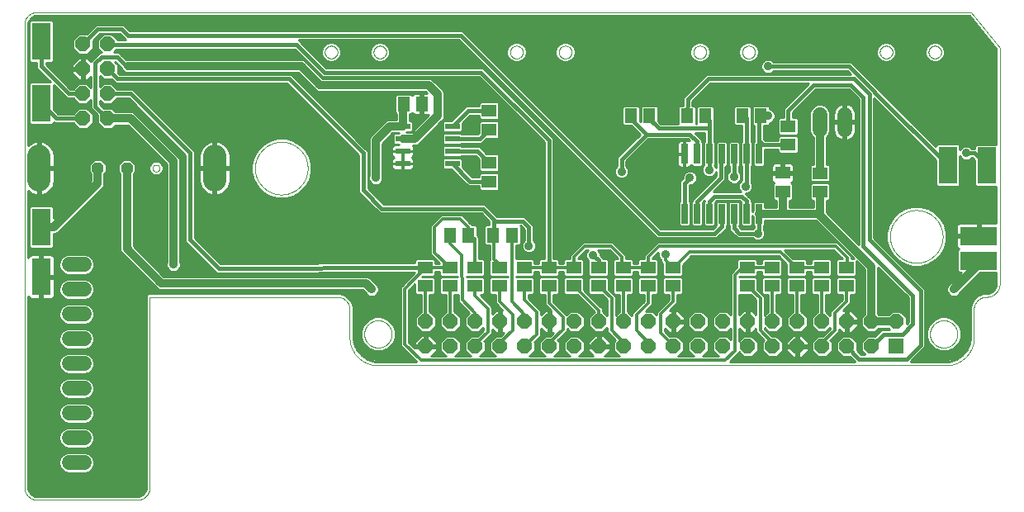
<source format=gtl>
G75*
%MOIN*%
%OFA0B0*%
%FSLAX25Y25*%
%IPPOS*%
%LPD*%
%AMOC8*
5,1,8,0,0,1.08239X$1,22.5*
%
%ADD10C,0.00000*%
%ADD11R,0.06000X0.06000*%
%ADD12OC8,0.06000*%
%ADD13R,0.02600X0.08000*%
%ADD14R,0.05906X0.02362*%
%ADD15R,0.05906X0.05118*%
%ADD16R,0.05118X0.05906*%
%ADD17C,0.06000*%
%ADD18R,0.07600X0.15000*%
%ADD19OC8,0.04756*%
%ADD20C,0.09449*%
%ADD21R,0.15000X0.07600*%
%ADD22C,0.01000*%
%ADD23C,0.03562*%
%ADD24C,0.03200*%
%ADD25C,0.01600*%
%ADD26C,0.01200*%
D10*
X0009059Y0004256D02*
X0049643Y0004256D01*
X0049783Y0004258D01*
X0049923Y0004264D01*
X0050063Y0004274D01*
X0050203Y0004287D01*
X0050342Y0004305D01*
X0050481Y0004327D01*
X0050618Y0004352D01*
X0050756Y0004381D01*
X0050892Y0004414D01*
X0051027Y0004451D01*
X0051161Y0004492D01*
X0051294Y0004537D01*
X0051426Y0004585D01*
X0051556Y0004637D01*
X0051685Y0004692D01*
X0051812Y0004751D01*
X0051938Y0004814D01*
X0052062Y0004880D01*
X0052183Y0004949D01*
X0052303Y0005022D01*
X0052421Y0005099D01*
X0052536Y0005178D01*
X0052650Y0005261D01*
X0052760Y0005347D01*
X0052869Y0005436D01*
X0052975Y0005528D01*
X0053078Y0005623D01*
X0053179Y0005720D01*
X0053276Y0005821D01*
X0053371Y0005924D01*
X0053463Y0006030D01*
X0053552Y0006139D01*
X0053638Y0006249D01*
X0053721Y0006363D01*
X0053800Y0006478D01*
X0053877Y0006596D01*
X0053950Y0006716D01*
X0054019Y0006837D01*
X0054085Y0006961D01*
X0054148Y0007087D01*
X0054207Y0007214D01*
X0054262Y0007343D01*
X0054314Y0007473D01*
X0054362Y0007605D01*
X0054407Y0007738D01*
X0054448Y0007872D01*
X0054485Y0008007D01*
X0054518Y0008143D01*
X0054547Y0008281D01*
X0054572Y0008418D01*
X0054594Y0008557D01*
X0054612Y0008696D01*
X0054625Y0008836D01*
X0054635Y0008976D01*
X0054641Y0009116D01*
X0054643Y0009256D01*
X0054643Y0086146D01*
X0130358Y0086146D01*
X0130498Y0086144D01*
X0130638Y0086138D01*
X0130778Y0086128D01*
X0130918Y0086115D01*
X0131057Y0086097D01*
X0131196Y0086075D01*
X0131333Y0086050D01*
X0131471Y0086021D01*
X0131607Y0085988D01*
X0131742Y0085951D01*
X0131876Y0085910D01*
X0132009Y0085865D01*
X0132141Y0085817D01*
X0132271Y0085765D01*
X0132400Y0085710D01*
X0132527Y0085651D01*
X0132653Y0085588D01*
X0132777Y0085522D01*
X0132898Y0085453D01*
X0133018Y0085380D01*
X0133136Y0085303D01*
X0133251Y0085224D01*
X0133365Y0085141D01*
X0133475Y0085055D01*
X0133584Y0084966D01*
X0133690Y0084874D01*
X0133793Y0084779D01*
X0133894Y0084682D01*
X0133991Y0084581D01*
X0134086Y0084478D01*
X0134178Y0084372D01*
X0134267Y0084263D01*
X0134353Y0084153D01*
X0134436Y0084039D01*
X0134515Y0083924D01*
X0134592Y0083806D01*
X0134665Y0083686D01*
X0134734Y0083565D01*
X0134800Y0083441D01*
X0134863Y0083315D01*
X0134922Y0083188D01*
X0134977Y0083059D01*
X0135029Y0082929D01*
X0135077Y0082797D01*
X0135122Y0082664D01*
X0135163Y0082530D01*
X0135200Y0082395D01*
X0135233Y0082259D01*
X0135262Y0082121D01*
X0135287Y0081984D01*
X0135309Y0081845D01*
X0135327Y0081706D01*
X0135340Y0081566D01*
X0135350Y0081426D01*
X0135356Y0081286D01*
X0135358Y0081146D01*
X0135358Y0069217D01*
X0135359Y0069216D02*
X0135376Y0068945D01*
X0135400Y0068675D01*
X0135431Y0068405D01*
X0135468Y0068136D01*
X0135512Y0067868D01*
X0135562Y0067601D01*
X0135618Y0067336D01*
X0135681Y0067072D01*
X0135750Y0066809D01*
X0135826Y0066548D01*
X0135908Y0066289D01*
X0135996Y0066033D01*
X0136090Y0065778D01*
X0136191Y0065526D01*
X0136297Y0065276D01*
X0136410Y0065029D01*
X0136528Y0064785D01*
X0136652Y0064543D01*
X0136782Y0064305D01*
X0136918Y0064070D01*
X0137060Y0063838D01*
X0137207Y0063610D01*
X0137359Y0063385D01*
X0137517Y0063164D01*
X0137680Y0062947D01*
X0137849Y0062734D01*
X0138022Y0062525D01*
X0138200Y0062320D01*
X0138384Y0062120D01*
X0138572Y0061924D01*
X0138765Y0061733D01*
X0138962Y0061547D01*
X0139164Y0061365D01*
X0139370Y0061188D01*
X0139580Y0061017D01*
X0139795Y0060850D01*
X0140013Y0060689D01*
X0140236Y0060533D01*
X0140462Y0060382D01*
X0140691Y0060237D01*
X0140924Y0060098D01*
X0141160Y0059964D01*
X0141400Y0059836D01*
X0141642Y0059714D01*
X0141887Y0059597D01*
X0142136Y0059487D01*
X0142386Y0059383D01*
X0142639Y0059284D01*
X0142895Y0059192D01*
X0143152Y0059106D01*
X0143412Y0059027D01*
X0143673Y0058953D01*
X0143936Y0058886D01*
X0144201Y0058826D01*
X0144467Y0058771D01*
X0144734Y0058723D01*
X0145003Y0058682D01*
X0145272Y0058647D01*
X0145542Y0058619D01*
X0145813Y0058597D01*
X0146084Y0058582D01*
X0146355Y0058573D01*
X0146627Y0058571D01*
X0146898Y0058576D01*
X0147170Y0058587D01*
X0147169Y0058587D02*
X0375516Y0058587D01*
X0375515Y0058587D02*
X0375787Y0058576D01*
X0376058Y0058571D01*
X0376330Y0058573D01*
X0376601Y0058582D01*
X0376872Y0058597D01*
X0377143Y0058619D01*
X0377413Y0058647D01*
X0377682Y0058682D01*
X0377951Y0058723D01*
X0378218Y0058771D01*
X0378484Y0058826D01*
X0378749Y0058886D01*
X0379012Y0058953D01*
X0379273Y0059027D01*
X0379533Y0059106D01*
X0379790Y0059192D01*
X0380046Y0059284D01*
X0380299Y0059383D01*
X0380549Y0059487D01*
X0380798Y0059597D01*
X0381043Y0059714D01*
X0381285Y0059836D01*
X0381525Y0059964D01*
X0381761Y0060098D01*
X0381994Y0060237D01*
X0382223Y0060382D01*
X0382449Y0060533D01*
X0382672Y0060689D01*
X0382890Y0060850D01*
X0383105Y0061017D01*
X0383315Y0061188D01*
X0383521Y0061365D01*
X0383723Y0061547D01*
X0383920Y0061733D01*
X0384113Y0061924D01*
X0384301Y0062120D01*
X0384485Y0062320D01*
X0384663Y0062525D01*
X0384836Y0062734D01*
X0385005Y0062947D01*
X0385168Y0063164D01*
X0385326Y0063385D01*
X0385478Y0063610D01*
X0385625Y0063838D01*
X0385767Y0064070D01*
X0385903Y0064305D01*
X0386033Y0064543D01*
X0386157Y0064785D01*
X0386275Y0065029D01*
X0386388Y0065276D01*
X0386494Y0065526D01*
X0386595Y0065778D01*
X0386689Y0066033D01*
X0386777Y0066289D01*
X0386859Y0066548D01*
X0386935Y0066809D01*
X0387004Y0067072D01*
X0387067Y0067336D01*
X0387123Y0067601D01*
X0387173Y0067868D01*
X0387217Y0068136D01*
X0387254Y0068405D01*
X0387285Y0068675D01*
X0387309Y0068945D01*
X0387326Y0069216D01*
X0387327Y0069217D02*
X0387327Y0081146D01*
X0387329Y0081286D01*
X0387335Y0081426D01*
X0387345Y0081566D01*
X0387358Y0081706D01*
X0387376Y0081845D01*
X0387398Y0081984D01*
X0387423Y0082121D01*
X0387452Y0082259D01*
X0387485Y0082395D01*
X0387522Y0082530D01*
X0387563Y0082664D01*
X0387608Y0082797D01*
X0387656Y0082929D01*
X0387708Y0083059D01*
X0387763Y0083188D01*
X0387822Y0083315D01*
X0387885Y0083441D01*
X0387951Y0083565D01*
X0388020Y0083686D01*
X0388093Y0083806D01*
X0388170Y0083924D01*
X0388249Y0084039D01*
X0388332Y0084153D01*
X0388418Y0084263D01*
X0388507Y0084372D01*
X0388599Y0084478D01*
X0388694Y0084581D01*
X0388791Y0084682D01*
X0388892Y0084779D01*
X0388995Y0084874D01*
X0389101Y0084966D01*
X0389210Y0085055D01*
X0389320Y0085141D01*
X0389434Y0085224D01*
X0389549Y0085303D01*
X0389667Y0085380D01*
X0389787Y0085453D01*
X0389908Y0085522D01*
X0390032Y0085588D01*
X0390158Y0085651D01*
X0390285Y0085710D01*
X0390414Y0085765D01*
X0390544Y0085817D01*
X0390676Y0085865D01*
X0390809Y0085910D01*
X0390943Y0085951D01*
X0391078Y0085988D01*
X0391214Y0086021D01*
X0391352Y0086050D01*
X0391489Y0086075D01*
X0391628Y0086097D01*
X0391767Y0086115D01*
X0391907Y0086128D01*
X0392047Y0086138D01*
X0392187Y0086144D01*
X0392327Y0086146D01*
X0392471Y0086145D01*
X0392615Y0086148D01*
X0392759Y0086155D01*
X0392903Y0086167D01*
X0393047Y0086181D01*
X0393190Y0086200D01*
X0393332Y0086223D01*
X0393474Y0086249D01*
X0393615Y0086280D01*
X0393756Y0086314D01*
X0393895Y0086352D01*
X0394033Y0086393D01*
X0394170Y0086439D01*
X0394306Y0086488D01*
X0394440Y0086541D01*
X0394573Y0086597D01*
X0394704Y0086657D01*
X0394834Y0086720D01*
X0394962Y0086787D01*
X0395088Y0086858D01*
X0395212Y0086932D01*
X0395334Y0087009D01*
X0395453Y0087089D01*
X0395571Y0087173D01*
X0395686Y0087260D01*
X0395799Y0087349D01*
X0395910Y0087442D01*
X0396018Y0087538D01*
X0396123Y0087637D01*
X0396225Y0087738D01*
X0396325Y0087843D01*
X0396422Y0087950D01*
X0396516Y0088059D01*
X0396607Y0088171D01*
X0396695Y0088286D01*
X0396780Y0088402D01*
X0396861Y0088522D01*
X0396940Y0088643D01*
X0397015Y0088766D01*
X0397086Y0088891D01*
X0397155Y0089018D01*
X0397219Y0089147D01*
X0397281Y0089278D01*
X0397338Y0089410D01*
X0397392Y0089544D01*
X0397443Y0089679D01*
X0397490Y0089816D01*
X0397533Y0089954D01*
X0397572Y0090093D01*
X0397607Y0090232D01*
X0397639Y0090373D01*
X0397667Y0090515D01*
X0397691Y0090657D01*
X0397711Y0090800D01*
X0397728Y0090943D01*
X0397740Y0091087D01*
X0397748Y0091231D01*
X0397753Y0091376D01*
X0397753Y0091375D02*
X0397753Y0186736D01*
X0386146Y0201106D01*
X0009059Y0201106D01*
X0008919Y0201104D01*
X0008779Y0201098D01*
X0008639Y0201088D01*
X0008499Y0201075D01*
X0008360Y0201057D01*
X0008221Y0201035D01*
X0008084Y0201010D01*
X0007946Y0200981D01*
X0007810Y0200948D01*
X0007675Y0200911D01*
X0007541Y0200870D01*
X0007408Y0200825D01*
X0007276Y0200777D01*
X0007146Y0200725D01*
X0007017Y0200670D01*
X0006890Y0200611D01*
X0006764Y0200548D01*
X0006640Y0200482D01*
X0006519Y0200413D01*
X0006399Y0200340D01*
X0006281Y0200263D01*
X0006166Y0200184D01*
X0006052Y0200101D01*
X0005942Y0200015D01*
X0005833Y0199926D01*
X0005727Y0199834D01*
X0005624Y0199739D01*
X0005523Y0199642D01*
X0005426Y0199541D01*
X0005331Y0199438D01*
X0005239Y0199332D01*
X0005150Y0199223D01*
X0005064Y0199113D01*
X0004981Y0198999D01*
X0004902Y0198884D01*
X0004825Y0198766D01*
X0004752Y0198646D01*
X0004683Y0198525D01*
X0004617Y0198401D01*
X0004554Y0198275D01*
X0004495Y0198148D01*
X0004440Y0198019D01*
X0004388Y0197889D01*
X0004340Y0197757D01*
X0004295Y0197624D01*
X0004254Y0197490D01*
X0004217Y0197355D01*
X0004184Y0197219D01*
X0004155Y0197081D01*
X0004130Y0196944D01*
X0004108Y0196805D01*
X0004090Y0196666D01*
X0004077Y0196526D01*
X0004067Y0196386D01*
X0004061Y0196246D01*
X0004059Y0196106D01*
X0004059Y0009256D01*
X0004061Y0009116D01*
X0004067Y0008976D01*
X0004077Y0008836D01*
X0004090Y0008696D01*
X0004108Y0008557D01*
X0004130Y0008418D01*
X0004155Y0008281D01*
X0004184Y0008143D01*
X0004217Y0008007D01*
X0004254Y0007872D01*
X0004295Y0007738D01*
X0004340Y0007605D01*
X0004388Y0007473D01*
X0004440Y0007343D01*
X0004495Y0007214D01*
X0004554Y0007087D01*
X0004617Y0006961D01*
X0004683Y0006837D01*
X0004752Y0006716D01*
X0004825Y0006596D01*
X0004902Y0006478D01*
X0004981Y0006363D01*
X0005064Y0006249D01*
X0005150Y0006139D01*
X0005239Y0006030D01*
X0005331Y0005924D01*
X0005426Y0005821D01*
X0005523Y0005720D01*
X0005624Y0005623D01*
X0005727Y0005528D01*
X0005833Y0005436D01*
X0005942Y0005347D01*
X0006052Y0005261D01*
X0006166Y0005178D01*
X0006281Y0005099D01*
X0006399Y0005022D01*
X0006519Y0004949D01*
X0006640Y0004880D01*
X0006764Y0004814D01*
X0006890Y0004751D01*
X0007017Y0004692D01*
X0007146Y0004637D01*
X0007276Y0004585D01*
X0007408Y0004537D01*
X0007541Y0004492D01*
X0007675Y0004451D01*
X0007810Y0004414D01*
X0007946Y0004381D01*
X0008084Y0004352D01*
X0008221Y0004327D01*
X0008360Y0004305D01*
X0008499Y0004287D01*
X0008639Y0004274D01*
X0008779Y0004264D01*
X0008919Y0004258D01*
X0009059Y0004256D01*
X0141264Y0071185D02*
X0141266Y0071333D01*
X0141272Y0071481D01*
X0141282Y0071629D01*
X0141296Y0071776D01*
X0141314Y0071923D01*
X0141335Y0072069D01*
X0141361Y0072215D01*
X0141391Y0072360D01*
X0141424Y0072504D01*
X0141462Y0072647D01*
X0141503Y0072789D01*
X0141548Y0072930D01*
X0141596Y0073070D01*
X0141649Y0073209D01*
X0141705Y0073346D01*
X0141765Y0073481D01*
X0141828Y0073615D01*
X0141895Y0073747D01*
X0141966Y0073877D01*
X0142040Y0074005D01*
X0142117Y0074131D01*
X0142198Y0074255D01*
X0142282Y0074377D01*
X0142369Y0074496D01*
X0142460Y0074613D01*
X0142554Y0074728D01*
X0142650Y0074840D01*
X0142750Y0074950D01*
X0142852Y0075056D01*
X0142958Y0075160D01*
X0143066Y0075261D01*
X0143177Y0075359D01*
X0143290Y0075455D01*
X0143406Y0075547D01*
X0143524Y0075636D01*
X0143645Y0075721D01*
X0143768Y0075804D01*
X0143893Y0075883D01*
X0144020Y0075959D01*
X0144149Y0076031D01*
X0144280Y0076100D01*
X0144413Y0076165D01*
X0144548Y0076226D01*
X0144684Y0076284D01*
X0144821Y0076339D01*
X0144960Y0076389D01*
X0145101Y0076436D01*
X0145242Y0076479D01*
X0145385Y0076519D01*
X0145529Y0076554D01*
X0145673Y0076586D01*
X0145819Y0076613D01*
X0145965Y0076637D01*
X0146112Y0076657D01*
X0146259Y0076673D01*
X0146406Y0076685D01*
X0146554Y0076693D01*
X0146702Y0076697D01*
X0146850Y0076697D01*
X0146998Y0076693D01*
X0147146Y0076685D01*
X0147293Y0076673D01*
X0147440Y0076657D01*
X0147587Y0076637D01*
X0147733Y0076613D01*
X0147879Y0076586D01*
X0148023Y0076554D01*
X0148167Y0076519D01*
X0148310Y0076479D01*
X0148451Y0076436D01*
X0148592Y0076389D01*
X0148731Y0076339D01*
X0148868Y0076284D01*
X0149004Y0076226D01*
X0149139Y0076165D01*
X0149272Y0076100D01*
X0149403Y0076031D01*
X0149532Y0075959D01*
X0149659Y0075883D01*
X0149784Y0075804D01*
X0149907Y0075721D01*
X0150028Y0075636D01*
X0150146Y0075547D01*
X0150262Y0075455D01*
X0150375Y0075359D01*
X0150486Y0075261D01*
X0150594Y0075160D01*
X0150700Y0075056D01*
X0150802Y0074950D01*
X0150902Y0074840D01*
X0150998Y0074728D01*
X0151092Y0074613D01*
X0151183Y0074496D01*
X0151270Y0074377D01*
X0151354Y0074255D01*
X0151435Y0074131D01*
X0151512Y0074005D01*
X0151586Y0073877D01*
X0151657Y0073747D01*
X0151724Y0073615D01*
X0151787Y0073481D01*
X0151847Y0073346D01*
X0151903Y0073209D01*
X0151956Y0073070D01*
X0152004Y0072930D01*
X0152049Y0072789D01*
X0152090Y0072647D01*
X0152128Y0072504D01*
X0152161Y0072360D01*
X0152191Y0072215D01*
X0152217Y0072069D01*
X0152238Y0071923D01*
X0152256Y0071776D01*
X0152270Y0071629D01*
X0152280Y0071481D01*
X0152286Y0071333D01*
X0152288Y0071185D01*
X0152286Y0071037D01*
X0152280Y0070889D01*
X0152270Y0070741D01*
X0152256Y0070594D01*
X0152238Y0070447D01*
X0152217Y0070301D01*
X0152191Y0070155D01*
X0152161Y0070010D01*
X0152128Y0069866D01*
X0152090Y0069723D01*
X0152049Y0069581D01*
X0152004Y0069440D01*
X0151956Y0069300D01*
X0151903Y0069161D01*
X0151847Y0069024D01*
X0151787Y0068889D01*
X0151724Y0068755D01*
X0151657Y0068623D01*
X0151586Y0068493D01*
X0151512Y0068365D01*
X0151435Y0068239D01*
X0151354Y0068115D01*
X0151270Y0067993D01*
X0151183Y0067874D01*
X0151092Y0067757D01*
X0150998Y0067642D01*
X0150902Y0067530D01*
X0150802Y0067420D01*
X0150700Y0067314D01*
X0150594Y0067210D01*
X0150486Y0067109D01*
X0150375Y0067011D01*
X0150262Y0066915D01*
X0150146Y0066823D01*
X0150028Y0066734D01*
X0149907Y0066649D01*
X0149784Y0066566D01*
X0149659Y0066487D01*
X0149532Y0066411D01*
X0149403Y0066339D01*
X0149272Y0066270D01*
X0149139Y0066205D01*
X0149004Y0066144D01*
X0148868Y0066086D01*
X0148731Y0066031D01*
X0148592Y0065981D01*
X0148451Y0065934D01*
X0148310Y0065891D01*
X0148167Y0065851D01*
X0148023Y0065816D01*
X0147879Y0065784D01*
X0147733Y0065757D01*
X0147587Y0065733D01*
X0147440Y0065713D01*
X0147293Y0065697D01*
X0147146Y0065685D01*
X0146998Y0065677D01*
X0146850Y0065673D01*
X0146702Y0065673D01*
X0146554Y0065677D01*
X0146406Y0065685D01*
X0146259Y0065697D01*
X0146112Y0065713D01*
X0145965Y0065733D01*
X0145819Y0065757D01*
X0145673Y0065784D01*
X0145529Y0065816D01*
X0145385Y0065851D01*
X0145242Y0065891D01*
X0145101Y0065934D01*
X0144960Y0065981D01*
X0144821Y0066031D01*
X0144684Y0066086D01*
X0144548Y0066144D01*
X0144413Y0066205D01*
X0144280Y0066270D01*
X0144149Y0066339D01*
X0144020Y0066411D01*
X0143893Y0066487D01*
X0143768Y0066566D01*
X0143645Y0066649D01*
X0143524Y0066734D01*
X0143406Y0066823D01*
X0143290Y0066915D01*
X0143177Y0067011D01*
X0143066Y0067109D01*
X0142958Y0067210D01*
X0142852Y0067314D01*
X0142750Y0067420D01*
X0142650Y0067530D01*
X0142554Y0067642D01*
X0142460Y0067757D01*
X0142369Y0067874D01*
X0142282Y0067993D01*
X0142198Y0068115D01*
X0142117Y0068239D01*
X0142040Y0068365D01*
X0141966Y0068493D01*
X0141895Y0068623D01*
X0141828Y0068755D01*
X0141765Y0068889D01*
X0141705Y0069024D01*
X0141649Y0069161D01*
X0141596Y0069300D01*
X0141548Y0069440D01*
X0141503Y0069581D01*
X0141462Y0069723D01*
X0141424Y0069866D01*
X0141391Y0070010D01*
X0141361Y0070155D01*
X0141335Y0070301D01*
X0141314Y0070447D01*
X0141296Y0070594D01*
X0141282Y0070741D01*
X0141272Y0070889D01*
X0141266Y0071037D01*
X0141264Y0071185D01*
X0097169Y0138114D02*
X0097172Y0138375D01*
X0097182Y0138636D01*
X0097198Y0138896D01*
X0097220Y0139156D01*
X0097249Y0139415D01*
X0097284Y0139674D01*
X0097325Y0139931D01*
X0097373Y0140188D01*
X0097427Y0140443D01*
X0097488Y0140697D01*
X0097554Y0140949D01*
X0097627Y0141200D01*
X0097706Y0141448D01*
X0097790Y0141695D01*
X0097881Y0141940D01*
X0097978Y0142182D01*
X0098081Y0142422D01*
X0098190Y0142659D01*
X0098304Y0142893D01*
X0098424Y0143125D01*
X0098550Y0143354D01*
X0098681Y0143579D01*
X0098818Y0143801D01*
X0098960Y0144020D01*
X0099108Y0144235D01*
X0099261Y0144446D01*
X0099419Y0144654D01*
X0099582Y0144858D01*
X0099750Y0145057D01*
X0099923Y0145253D01*
X0100100Y0145444D01*
X0100282Y0145631D01*
X0100469Y0145813D01*
X0100660Y0145990D01*
X0100856Y0146163D01*
X0101055Y0146331D01*
X0101259Y0146494D01*
X0101467Y0146652D01*
X0101678Y0146805D01*
X0101893Y0146953D01*
X0102112Y0147095D01*
X0102334Y0147232D01*
X0102559Y0147363D01*
X0102788Y0147489D01*
X0103020Y0147609D01*
X0103254Y0147723D01*
X0103491Y0147832D01*
X0103731Y0147935D01*
X0103973Y0148032D01*
X0104218Y0148123D01*
X0104465Y0148207D01*
X0104713Y0148286D01*
X0104964Y0148359D01*
X0105216Y0148425D01*
X0105470Y0148486D01*
X0105725Y0148540D01*
X0105982Y0148588D01*
X0106239Y0148629D01*
X0106498Y0148664D01*
X0106757Y0148693D01*
X0107017Y0148715D01*
X0107277Y0148731D01*
X0107538Y0148741D01*
X0107799Y0148744D01*
X0108060Y0148741D01*
X0108321Y0148731D01*
X0108581Y0148715D01*
X0108841Y0148693D01*
X0109100Y0148664D01*
X0109359Y0148629D01*
X0109616Y0148588D01*
X0109873Y0148540D01*
X0110128Y0148486D01*
X0110382Y0148425D01*
X0110634Y0148359D01*
X0110885Y0148286D01*
X0111133Y0148207D01*
X0111380Y0148123D01*
X0111625Y0148032D01*
X0111867Y0147935D01*
X0112107Y0147832D01*
X0112344Y0147723D01*
X0112578Y0147609D01*
X0112810Y0147489D01*
X0113039Y0147363D01*
X0113264Y0147232D01*
X0113486Y0147095D01*
X0113705Y0146953D01*
X0113920Y0146805D01*
X0114131Y0146652D01*
X0114339Y0146494D01*
X0114543Y0146331D01*
X0114742Y0146163D01*
X0114938Y0145990D01*
X0115129Y0145813D01*
X0115316Y0145631D01*
X0115498Y0145444D01*
X0115675Y0145253D01*
X0115848Y0145057D01*
X0116016Y0144858D01*
X0116179Y0144654D01*
X0116337Y0144446D01*
X0116490Y0144235D01*
X0116638Y0144020D01*
X0116780Y0143801D01*
X0116917Y0143579D01*
X0117048Y0143354D01*
X0117174Y0143125D01*
X0117294Y0142893D01*
X0117408Y0142659D01*
X0117517Y0142422D01*
X0117620Y0142182D01*
X0117717Y0141940D01*
X0117808Y0141695D01*
X0117892Y0141448D01*
X0117971Y0141200D01*
X0118044Y0140949D01*
X0118110Y0140697D01*
X0118171Y0140443D01*
X0118225Y0140188D01*
X0118273Y0139931D01*
X0118314Y0139674D01*
X0118349Y0139415D01*
X0118378Y0139156D01*
X0118400Y0138896D01*
X0118416Y0138636D01*
X0118426Y0138375D01*
X0118429Y0138114D01*
X0118426Y0137853D01*
X0118416Y0137592D01*
X0118400Y0137332D01*
X0118378Y0137072D01*
X0118349Y0136813D01*
X0118314Y0136554D01*
X0118273Y0136297D01*
X0118225Y0136040D01*
X0118171Y0135785D01*
X0118110Y0135531D01*
X0118044Y0135279D01*
X0117971Y0135028D01*
X0117892Y0134780D01*
X0117808Y0134533D01*
X0117717Y0134288D01*
X0117620Y0134046D01*
X0117517Y0133806D01*
X0117408Y0133569D01*
X0117294Y0133335D01*
X0117174Y0133103D01*
X0117048Y0132874D01*
X0116917Y0132649D01*
X0116780Y0132427D01*
X0116638Y0132208D01*
X0116490Y0131993D01*
X0116337Y0131782D01*
X0116179Y0131574D01*
X0116016Y0131370D01*
X0115848Y0131171D01*
X0115675Y0130975D01*
X0115498Y0130784D01*
X0115316Y0130597D01*
X0115129Y0130415D01*
X0114938Y0130238D01*
X0114742Y0130065D01*
X0114543Y0129897D01*
X0114339Y0129734D01*
X0114131Y0129576D01*
X0113920Y0129423D01*
X0113705Y0129275D01*
X0113486Y0129133D01*
X0113264Y0128996D01*
X0113039Y0128865D01*
X0112810Y0128739D01*
X0112578Y0128619D01*
X0112344Y0128505D01*
X0112107Y0128396D01*
X0111867Y0128293D01*
X0111625Y0128196D01*
X0111380Y0128105D01*
X0111133Y0128021D01*
X0110885Y0127942D01*
X0110634Y0127869D01*
X0110382Y0127803D01*
X0110128Y0127742D01*
X0109873Y0127688D01*
X0109616Y0127640D01*
X0109359Y0127599D01*
X0109100Y0127564D01*
X0108841Y0127535D01*
X0108581Y0127513D01*
X0108321Y0127497D01*
X0108060Y0127487D01*
X0107799Y0127484D01*
X0107538Y0127487D01*
X0107277Y0127497D01*
X0107017Y0127513D01*
X0106757Y0127535D01*
X0106498Y0127564D01*
X0106239Y0127599D01*
X0105982Y0127640D01*
X0105725Y0127688D01*
X0105470Y0127742D01*
X0105216Y0127803D01*
X0104964Y0127869D01*
X0104713Y0127942D01*
X0104465Y0128021D01*
X0104218Y0128105D01*
X0103973Y0128196D01*
X0103731Y0128293D01*
X0103491Y0128396D01*
X0103254Y0128505D01*
X0103020Y0128619D01*
X0102788Y0128739D01*
X0102559Y0128865D01*
X0102334Y0128996D01*
X0102112Y0129133D01*
X0101893Y0129275D01*
X0101678Y0129423D01*
X0101467Y0129576D01*
X0101259Y0129734D01*
X0101055Y0129897D01*
X0100856Y0130065D01*
X0100660Y0130238D01*
X0100469Y0130415D01*
X0100282Y0130597D01*
X0100100Y0130784D01*
X0099923Y0130975D01*
X0099750Y0131171D01*
X0099582Y0131370D01*
X0099419Y0131574D01*
X0099261Y0131782D01*
X0099108Y0131993D01*
X0098960Y0132208D01*
X0098818Y0132427D01*
X0098681Y0132649D01*
X0098550Y0132874D01*
X0098424Y0133103D01*
X0098304Y0133335D01*
X0098190Y0133569D01*
X0098081Y0133806D01*
X0097978Y0134046D01*
X0097881Y0134288D01*
X0097790Y0134533D01*
X0097706Y0134780D01*
X0097627Y0135028D01*
X0097554Y0135279D01*
X0097488Y0135531D01*
X0097427Y0135785D01*
X0097373Y0136040D01*
X0097325Y0136297D01*
X0097284Y0136554D01*
X0097249Y0136813D01*
X0097220Y0137072D01*
X0097198Y0137332D01*
X0097182Y0137592D01*
X0097172Y0137853D01*
X0097169Y0138114D01*
X0055824Y0138114D02*
X0055826Y0138188D01*
X0055832Y0138262D01*
X0055842Y0138335D01*
X0055856Y0138408D01*
X0055873Y0138480D01*
X0055895Y0138550D01*
X0055920Y0138620D01*
X0055949Y0138688D01*
X0055982Y0138754D01*
X0056018Y0138819D01*
X0056058Y0138881D01*
X0056100Y0138942D01*
X0056146Y0139000D01*
X0056195Y0139055D01*
X0056247Y0139108D01*
X0056302Y0139158D01*
X0056359Y0139204D01*
X0056419Y0139248D01*
X0056481Y0139288D01*
X0056545Y0139325D01*
X0056611Y0139359D01*
X0056679Y0139389D01*
X0056748Y0139415D01*
X0056819Y0139438D01*
X0056890Y0139456D01*
X0056963Y0139471D01*
X0057036Y0139482D01*
X0057110Y0139489D01*
X0057184Y0139492D01*
X0057257Y0139491D01*
X0057331Y0139486D01*
X0057405Y0139477D01*
X0057478Y0139464D01*
X0057550Y0139447D01*
X0057621Y0139427D01*
X0057691Y0139402D01*
X0057759Y0139374D01*
X0057826Y0139343D01*
X0057891Y0139307D01*
X0057954Y0139269D01*
X0058015Y0139227D01*
X0058074Y0139181D01*
X0058130Y0139133D01*
X0058183Y0139082D01*
X0058233Y0139028D01*
X0058281Y0138971D01*
X0058325Y0138912D01*
X0058367Y0138850D01*
X0058405Y0138787D01*
X0058439Y0138721D01*
X0058470Y0138654D01*
X0058497Y0138585D01*
X0058520Y0138515D01*
X0058540Y0138444D01*
X0058556Y0138371D01*
X0058568Y0138298D01*
X0058576Y0138225D01*
X0058580Y0138151D01*
X0058580Y0138077D01*
X0058576Y0138003D01*
X0058568Y0137930D01*
X0058556Y0137857D01*
X0058540Y0137784D01*
X0058520Y0137713D01*
X0058497Y0137643D01*
X0058470Y0137574D01*
X0058439Y0137507D01*
X0058405Y0137441D01*
X0058367Y0137378D01*
X0058325Y0137316D01*
X0058281Y0137257D01*
X0058233Y0137200D01*
X0058183Y0137146D01*
X0058130Y0137095D01*
X0058074Y0137047D01*
X0058015Y0137001D01*
X0057954Y0136959D01*
X0057891Y0136921D01*
X0057826Y0136885D01*
X0057759Y0136854D01*
X0057691Y0136826D01*
X0057621Y0136801D01*
X0057550Y0136781D01*
X0057478Y0136764D01*
X0057405Y0136751D01*
X0057331Y0136742D01*
X0057257Y0136737D01*
X0057184Y0136736D01*
X0057110Y0136739D01*
X0057036Y0136746D01*
X0056963Y0136757D01*
X0056890Y0136772D01*
X0056819Y0136790D01*
X0056748Y0136813D01*
X0056679Y0136839D01*
X0056611Y0136869D01*
X0056545Y0136903D01*
X0056481Y0136940D01*
X0056419Y0136980D01*
X0056359Y0137024D01*
X0056302Y0137070D01*
X0056247Y0137120D01*
X0056195Y0137173D01*
X0056146Y0137228D01*
X0056100Y0137286D01*
X0056058Y0137347D01*
X0056018Y0137409D01*
X0055982Y0137474D01*
X0055949Y0137540D01*
X0055920Y0137608D01*
X0055895Y0137678D01*
X0055873Y0137748D01*
X0055856Y0137820D01*
X0055842Y0137893D01*
X0055832Y0137966D01*
X0055826Y0138040D01*
X0055824Y0138114D01*
X0125319Y0184965D02*
X0125321Y0185066D01*
X0125327Y0185167D01*
X0125337Y0185268D01*
X0125351Y0185368D01*
X0125369Y0185467D01*
X0125391Y0185566D01*
X0125416Y0185664D01*
X0125446Y0185761D01*
X0125479Y0185856D01*
X0125516Y0185950D01*
X0125557Y0186043D01*
X0125601Y0186134D01*
X0125649Y0186223D01*
X0125701Y0186310D01*
X0125756Y0186395D01*
X0125814Y0186477D01*
X0125875Y0186558D01*
X0125940Y0186636D01*
X0126007Y0186711D01*
X0126077Y0186783D01*
X0126151Y0186853D01*
X0126227Y0186920D01*
X0126305Y0186984D01*
X0126386Y0187044D01*
X0126469Y0187101D01*
X0126555Y0187155D01*
X0126643Y0187206D01*
X0126732Y0187253D01*
X0126823Y0187297D01*
X0126916Y0187336D01*
X0127011Y0187373D01*
X0127106Y0187405D01*
X0127203Y0187434D01*
X0127302Y0187458D01*
X0127400Y0187479D01*
X0127500Y0187496D01*
X0127600Y0187509D01*
X0127701Y0187518D01*
X0127802Y0187523D01*
X0127903Y0187524D01*
X0128004Y0187521D01*
X0128105Y0187514D01*
X0128206Y0187503D01*
X0128306Y0187488D01*
X0128405Y0187469D01*
X0128504Y0187446D01*
X0128601Y0187420D01*
X0128698Y0187389D01*
X0128793Y0187355D01*
X0128886Y0187317D01*
X0128979Y0187275D01*
X0129069Y0187230D01*
X0129158Y0187181D01*
X0129244Y0187129D01*
X0129328Y0187073D01*
X0129411Y0187014D01*
X0129490Y0186952D01*
X0129568Y0186887D01*
X0129642Y0186819D01*
X0129714Y0186747D01*
X0129783Y0186674D01*
X0129849Y0186597D01*
X0129912Y0186518D01*
X0129972Y0186436D01*
X0130028Y0186352D01*
X0130081Y0186266D01*
X0130131Y0186178D01*
X0130177Y0186088D01*
X0130220Y0185997D01*
X0130259Y0185903D01*
X0130294Y0185808D01*
X0130325Y0185712D01*
X0130353Y0185615D01*
X0130377Y0185517D01*
X0130397Y0185418D01*
X0130413Y0185318D01*
X0130425Y0185217D01*
X0130433Y0185117D01*
X0130437Y0185016D01*
X0130437Y0184914D01*
X0130433Y0184813D01*
X0130425Y0184713D01*
X0130413Y0184612D01*
X0130397Y0184512D01*
X0130377Y0184413D01*
X0130353Y0184315D01*
X0130325Y0184218D01*
X0130294Y0184122D01*
X0130259Y0184027D01*
X0130220Y0183933D01*
X0130177Y0183842D01*
X0130131Y0183752D01*
X0130081Y0183664D01*
X0130028Y0183578D01*
X0129972Y0183494D01*
X0129912Y0183412D01*
X0129849Y0183333D01*
X0129783Y0183256D01*
X0129714Y0183183D01*
X0129642Y0183111D01*
X0129568Y0183043D01*
X0129490Y0182978D01*
X0129411Y0182916D01*
X0129328Y0182857D01*
X0129244Y0182801D01*
X0129157Y0182749D01*
X0129069Y0182700D01*
X0128979Y0182655D01*
X0128886Y0182613D01*
X0128793Y0182575D01*
X0128698Y0182541D01*
X0128601Y0182510D01*
X0128504Y0182484D01*
X0128405Y0182461D01*
X0128306Y0182442D01*
X0128206Y0182427D01*
X0128105Y0182416D01*
X0128004Y0182409D01*
X0127903Y0182406D01*
X0127802Y0182407D01*
X0127701Y0182412D01*
X0127600Y0182421D01*
X0127500Y0182434D01*
X0127400Y0182451D01*
X0127302Y0182472D01*
X0127203Y0182496D01*
X0127106Y0182525D01*
X0127011Y0182557D01*
X0126916Y0182594D01*
X0126823Y0182633D01*
X0126732Y0182677D01*
X0126643Y0182724D01*
X0126555Y0182775D01*
X0126469Y0182829D01*
X0126386Y0182886D01*
X0126305Y0182946D01*
X0126227Y0183010D01*
X0126151Y0183077D01*
X0126077Y0183147D01*
X0126007Y0183219D01*
X0125940Y0183294D01*
X0125875Y0183372D01*
X0125814Y0183453D01*
X0125756Y0183535D01*
X0125701Y0183620D01*
X0125649Y0183707D01*
X0125601Y0183796D01*
X0125557Y0183887D01*
X0125516Y0183980D01*
X0125479Y0184074D01*
X0125446Y0184169D01*
X0125416Y0184266D01*
X0125391Y0184364D01*
X0125369Y0184463D01*
X0125351Y0184562D01*
X0125337Y0184662D01*
X0125327Y0184763D01*
X0125321Y0184864D01*
X0125319Y0184965D01*
X0145004Y0184965D02*
X0145006Y0185066D01*
X0145012Y0185167D01*
X0145022Y0185268D01*
X0145036Y0185368D01*
X0145054Y0185467D01*
X0145076Y0185566D01*
X0145101Y0185664D01*
X0145131Y0185761D01*
X0145164Y0185856D01*
X0145201Y0185950D01*
X0145242Y0186043D01*
X0145286Y0186134D01*
X0145334Y0186223D01*
X0145386Y0186310D01*
X0145441Y0186395D01*
X0145499Y0186477D01*
X0145560Y0186558D01*
X0145625Y0186636D01*
X0145692Y0186711D01*
X0145762Y0186783D01*
X0145836Y0186853D01*
X0145912Y0186920D01*
X0145990Y0186984D01*
X0146071Y0187044D01*
X0146154Y0187101D01*
X0146240Y0187155D01*
X0146328Y0187206D01*
X0146417Y0187253D01*
X0146508Y0187297D01*
X0146601Y0187336D01*
X0146696Y0187373D01*
X0146791Y0187405D01*
X0146888Y0187434D01*
X0146987Y0187458D01*
X0147085Y0187479D01*
X0147185Y0187496D01*
X0147285Y0187509D01*
X0147386Y0187518D01*
X0147487Y0187523D01*
X0147588Y0187524D01*
X0147689Y0187521D01*
X0147790Y0187514D01*
X0147891Y0187503D01*
X0147991Y0187488D01*
X0148090Y0187469D01*
X0148189Y0187446D01*
X0148286Y0187420D01*
X0148383Y0187389D01*
X0148478Y0187355D01*
X0148571Y0187317D01*
X0148664Y0187275D01*
X0148754Y0187230D01*
X0148843Y0187181D01*
X0148929Y0187129D01*
X0149013Y0187073D01*
X0149096Y0187014D01*
X0149175Y0186952D01*
X0149253Y0186887D01*
X0149327Y0186819D01*
X0149399Y0186747D01*
X0149468Y0186674D01*
X0149534Y0186597D01*
X0149597Y0186518D01*
X0149657Y0186436D01*
X0149713Y0186352D01*
X0149766Y0186266D01*
X0149816Y0186178D01*
X0149862Y0186088D01*
X0149905Y0185997D01*
X0149944Y0185903D01*
X0149979Y0185808D01*
X0150010Y0185712D01*
X0150038Y0185615D01*
X0150062Y0185517D01*
X0150082Y0185418D01*
X0150098Y0185318D01*
X0150110Y0185217D01*
X0150118Y0185117D01*
X0150122Y0185016D01*
X0150122Y0184914D01*
X0150118Y0184813D01*
X0150110Y0184713D01*
X0150098Y0184612D01*
X0150082Y0184512D01*
X0150062Y0184413D01*
X0150038Y0184315D01*
X0150010Y0184218D01*
X0149979Y0184122D01*
X0149944Y0184027D01*
X0149905Y0183933D01*
X0149862Y0183842D01*
X0149816Y0183752D01*
X0149766Y0183664D01*
X0149713Y0183578D01*
X0149657Y0183494D01*
X0149597Y0183412D01*
X0149534Y0183333D01*
X0149468Y0183256D01*
X0149399Y0183183D01*
X0149327Y0183111D01*
X0149253Y0183043D01*
X0149175Y0182978D01*
X0149096Y0182916D01*
X0149013Y0182857D01*
X0148929Y0182801D01*
X0148842Y0182749D01*
X0148754Y0182700D01*
X0148664Y0182655D01*
X0148571Y0182613D01*
X0148478Y0182575D01*
X0148383Y0182541D01*
X0148286Y0182510D01*
X0148189Y0182484D01*
X0148090Y0182461D01*
X0147991Y0182442D01*
X0147891Y0182427D01*
X0147790Y0182416D01*
X0147689Y0182409D01*
X0147588Y0182406D01*
X0147487Y0182407D01*
X0147386Y0182412D01*
X0147285Y0182421D01*
X0147185Y0182434D01*
X0147085Y0182451D01*
X0146987Y0182472D01*
X0146888Y0182496D01*
X0146791Y0182525D01*
X0146696Y0182557D01*
X0146601Y0182594D01*
X0146508Y0182633D01*
X0146417Y0182677D01*
X0146328Y0182724D01*
X0146240Y0182775D01*
X0146154Y0182829D01*
X0146071Y0182886D01*
X0145990Y0182946D01*
X0145912Y0183010D01*
X0145836Y0183077D01*
X0145762Y0183147D01*
X0145692Y0183219D01*
X0145625Y0183294D01*
X0145560Y0183372D01*
X0145499Y0183453D01*
X0145441Y0183535D01*
X0145386Y0183620D01*
X0145334Y0183707D01*
X0145286Y0183796D01*
X0145242Y0183887D01*
X0145201Y0183980D01*
X0145164Y0184074D01*
X0145131Y0184169D01*
X0145101Y0184266D01*
X0145076Y0184364D01*
X0145054Y0184463D01*
X0145036Y0184562D01*
X0145022Y0184662D01*
X0145012Y0184763D01*
X0145006Y0184864D01*
X0145004Y0184965D01*
X0200122Y0184965D02*
X0200124Y0185066D01*
X0200130Y0185167D01*
X0200140Y0185268D01*
X0200154Y0185368D01*
X0200172Y0185467D01*
X0200194Y0185566D01*
X0200219Y0185664D01*
X0200249Y0185761D01*
X0200282Y0185856D01*
X0200319Y0185950D01*
X0200360Y0186043D01*
X0200404Y0186134D01*
X0200452Y0186223D01*
X0200504Y0186310D01*
X0200559Y0186395D01*
X0200617Y0186477D01*
X0200678Y0186558D01*
X0200743Y0186636D01*
X0200810Y0186711D01*
X0200880Y0186783D01*
X0200954Y0186853D01*
X0201030Y0186920D01*
X0201108Y0186984D01*
X0201189Y0187044D01*
X0201272Y0187101D01*
X0201358Y0187155D01*
X0201446Y0187206D01*
X0201535Y0187253D01*
X0201626Y0187297D01*
X0201719Y0187336D01*
X0201814Y0187373D01*
X0201909Y0187405D01*
X0202006Y0187434D01*
X0202105Y0187458D01*
X0202203Y0187479D01*
X0202303Y0187496D01*
X0202403Y0187509D01*
X0202504Y0187518D01*
X0202605Y0187523D01*
X0202706Y0187524D01*
X0202807Y0187521D01*
X0202908Y0187514D01*
X0203009Y0187503D01*
X0203109Y0187488D01*
X0203208Y0187469D01*
X0203307Y0187446D01*
X0203404Y0187420D01*
X0203501Y0187389D01*
X0203596Y0187355D01*
X0203689Y0187317D01*
X0203782Y0187275D01*
X0203872Y0187230D01*
X0203961Y0187181D01*
X0204047Y0187129D01*
X0204131Y0187073D01*
X0204214Y0187014D01*
X0204293Y0186952D01*
X0204371Y0186887D01*
X0204445Y0186819D01*
X0204517Y0186747D01*
X0204586Y0186674D01*
X0204652Y0186597D01*
X0204715Y0186518D01*
X0204775Y0186436D01*
X0204831Y0186352D01*
X0204884Y0186266D01*
X0204934Y0186178D01*
X0204980Y0186088D01*
X0205023Y0185997D01*
X0205062Y0185903D01*
X0205097Y0185808D01*
X0205128Y0185712D01*
X0205156Y0185615D01*
X0205180Y0185517D01*
X0205200Y0185418D01*
X0205216Y0185318D01*
X0205228Y0185217D01*
X0205236Y0185117D01*
X0205240Y0185016D01*
X0205240Y0184914D01*
X0205236Y0184813D01*
X0205228Y0184713D01*
X0205216Y0184612D01*
X0205200Y0184512D01*
X0205180Y0184413D01*
X0205156Y0184315D01*
X0205128Y0184218D01*
X0205097Y0184122D01*
X0205062Y0184027D01*
X0205023Y0183933D01*
X0204980Y0183842D01*
X0204934Y0183752D01*
X0204884Y0183664D01*
X0204831Y0183578D01*
X0204775Y0183494D01*
X0204715Y0183412D01*
X0204652Y0183333D01*
X0204586Y0183256D01*
X0204517Y0183183D01*
X0204445Y0183111D01*
X0204371Y0183043D01*
X0204293Y0182978D01*
X0204214Y0182916D01*
X0204131Y0182857D01*
X0204047Y0182801D01*
X0203960Y0182749D01*
X0203872Y0182700D01*
X0203782Y0182655D01*
X0203689Y0182613D01*
X0203596Y0182575D01*
X0203501Y0182541D01*
X0203404Y0182510D01*
X0203307Y0182484D01*
X0203208Y0182461D01*
X0203109Y0182442D01*
X0203009Y0182427D01*
X0202908Y0182416D01*
X0202807Y0182409D01*
X0202706Y0182406D01*
X0202605Y0182407D01*
X0202504Y0182412D01*
X0202403Y0182421D01*
X0202303Y0182434D01*
X0202203Y0182451D01*
X0202105Y0182472D01*
X0202006Y0182496D01*
X0201909Y0182525D01*
X0201814Y0182557D01*
X0201719Y0182594D01*
X0201626Y0182633D01*
X0201535Y0182677D01*
X0201446Y0182724D01*
X0201358Y0182775D01*
X0201272Y0182829D01*
X0201189Y0182886D01*
X0201108Y0182946D01*
X0201030Y0183010D01*
X0200954Y0183077D01*
X0200880Y0183147D01*
X0200810Y0183219D01*
X0200743Y0183294D01*
X0200678Y0183372D01*
X0200617Y0183453D01*
X0200559Y0183535D01*
X0200504Y0183620D01*
X0200452Y0183707D01*
X0200404Y0183796D01*
X0200360Y0183887D01*
X0200319Y0183980D01*
X0200282Y0184074D01*
X0200249Y0184169D01*
X0200219Y0184266D01*
X0200194Y0184364D01*
X0200172Y0184463D01*
X0200154Y0184562D01*
X0200140Y0184662D01*
X0200130Y0184763D01*
X0200124Y0184864D01*
X0200122Y0184965D01*
X0219807Y0184965D02*
X0219809Y0185066D01*
X0219815Y0185167D01*
X0219825Y0185268D01*
X0219839Y0185368D01*
X0219857Y0185467D01*
X0219879Y0185566D01*
X0219904Y0185664D01*
X0219934Y0185761D01*
X0219967Y0185856D01*
X0220004Y0185950D01*
X0220045Y0186043D01*
X0220089Y0186134D01*
X0220137Y0186223D01*
X0220189Y0186310D01*
X0220244Y0186395D01*
X0220302Y0186477D01*
X0220363Y0186558D01*
X0220428Y0186636D01*
X0220495Y0186711D01*
X0220565Y0186783D01*
X0220639Y0186853D01*
X0220715Y0186920D01*
X0220793Y0186984D01*
X0220874Y0187044D01*
X0220957Y0187101D01*
X0221043Y0187155D01*
X0221131Y0187206D01*
X0221220Y0187253D01*
X0221311Y0187297D01*
X0221404Y0187336D01*
X0221499Y0187373D01*
X0221594Y0187405D01*
X0221691Y0187434D01*
X0221790Y0187458D01*
X0221888Y0187479D01*
X0221988Y0187496D01*
X0222088Y0187509D01*
X0222189Y0187518D01*
X0222290Y0187523D01*
X0222391Y0187524D01*
X0222492Y0187521D01*
X0222593Y0187514D01*
X0222694Y0187503D01*
X0222794Y0187488D01*
X0222893Y0187469D01*
X0222992Y0187446D01*
X0223089Y0187420D01*
X0223186Y0187389D01*
X0223281Y0187355D01*
X0223374Y0187317D01*
X0223467Y0187275D01*
X0223557Y0187230D01*
X0223646Y0187181D01*
X0223732Y0187129D01*
X0223816Y0187073D01*
X0223899Y0187014D01*
X0223978Y0186952D01*
X0224056Y0186887D01*
X0224130Y0186819D01*
X0224202Y0186747D01*
X0224271Y0186674D01*
X0224337Y0186597D01*
X0224400Y0186518D01*
X0224460Y0186436D01*
X0224516Y0186352D01*
X0224569Y0186266D01*
X0224619Y0186178D01*
X0224665Y0186088D01*
X0224708Y0185997D01*
X0224747Y0185903D01*
X0224782Y0185808D01*
X0224813Y0185712D01*
X0224841Y0185615D01*
X0224865Y0185517D01*
X0224885Y0185418D01*
X0224901Y0185318D01*
X0224913Y0185217D01*
X0224921Y0185117D01*
X0224925Y0185016D01*
X0224925Y0184914D01*
X0224921Y0184813D01*
X0224913Y0184713D01*
X0224901Y0184612D01*
X0224885Y0184512D01*
X0224865Y0184413D01*
X0224841Y0184315D01*
X0224813Y0184218D01*
X0224782Y0184122D01*
X0224747Y0184027D01*
X0224708Y0183933D01*
X0224665Y0183842D01*
X0224619Y0183752D01*
X0224569Y0183664D01*
X0224516Y0183578D01*
X0224460Y0183494D01*
X0224400Y0183412D01*
X0224337Y0183333D01*
X0224271Y0183256D01*
X0224202Y0183183D01*
X0224130Y0183111D01*
X0224056Y0183043D01*
X0223978Y0182978D01*
X0223899Y0182916D01*
X0223816Y0182857D01*
X0223732Y0182801D01*
X0223645Y0182749D01*
X0223557Y0182700D01*
X0223467Y0182655D01*
X0223374Y0182613D01*
X0223281Y0182575D01*
X0223186Y0182541D01*
X0223089Y0182510D01*
X0222992Y0182484D01*
X0222893Y0182461D01*
X0222794Y0182442D01*
X0222694Y0182427D01*
X0222593Y0182416D01*
X0222492Y0182409D01*
X0222391Y0182406D01*
X0222290Y0182407D01*
X0222189Y0182412D01*
X0222088Y0182421D01*
X0221988Y0182434D01*
X0221888Y0182451D01*
X0221790Y0182472D01*
X0221691Y0182496D01*
X0221594Y0182525D01*
X0221499Y0182557D01*
X0221404Y0182594D01*
X0221311Y0182633D01*
X0221220Y0182677D01*
X0221131Y0182724D01*
X0221043Y0182775D01*
X0220957Y0182829D01*
X0220874Y0182886D01*
X0220793Y0182946D01*
X0220715Y0183010D01*
X0220639Y0183077D01*
X0220565Y0183147D01*
X0220495Y0183219D01*
X0220428Y0183294D01*
X0220363Y0183372D01*
X0220302Y0183453D01*
X0220244Y0183535D01*
X0220189Y0183620D01*
X0220137Y0183707D01*
X0220089Y0183796D01*
X0220045Y0183887D01*
X0220004Y0183980D01*
X0219967Y0184074D01*
X0219934Y0184169D01*
X0219904Y0184266D01*
X0219879Y0184364D01*
X0219857Y0184463D01*
X0219839Y0184562D01*
X0219825Y0184662D01*
X0219815Y0184763D01*
X0219809Y0184864D01*
X0219807Y0184965D01*
X0274138Y0184965D02*
X0274140Y0185066D01*
X0274146Y0185167D01*
X0274156Y0185268D01*
X0274170Y0185368D01*
X0274188Y0185467D01*
X0274210Y0185566D01*
X0274235Y0185664D01*
X0274265Y0185761D01*
X0274298Y0185856D01*
X0274335Y0185950D01*
X0274376Y0186043D01*
X0274420Y0186134D01*
X0274468Y0186223D01*
X0274520Y0186310D01*
X0274575Y0186395D01*
X0274633Y0186477D01*
X0274694Y0186558D01*
X0274759Y0186636D01*
X0274826Y0186711D01*
X0274896Y0186783D01*
X0274970Y0186853D01*
X0275046Y0186920D01*
X0275124Y0186984D01*
X0275205Y0187044D01*
X0275288Y0187101D01*
X0275374Y0187155D01*
X0275462Y0187206D01*
X0275551Y0187253D01*
X0275642Y0187297D01*
X0275735Y0187336D01*
X0275830Y0187373D01*
X0275925Y0187405D01*
X0276022Y0187434D01*
X0276121Y0187458D01*
X0276219Y0187479D01*
X0276319Y0187496D01*
X0276419Y0187509D01*
X0276520Y0187518D01*
X0276621Y0187523D01*
X0276722Y0187524D01*
X0276823Y0187521D01*
X0276924Y0187514D01*
X0277025Y0187503D01*
X0277125Y0187488D01*
X0277224Y0187469D01*
X0277323Y0187446D01*
X0277420Y0187420D01*
X0277517Y0187389D01*
X0277612Y0187355D01*
X0277705Y0187317D01*
X0277798Y0187275D01*
X0277888Y0187230D01*
X0277977Y0187181D01*
X0278063Y0187129D01*
X0278147Y0187073D01*
X0278230Y0187014D01*
X0278309Y0186952D01*
X0278387Y0186887D01*
X0278461Y0186819D01*
X0278533Y0186747D01*
X0278602Y0186674D01*
X0278668Y0186597D01*
X0278731Y0186518D01*
X0278791Y0186436D01*
X0278847Y0186352D01*
X0278900Y0186266D01*
X0278950Y0186178D01*
X0278996Y0186088D01*
X0279039Y0185997D01*
X0279078Y0185903D01*
X0279113Y0185808D01*
X0279144Y0185712D01*
X0279172Y0185615D01*
X0279196Y0185517D01*
X0279216Y0185418D01*
X0279232Y0185318D01*
X0279244Y0185217D01*
X0279252Y0185117D01*
X0279256Y0185016D01*
X0279256Y0184914D01*
X0279252Y0184813D01*
X0279244Y0184713D01*
X0279232Y0184612D01*
X0279216Y0184512D01*
X0279196Y0184413D01*
X0279172Y0184315D01*
X0279144Y0184218D01*
X0279113Y0184122D01*
X0279078Y0184027D01*
X0279039Y0183933D01*
X0278996Y0183842D01*
X0278950Y0183752D01*
X0278900Y0183664D01*
X0278847Y0183578D01*
X0278791Y0183494D01*
X0278731Y0183412D01*
X0278668Y0183333D01*
X0278602Y0183256D01*
X0278533Y0183183D01*
X0278461Y0183111D01*
X0278387Y0183043D01*
X0278309Y0182978D01*
X0278230Y0182916D01*
X0278147Y0182857D01*
X0278063Y0182801D01*
X0277976Y0182749D01*
X0277888Y0182700D01*
X0277798Y0182655D01*
X0277705Y0182613D01*
X0277612Y0182575D01*
X0277517Y0182541D01*
X0277420Y0182510D01*
X0277323Y0182484D01*
X0277224Y0182461D01*
X0277125Y0182442D01*
X0277025Y0182427D01*
X0276924Y0182416D01*
X0276823Y0182409D01*
X0276722Y0182406D01*
X0276621Y0182407D01*
X0276520Y0182412D01*
X0276419Y0182421D01*
X0276319Y0182434D01*
X0276219Y0182451D01*
X0276121Y0182472D01*
X0276022Y0182496D01*
X0275925Y0182525D01*
X0275830Y0182557D01*
X0275735Y0182594D01*
X0275642Y0182633D01*
X0275551Y0182677D01*
X0275462Y0182724D01*
X0275374Y0182775D01*
X0275288Y0182829D01*
X0275205Y0182886D01*
X0275124Y0182946D01*
X0275046Y0183010D01*
X0274970Y0183077D01*
X0274896Y0183147D01*
X0274826Y0183219D01*
X0274759Y0183294D01*
X0274694Y0183372D01*
X0274633Y0183453D01*
X0274575Y0183535D01*
X0274520Y0183620D01*
X0274468Y0183707D01*
X0274420Y0183796D01*
X0274376Y0183887D01*
X0274335Y0183980D01*
X0274298Y0184074D01*
X0274265Y0184169D01*
X0274235Y0184266D01*
X0274210Y0184364D01*
X0274188Y0184463D01*
X0274170Y0184562D01*
X0274156Y0184662D01*
X0274146Y0184763D01*
X0274140Y0184864D01*
X0274138Y0184965D01*
X0293823Y0184965D02*
X0293825Y0185066D01*
X0293831Y0185167D01*
X0293841Y0185268D01*
X0293855Y0185368D01*
X0293873Y0185467D01*
X0293895Y0185566D01*
X0293920Y0185664D01*
X0293950Y0185761D01*
X0293983Y0185856D01*
X0294020Y0185950D01*
X0294061Y0186043D01*
X0294105Y0186134D01*
X0294153Y0186223D01*
X0294205Y0186310D01*
X0294260Y0186395D01*
X0294318Y0186477D01*
X0294379Y0186558D01*
X0294444Y0186636D01*
X0294511Y0186711D01*
X0294581Y0186783D01*
X0294655Y0186853D01*
X0294731Y0186920D01*
X0294809Y0186984D01*
X0294890Y0187044D01*
X0294973Y0187101D01*
X0295059Y0187155D01*
X0295147Y0187206D01*
X0295236Y0187253D01*
X0295327Y0187297D01*
X0295420Y0187336D01*
X0295515Y0187373D01*
X0295610Y0187405D01*
X0295707Y0187434D01*
X0295806Y0187458D01*
X0295904Y0187479D01*
X0296004Y0187496D01*
X0296104Y0187509D01*
X0296205Y0187518D01*
X0296306Y0187523D01*
X0296407Y0187524D01*
X0296508Y0187521D01*
X0296609Y0187514D01*
X0296710Y0187503D01*
X0296810Y0187488D01*
X0296909Y0187469D01*
X0297008Y0187446D01*
X0297105Y0187420D01*
X0297202Y0187389D01*
X0297297Y0187355D01*
X0297390Y0187317D01*
X0297483Y0187275D01*
X0297573Y0187230D01*
X0297662Y0187181D01*
X0297748Y0187129D01*
X0297832Y0187073D01*
X0297915Y0187014D01*
X0297994Y0186952D01*
X0298072Y0186887D01*
X0298146Y0186819D01*
X0298218Y0186747D01*
X0298287Y0186674D01*
X0298353Y0186597D01*
X0298416Y0186518D01*
X0298476Y0186436D01*
X0298532Y0186352D01*
X0298585Y0186266D01*
X0298635Y0186178D01*
X0298681Y0186088D01*
X0298724Y0185997D01*
X0298763Y0185903D01*
X0298798Y0185808D01*
X0298829Y0185712D01*
X0298857Y0185615D01*
X0298881Y0185517D01*
X0298901Y0185418D01*
X0298917Y0185318D01*
X0298929Y0185217D01*
X0298937Y0185117D01*
X0298941Y0185016D01*
X0298941Y0184914D01*
X0298937Y0184813D01*
X0298929Y0184713D01*
X0298917Y0184612D01*
X0298901Y0184512D01*
X0298881Y0184413D01*
X0298857Y0184315D01*
X0298829Y0184218D01*
X0298798Y0184122D01*
X0298763Y0184027D01*
X0298724Y0183933D01*
X0298681Y0183842D01*
X0298635Y0183752D01*
X0298585Y0183664D01*
X0298532Y0183578D01*
X0298476Y0183494D01*
X0298416Y0183412D01*
X0298353Y0183333D01*
X0298287Y0183256D01*
X0298218Y0183183D01*
X0298146Y0183111D01*
X0298072Y0183043D01*
X0297994Y0182978D01*
X0297915Y0182916D01*
X0297832Y0182857D01*
X0297748Y0182801D01*
X0297661Y0182749D01*
X0297573Y0182700D01*
X0297483Y0182655D01*
X0297390Y0182613D01*
X0297297Y0182575D01*
X0297202Y0182541D01*
X0297105Y0182510D01*
X0297008Y0182484D01*
X0296909Y0182461D01*
X0296810Y0182442D01*
X0296710Y0182427D01*
X0296609Y0182416D01*
X0296508Y0182409D01*
X0296407Y0182406D01*
X0296306Y0182407D01*
X0296205Y0182412D01*
X0296104Y0182421D01*
X0296004Y0182434D01*
X0295904Y0182451D01*
X0295806Y0182472D01*
X0295707Y0182496D01*
X0295610Y0182525D01*
X0295515Y0182557D01*
X0295420Y0182594D01*
X0295327Y0182633D01*
X0295236Y0182677D01*
X0295147Y0182724D01*
X0295059Y0182775D01*
X0294973Y0182829D01*
X0294890Y0182886D01*
X0294809Y0182946D01*
X0294731Y0183010D01*
X0294655Y0183077D01*
X0294581Y0183147D01*
X0294511Y0183219D01*
X0294444Y0183294D01*
X0294379Y0183372D01*
X0294318Y0183453D01*
X0294260Y0183535D01*
X0294205Y0183620D01*
X0294153Y0183707D01*
X0294105Y0183796D01*
X0294061Y0183887D01*
X0294020Y0183980D01*
X0293983Y0184074D01*
X0293950Y0184169D01*
X0293920Y0184266D01*
X0293895Y0184364D01*
X0293873Y0184463D01*
X0293855Y0184562D01*
X0293841Y0184662D01*
X0293831Y0184763D01*
X0293825Y0184864D01*
X0293823Y0184965D01*
X0349335Y0184965D02*
X0349337Y0185066D01*
X0349343Y0185167D01*
X0349353Y0185268D01*
X0349367Y0185368D01*
X0349385Y0185467D01*
X0349407Y0185566D01*
X0349432Y0185664D01*
X0349462Y0185761D01*
X0349495Y0185856D01*
X0349532Y0185950D01*
X0349573Y0186043D01*
X0349617Y0186134D01*
X0349665Y0186223D01*
X0349717Y0186310D01*
X0349772Y0186395D01*
X0349830Y0186477D01*
X0349891Y0186558D01*
X0349956Y0186636D01*
X0350023Y0186711D01*
X0350093Y0186783D01*
X0350167Y0186853D01*
X0350243Y0186920D01*
X0350321Y0186984D01*
X0350402Y0187044D01*
X0350485Y0187101D01*
X0350571Y0187155D01*
X0350659Y0187206D01*
X0350748Y0187253D01*
X0350839Y0187297D01*
X0350932Y0187336D01*
X0351027Y0187373D01*
X0351122Y0187405D01*
X0351219Y0187434D01*
X0351318Y0187458D01*
X0351416Y0187479D01*
X0351516Y0187496D01*
X0351616Y0187509D01*
X0351717Y0187518D01*
X0351818Y0187523D01*
X0351919Y0187524D01*
X0352020Y0187521D01*
X0352121Y0187514D01*
X0352222Y0187503D01*
X0352322Y0187488D01*
X0352421Y0187469D01*
X0352520Y0187446D01*
X0352617Y0187420D01*
X0352714Y0187389D01*
X0352809Y0187355D01*
X0352902Y0187317D01*
X0352995Y0187275D01*
X0353085Y0187230D01*
X0353174Y0187181D01*
X0353260Y0187129D01*
X0353344Y0187073D01*
X0353427Y0187014D01*
X0353506Y0186952D01*
X0353584Y0186887D01*
X0353658Y0186819D01*
X0353730Y0186747D01*
X0353799Y0186674D01*
X0353865Y0186597D01*
X0353928Y0186518D01*
X0353988Y0186436D01*
X0354044Y0186352D01*
X0354097Y0186266D01*
X0354147Y0186178D01*
X0354193Y0186088D01*
X0354236Y0185997D01*
X0354275Y0185903D01*
X0354310Y0185808D01*
X0354341Y0185712D01*
X0354369Y0185615D01*
X0354393Y0185517D01*
X0354413Y0185418D01*
X0354429Y0185318D01*
X0354441Y0185217D01*
X0354449Y0185117D01*
X0354453Y0185016D01*
X0354453Y0184914D01*
X0354449Y0184813D01*
X0354441Y0184713D01*
X0354429Y0184612D01*
X0354413Y0184512D01*
X0354393Y0184413D01*
X0354369Y0184315D01*
X0354341Y0184218D01*
X0354310Y0184122D01*
X0354275Y0184027D01*
X0354236Y0183933D01*
X0354193Y0183842D01*
X0354147Y0183752D01*
X0354097Y0183664D01*
X0354044Y0183578D01*
X0353988Y0183494D01*
X0353928Y0183412D01*
X0353865Y0183333D01*
X0353799Y0183256D01*
X0353730Y0183183D01*
X0353658Y0183111D01*
X0353584Y0183043D01*
X0353506Y0182978D01*
X0353427Y0182916D01*
X0353344Y0182857D01*
X0353260Y0182801D01*
X0353173Y0182749D01*
X0353085Y0182700D01*
X0352995Y0182655D01*
X0352902Y0182613D01*
X0352809Y0182575D01*
X0352714Y0182541D01*
X0352617Y0182510D01*
X0352520Y0182484D01*
X0352421Y0182461D01*
X0352322Y0182442D01*
X0352222Y0182427D01*
X0352121Y0182416D01*
X0352020Y0182409D01*
X0351919Y0182406D01*
X0351818Y0182407D01*
X0351717Y0182412D01*
X0351616Y0182421D01*
X0351516Y0182434D01*
X0351416Y0182451D01*
X0351318Y0182472D01*
X0351219Y0182496D01*
X0351122Y0182525D01*
X0351027Y0182557D01*
X0350932Y0182594D01*
X0350839Y0182633D01*
X0350748Y0182677D01*
X0350659Y0182724D01*
X0350571Y0182775D01*
X0350485Y0182829D01*
X0350402Y0182886D01*
X0350321Y0182946D01*
X0350243Y0183010D01*
X0350167Y0183077D01*
X0350093Y0183147D01*
X0350023Y0183219D01*
X0349956Y0183294D01*
X0349891Y0183372D01*
X0349830Y0183453D01*
X0349772Y0183535D01*
X0349717Y0183620D01*
X0349665Y0183707D01*
X0349617Y0183796D01*
X0349573Y0183887D01*
X0349532Y0183980D01*
X0349495Y0184074D01*
X0349462Y0184169D01*
X0349432Y0184266D01*
X0349407Y0184364D01*
X0349385Y0184463D01*
X0349367Y0184562D01*
X0349353Y0184662D01*
X0349343Y0184763D01*
X0349337Y0184864D01*
X0349335Y0184965D01*
X0369020Y0184965D02*
X0369022Y0185066D01*
X0369028Y0185167D01*
X0369038Y0185268D01*
X0369052Y0185368D01*
X0369070Y0185467D01*
X0369092Y0185566D01*
X0369117Y0185664D01*
X0369147Y0185761D01*
X0369180Y0185856D01*
X0369217Y0185950D01*
X0369258Y0186043D01*
X0369302Y0186134D01*
X0369350Y0186223D01*
X0369402Y0186310D01*
X0369457Y0186395D01*
X0369515Y0186477D01*
X0369576Y0186558D01*
X0369641Y0186636D01*
X0369708Y0186711D01*
X0369778Y0186783D01*
X0369852Y0186853D01*
X0369928Y0186920D01*
X0370006Y0186984D01*
X0370087Y0187044D01*
X0370170Y0187101D01*
X0370256Y0187155D01*
X0370344Y0187206D01*
X0370433Y0187253D01*
X0370524Y0187297D01*
X0370617Y0187336D01*
X0370712Y0187373D01*
X0370807Y0187405D01*
X0370904Y0187434D01*
X0371003Y0187458D01*
X0371101Y0187479D01*
X0371201Y0187496D01*
X0371301Y0187509D01*
X0371402Y0187518D01*
X0371503Y0187523D01*
X0371604Y0187524D01*
X0371705Y0187521D01*
X0371806Y0187514D01*
X0371907Y0187503D01*
X0372007Y0187488D01*
X0372106Y0187469D01*
X0372205Y0187446D01*
X0372302Y0187420D01*
X0372399Y0187389D01*
X0372494Y0187355D01*
X0372587Y0187317D01*
X0372680Y0187275D01*
X0372770Y0187230D01*
X0372859Y0187181D01*
X0372945Y0187129D01*
X0373029Y0187073D01*
X0373112Y0187014D01*
X0373191Y0186952D01*
X0373269Y0186887D01*
X0373343Y0186819D01*
X0373415Y0186747D01*
X0373484Y0186674D01*
X0373550Y0186597D01*
X0373613Y0186518D01*
X0373673Y0186436D01*
X0373729Y0186352D01*
X0373782Y0186266D01*
X0373832Y0186178D01*
X0373878Y0186088D01*
X0373921Y0185997D01*
X0373960Y0185903D01*
X0373995Y0185808D01*
X0374026Y0185712D01*
X0374054Y0185615D01*
X0374078Y0185517D01*
X0374098Y0185418D01*
X0374114Y0185318D01*
X0374126Y0185217D01*
X0374134Y0185117D01*
X0374138Y0185016D01*
X0374138Y0184914D01*
X0374134Y0184813D01*
X0374126Y0184713D01*
X0374114Y0184612D01*
X0374098Y0184512D01*
X0374078Y0184413D01*
X0374054Y0184315D01*
X0374026Y0184218D01*
X0373995Y0184122D01*
X0373960Y0184027D01*
X0373921Y0183933D01*
X0373878Y0183842D01*
X0373832Y0183752D01*
X0373782Y0183664D01*
X0373729Y0183578D01*
X0373673Y0183494D01*
X0373613Y0183412D01*
X0373550Y0183333D01*
X0373484Y0183256D01*
X0373415Y0183183D01*
X0373343Y0183111D01*
X0373269Y0183043D01*
X0373191Y0182978D01*
X0373112Y0182916D01*
X0373029Y0182857D01*
X0372945Y0182801D01*
X0372858Y0182749D01*
X0372770Y0182700D01*
X0372680Y0182655D01*
X0372587Y0182613D01*
X0372494Y0182575D01*
X0372399Y0182541D01*
X0372302Y0182510D01*
X0372205Y0182484D01*
X0372106Y0182461D01*
X0372007Y0182442D01*
X0371907Y0182427D01*
X0371806Y0182416D01*
X0371705Y0182409D01*
X0371604Y0182406D01*
X0371503Y0182407D01*
X0371402Y0182412D01*
X0371301Y0182421D01*
X0371201Y0182434D01*
X0371101Y0182451D01*
X0371003Y0182472D01*
X0370904Y0182496D01*
X0370807Y0182525D01*
X0370712Y0182557D01*
X0370617Y0182594D01*
X0370524Y0182633D01*
X0370433Y0182677D01*
X0370344Y0182724D01*
X0370256Y0182775D01*
X0370170Y0182829D01*
X0370087Y0182886D01*
X0370006Y0182946D01*
X0369928Y0183010D01*
X0369852Y0183077D01*
X0369778Y0183147D01*
X0369708Y0183219D01*
X0369641Y0183294D01*
X0369576Y0183372D01*
X0369515Y0183453D01*
X0369457Y0183535D01*
X0369402Y0183620D01*
X0369350Y0183707D01*
X0369302Y0183796D01*
X0369258Y0183887D01*
X0369217Y0183980D01*
X0369180Y0184074D01*
X0369147Y0184169D01*
X0369117Y0184266D01*
X0369092Y0184364D01*
X0369070Y0184463D01*
X0369052Y0184562D01*
X0369038Y0184662D01*
X0369028Y0184763D01*
X0369022Y0184864D01*
X0369020Y0184965D01*
X0353468Y0110555D02*
X0353471Y0110816D01*
X0353481Y0111077D01*
X0353497Y0111337D01*
X0353519Y0111597D01*
X0353548Y0111856D01*
X0353583Y0112115D01*
X0353624Y0112372D01*
X0353672Y0112629D01*
X0353726Y0112884D01*
X0353787Y0113138D01*
X0353853Y0113390D01*
X0353926Y0113641D01*
X0354005Y0113889D01*
X0354089Y0114136D01*
X0354180Y0114381D01*
X0354277Y0114623D01*
X0354380Y0114863D01*
X0354489Y0115100D01*
X0354603Y0115334D01*
X0354723Y0115566D01*
X0354849Y0115795D01*
X0354980Y0116020D01*
X0355117Y0116242D01*
X0355259Y0116461D01*
X0355407Y0116676D01*
X0355560Y0116887D01*
X0355718Y0117095D01*
X0355881Y0117299D01*
X0356049Y0117498D01*
X0356222Y0117694D01*
X0356399Y0117885D01*
X0356581Y0118072D01*
X0356768Y0118254D01*
X0356959Y0118431D01*
X0357155Y0118604D01*
X0357354Y0118772D01*
X0357558Y0118935D01*
X0357766Y0119093D01*
X0357977Y0119246D01*
X0358192Y0119394D01*
X0358411Y0119536D01*
X0358633Y0119673D01*
X0358858Y0119804D01*
X0359087Y0119930D01*
X0359319Y0120050D01*
X0359553Y0120164D01*
X0359790Y0120273D01*
X0360030Y0120376D01*
X0360272Y0120473D01*
X0360517Y0120564D01*
X0360764Y0120648D01*
X0361012Y0120727D01*
X0361263Y0120800D01*
X0361515Y0120866D01*
X0361769Y0120927D01*
X0362024Y0120981D01*
X0362281Y0121029D01*
X0362538Y0121070D01*
X0362797Y0121105D01*
X0363056Y0121134D01*
X0363316Y0121156D01*
X0363576Y0121172D01*
X0363837Y0121182D01*
X0364098Y0121185D01*
X0364359Y0121182D01*
X0364620Y0121172D01*
X0364880Y0121156D01*
X0365140Y0121134D01*
X0365399Y0121105D01*
X0365658Y0121070D01*
X0365915Y0121029D01*
X0366172Y0120981D01*
X0366427Y0120927D01*
X0366681Y0120866D01*
X0366933Y0120800D01*
X0367184Y0120727D01*
X0367432Y0120648D01*
X0367679Y0120564D01*
X0367924Y0120473D01*
X0368166Y0120376D01*
X0368406Y0120273D01*
X0368643Y0120164D01*
X0368877Y0120050D01*
X0369109Y0119930D01*
X0369338Y0119804D01*
X0369563Y0119673D01*
X0369785Y0119536D01*
X0370004Y0119394D01*
X0370219Y0119246D01*
X0370430Y0119093D01*
X0370638Y0118935D01*
X0370842Y0118772D01*
X0371041Y0118604D01*
X0371237Y0118431D01*
X0371428Y0118254D01*
X0371615Y0118072D01*
X0371797Y0117885D01*
X0371974Y0117694D01*
X0372147Y0117498D01*
X0372315Y0117299D01*
X0372478Y0117095D01*
X0372636Y0116887D01*
X0372789Y0116676D01*
X0372937Y0116461D01*
X0373079Y0116242D01*
X0373216Y0116020D01*
X0373347Y0115795D01*
X0373473Y0115566D01*
X0373593Y0115334D01*
X0373707Y0115100D01*
X0373816Y0114863D01*
X0373919Y0114623D01*
X0374016Y0114381D01*
X0374107Y0114136D01*
X0374191Y0113889D01*
X0374270Y0113641D01*
X0374343Y0113390D01*
X0374409Y0113138D01*
X0374470Y0112884D01*
X0374524Y0112629D01*
X0374572Y0112372D01*
X0374613Y0112115D01*
X0374648Y0111856D01*
X0374677Y0111597D01*
X0374699Y0111337D01*
X0374715Y0111077D01*
X0374725Y0110816D01*
X0374728Y0110555D01*
X0374725Y0110294D01*
X0374715Y0110033D01*
X0374699Y0109773D01*
X0374677Y0109513D01*
X0374648Y0109254D01*
X0374613Y0108995D01*
X0374572Y0108738D01*
X0374524Y0108481D01*
X0374470Y0108226D01*
X0374409Y0107972D01*
X0374343Y0107720D01*
X0374270Y0107469D01*
X0374191Y0107221D01*
X0374107Y0106974D01*
X0374016Y0106729D01*
X0373919Y0106487D01*
X0373816Y0106247D01*
X0373707Y0106010D01*
X0373593Y0105776D01*
X0373473Y0105544D01*
X0373347Y0105315D01*
X0373216Y0105090D01*
X0373079Y0104868D01*
X0372937Y0104649D01*
X0372789Y0104434D01*
X0372636Y0104223D01*
X0372478Y0104015D01*
X0372315Y0103811D01*
X0372147Y0103612D01*
X0371974Y0103416D01*
X0371797Y0103225D01*
X0371615Y0103038D01*
X0371428Y0102856D01*
X0371237Y0102679D01*
X0371041Y0102506D01*
X0370842Y0102338D01*
X0370638Y0102175D01*
X0370430Y0102017D01*
X0370219Y0101864D01*
X0370004Y0101716D01*
X0369785Y0101574D01*
X0369563Y0101437D01*
X0369338Y0101306D01*
X0369109Y0101180D01*
X0368877Y0101060D01*
X0368643Y0100946D01*
X0368406Y0100837D01*
X0368166Y0100734D01*
X0367924Y0100637D01*
X0367679Y0100546D01*
X0367432Y0100462D01*
X0367184Y0100383D01*
X0366933Y0100310D01*
X0366681Y0100244D01*
X0366427Y0100183D01*
X0366172Y0100129D01*
X0365915Y0100081D01*
X0365658Y0100040D01*
X0365399Y0100005D01*
X0365140Y0099976D01*
X0364880Y0099954D01*
X0364620Y0099938D01*
X0364359Y0099928D01*
X0364098Y0099925D01*
X0363837Y0099928D01*
X0363576Y0099938D01*
X0363316Y0099954D01*
X0363056Y0099976D01*
X0362797Y0100005D01*
X0362538Y0100040D01*
X0362281Y0100081D01*
X0362024Y0100129D01*
X0361769Y0100183D01*
X0361515Y0100244D01*
X0361263Y0100310D01*
X0361012Y0100383D01*
X0360764Y0100462D01*
X0360517Y0100546D01*
X0360272Y0100637D01*
X0360030Y0100734D01*
X0359790Y0100837D01*
X0359553Y0100946D01*
X0359319Y0101060D01*
X0359087Y0101180D01*
X0358858Y0101306D01*
X0358633Y0101437D01*
X0358411Y0101574D01*
X0358192Y0101716D01*
X0357977Y0101864D01*
X0357766Y0102017D01*
X0357558Y0102175D01*
X0357354Y0102338D01*
X0357155Y0102506D01*
X0356959Y0102679D01*
X0356768Y0102856D01*
X0356581Y0103038D01*
X0356399Y0103225D01*
X0356222Y0103416D01*
X0356049Y0103612D01*
X0355881Y0103811D01*
X0355718Y0104015D01*
X0355560Y0104223D01*
X0355407Y0104434D01*
X0355259Y0104649D01*
X0355117Y0104868D01*
X0354980Y0105090D01*
X0354849Y0105315D01*
X0354723Y0105544D01*
X0354603Y0105776D01*
X0354489Y0106010D01*
X0354380Y0106247D01*
X0354277Y0106487D01*
X0354180Y0106729D01*
X0354089Y0106974D01*
X0354005Y0107221D01*
X0353926Y0107469D01*
X0353853Y0107720D01*
X0353787Y0107972D01*
X0353726Y0108226D01*
X0353672Y0108481D01*
X0353624Y0108738D01*
X0353583Y0108995D01*
X0353548Y0109254D01*
X0353519Y0109513D01*
X0353497Y0109773D01*
X0353481Y0110033D01*
X0353471Y0110294D01*
X0353468Y0110555D01*
X0369610Y0071185D02*
X0369612Y0071333D01*
X0369618Y0071481D01*
X0369628Y0071629D01*
X0369642Y0071776D01*
X0369660Y0071923D01*
X0369681Y0072069D01*
X0369707Y0072215D01*
X0369737Y0072360D01*
X0369770Y0072504D01*
X0369808Y0072647D01*
X0369849Y0072789D01*
X0369894Y0072930D01*
X0369942Y0073070D01*
X0369995Y0073209D01*
X0370051Y0073346D01*
X0370111Y0073481D01*
X0370174Y0073615D01*
X0370241Y0073747D01*
X0370312Y0073877D01*
X0370386Y0074005D01*
X0370463Y0074131D01*
X0370544Y0074255D01*
X0370628Y0074377D01*
X0370715Y0074496D01*
X0370806Y0074613D01*
X0370900Y0074728D01*
X0370996Y0074840D01*
X0371096Y0074950D01*
X0371198Y0075056D01*
X0371304Y0075160D01*
X0371412Y0075261D01*
X0371523Y0075359D01*
X0371636Y0075455D01*
X0371752Y0075547D01*
X0371870Y0075636D01*
X0371991Y0075721D01*
X0372114Y0075804D01*
X0372239Y0075883D01*
X0372366Y0075959D01*
X0372495Y0076031D01*
X0372626Y0076100D01*
X0372759Y0076165D01*
X0372894Y0076226D01*
X0373030Y0076284D01*
X0373167Y0076339D01*
X0373306Y0076389D01*
X0373447Y0076436D01*
X0373588Y0076479D01*
X0373731Y0076519D01*
X0373875Y0076554D01*
X0374019Y0076586D01*
X0374165Y0076613D01*
X0374311Y0076637D01*
X0374458Y0076657D01*
X0374605Y0076673D01*
X0374752Y0076685D01*
X0374900Y0076693D01*
X0375048Y0076697D01*
X0375196Y0076697D01*
X0375344Y0076693D01*
X0375492Y0076685D01*
X0375639Y0076673D01*
X0375786Y0076657D01*
X0375933Y0076637D01*
X0376079Y0076613D01*
X0376225Y0076586D01*
X0376369Y0076554D01*
X0376513Y0076519D01*
X0376656Y0076479D01*
X0376797Y0076436D01*
X0376938Y0076389D01*
X0377077Y0076339D01*
X0377214Y0076284D01*
X0377350Y0076226D01*
X0377485Y0076165D01*
X0377618Y0076100D01*
X0377749Y0076031D01*
X0377878Y0075959D01*
X0378005Y0075883D01*
X0378130Y0075804D01*
X0378253Y0075721D01*
X0378374Y0075636D01*
X0378492Y0075547D01*
X0378608Y0075455D01*
X0378721Y0075359D01*
X0378832Y0075261D01*
X0378940Y0075160D01*
X0379046Y0075056D01*
X0379148Y0074950D01*
X0379248Y0074840D01*
X0379344Y0074728D01*
X0379438Y0074613D01*
X0379529Y0074496D01*
X0379616Y0074377D01*
X0379700Y0074255D01*
X0379781Y0074131D01*
X0379858Y0074005D01*
X0379932Y0073877D01*
X0380003Y0073747D01*
X0380070Y0073615D01*
X0380133Y0073481D01*
X0380193Y0073346D01*
X0380249Y0073209D01*
X0380302Y0073070D01*
X0380350Y0072930D01*
X0380395Y0072789D01*
X0380436Y0072647D01*
X0380474Y0072504D01*
X0380507Y0072360D01*
X0380537Y0072215D01*
X0380563Y0072069D01*
X0380584Y0071923D01*
X0380602Y0071776D01*
X0380616Y0071629D01*
X0380626Y0071481D01*
X0380632Y0071333D01*
X0380634Y0071185D01*
X0380632Y0071037D01*
X0380626Y0070889D01*
X0380616Y0070741D01*
X0380602Y0070594D01*
X0380584Y0070447D01*
X0380563Y0070301D01*
X0380537Y0070155D01*
X0380507Y0070010D01*
X0380474Y0069866D01*
X0380436Y0069723D01*
X0380395Y0069581D01*
X0380350Y0069440D01*
X0380302Y0069300D01*
X0380249Y0069161D01*
X0380193Y0069024D01*
X0380133Y0068889D01*
X0380070Y0068755D01*
X0380003Y0068623D01*
X0379932Y0068493D01*
X0379858Y0068365D01*
X0379781Y0068239D01*
X0379700Y0068115D01*
X0379616Y0067993D01*
X0379529Y0067874D01*
X0379438Y0067757D01*
X0379344Y0067642D01*
X0379248Y0067530D01*
X0379148Y0067420D01*
X0379046Y0067314D01*
X0378940Y0067210D01*
X0378832Y0067109D01*
X0378721Y0067011D01*
X0378608Y0066915D01*
X0378492Y0066823D01*
X0378374Y0066734D01*
X0378253Y0066649D01*
X0378130Y0066566D01*
X0378005Y0066487D01*
X0377878Y0066411D01*
X0377749Y0066339D01*
X0377618Y0066270D01*
X0377485Y0066205D01*
X0377350Y0066144D01*
X0377214Y0066086D01*
X0377077Y0066031D01*
X0376938Y0065981D01*
X0376797Y0065934D01*
X0376656Y0065891D01*
X0376513Y0065851D01*
X0376369Y0065816D01*
X0376225Y0065784D01*
X0376079Y0065757D01*
X0375933Y0065733D01*
X0375786Y0065713D01*
X0375639Y0065697D01*
X0375492Y0065685D01*
X0375344Y0065677D01*
X0375196Y0065673D01*
X0375048Y0065673D01*
X0374900Y0065677D01*
X0374752Y0065685D01*
X0374605Y0065697D01*
X0374458Y0065713D01*
X0374311Y0065733D01*
X0374165Y0065757D01*
X0374019Y0065784D01*
X0373875Y0065816D01*
X0373731Y0065851D01*
X0373588Y0065891D01*
X0373447Y0065934D01*
X0373306Y0065981D01*
X0373167Y0066031D01*
X0373030Y0066086D01*
X0372894Y0066144D01*
X0372759Y0066205D01*
X0372626Y0066270D01*
X0372495Y0066339D01*
X0372366Y0066411D01*
X0372239Y0066487D01*
X0372114Y0066566D01*
X0371991Y0066649D01*
X0371870Y0066734D01*
X0371752Y0066823D01*
X0371636Y0066915D01*
X0371523Y0067011D01*
X0371412Y0067109D01*
X0371304Y0067210D01*
X0371198Y0067314D01*
X0371096Y0067420D01*
X0370996Y0067530D01*
X0370900Y0067642D01*
X0370806Y0067757D01*
X0370715Y0067874D01*
X0370628Y0067993D01*
X0370544Y0068115D01*
X0370463Y0068239D01*
X0370386Y0068365D01*
X0370312Y0068493D01*
X0370241Y0068623D01*
X0370174Y0068755D01*
X0370111Y0068889D01*
X0370051Y0069024D01*
X0369995Y0069161D01*
X0369942Y0069300D01*
X0369894Y0069440D01*
X0369849Y0069581D01*
X0369808Y0069723D01*
X0369770Y0069866D01*
X0369737Y0070010D01*
X0369707Y0070155D01*
X0369681Y0070301D01*
X0369660Y0070447D01*
X0369642Y0070594D01*
X0369628Y0070741D01*
X0369618Y0070889D01*
X0369612Y0071037D01*
X0369610Y0071185D01*
D11*
X0355949Y0066185D03*
D12*
X0345949Y0066185D03*
X0335949Y0066185D03*
X0325949Y0066185D03*
X0315949Y0066185D03*
X0305949Y0066185D03*
X0295949Y0066185D03*
X0285949Y0066185D03*
X0275949Y0066185D03*
X0265949Y0066185D03*
X0255949Y0066185D03*
X0245949Y0066185D03*
X0235949Y0066185D03*
X0225949Y0066185D03*
X0215949Y0066185D03*
X0205949Y0066185D03*
X0195949Y0066185D03*
X0185949Y0066185D03*
X0175949Y0066185D03*
X0165949Y0066185D03*
X0165949Y0076185D03*
X0175949Y0076185D03*
X0185949Y0076185D03*
X0195949Y0076185D03*
X0205949Y0076185D03*
X0215949Y0076185D03*
X0225949Y0076185D03*
X0235949Y0076185D03*
X0245949Y0076185D03*
X0255949Y0076185D03*
X0265949Y0076185D03*
X0275949Y0076185D03*
X0285949Y0076185D03*
X0295949Y0076185D03*
X0305949Y0076185D03*
X0315949Y0076185D03*
X0325949Y0076185D03*
X0335949Y0076185D03*
X0345949Y0076185D03*
X0355949Y0076185D03*
X0037635Y0158193D03*
X0027635Y0158193D03*
X0027635Y0168193D03*
X0037635Y0168193D03*
X0037635Y0178193D03*
X0027635Y0178193D03*
X0027635Y0188193D03*
X0037635Y0188193D03*
D13*
X0270489Y0143922D03*
X0275489Y0143922D03*
X0280489Y0143922D03*
X0285489Y0143922D03*
X0290489Y0143922D03*
X0295489Y0143922D03*
X0300489Y0143922D03*
X0300489Y0119722D03*
X0295489Y0119722D03*
X0290489Y0119722D03*
X0285489Y0119722D03*
X0280489Y0119722D03*
X0275489Y0119722D03*
X0270489Y0119722D03*
D14*
X0176769Y0139991D03*
X0176769Y0144991D03*
X0176769Y0149991D03*
X0176769Y0154991D03*
X0156769Y0154991D03*
X0156769Y0149991D03*
X0156769Y0144991D03*
X0156769Y0139991D03*
D15*
X0191644Y0140280D03*
X0191644Y0132799D03*
X0191644Y0153803D03*
X0191644Y0161283D03*
X0195760Y0097996D03*
X0205760Y0097996D03*
X0215760Y0097996D03*
X0225760Y0097996D03*
X0235760Y0097996D03*
X0245760Y0097996D03*
X0255760Y0097996D03*
X0265760Y0097996D03*
X0265760Y0090516D03*
X0255760Y0090516D03*
X0245760Y0090516D03*
X0235760Y0090516D03*
X0225760Y0090516D03*
X0215760Y0090516D03*
X0205760Y0090516D03*
X0195760Y0090516D03*
X0185760Y0090516D03*
X0175760Y0090516D03*
X0165760Y0090516D03*
X0165760Y0097996D03*
X0175760Y0097996D03*
X0185760Y0097996D03*
X0295760Y0097996D03*
X0305760Y0097996D03*
X0315760Y0097996D03*
X0325760Y0097996D03*
X0335760Y0097996D03*
X0335760Y0090516D03*
X0325760Y0090516D03*
X0315760Y0090516D03*
X0305760Y0090516D03*
X0295760Y0090516D03*
X0310155Y0128751D03*
X0310155Y0136231D03*
X0325135Y0136159D03*
X0325135Y0128678D03*
X0312337Y0147516D03*
X0312337Y0154996D03*
D16*
X0301375Y0159256D03*
X0293895Y0159256D03*
X0278875Y0159256D03*
X0271395Y0159256D03*
X0256375Y0159256D03*
X0248895Y0159256D03*
X0200750Y0111131D03*
X0193270Y0111131D03*
X0183338Y0111131D03*
X0175857Y0111131D03*
X0164545Y0164028D03*
X0157064Y0164028D03*
D17*
X0028135Y0099256D02*
X0022135Y0099256D01*
X0022135Y0089256D02*
X0028135Y0089256D01*
X0028135Y0079256D02*
X0022135Y0079256D01*
X0022135Y0069256D02*
X0028135Y0069256D01*
X0028135Y0059256D02*
X0022135Y0059256D01*
X0022135Y0049256D02*
X0028135Y0049256D01*
X0028135Y0039256D02*
X0022135Y0039256D01*
X0022135Y0029256D02*
X0028135Y0029256D01*
X0028135Y0019256D02*
X0022135Y0019256D01*
X0325135Y0153756D02*
X0325135Y0159756D01*
X0335135Y0159756D02*
X0335135Y0153756D01*
D18*
X0376799Y0139256D03*
X0392499Y0139206D03*
X0010824Y0114256D03*
X0010824Y0094256D03*
X0010824Y0164256D03*
X0010824Y0189256D03*
D19*
X0033580Y0138114D03*
X0045391Y0138114D03*
D20*
X0080824Y0142839D02*
X0080824Y0133390D01*
X0009958Y0133390D02*
X0009958Y0142839D01*
D21*
X0389249Y0110831D03*
X0389249Y0100831D03*
D22*
X0007115Y0006346D02*
X0006149Y0007311D01*
X0005626Y0008573D01*
X0005559Y0009256D01*
X0005559Y0086428D01*
X0005626Y0086177D01*
X0005824Y0085835D01*
X0006103Y0085556D01*
X0006445Y0085358D01*
X0006827Y0085256D01*
X0010324Y0085256D01*
X0010324Y0093756D01*
X0011324Y0093756D01*
X0011324Y0094756D01*
X0010324Y0094756D01*
X0010324Y0103256D01*
X0006827Y0103256D01*
X0006445Y0103154D01*
X0006103Y0102956D01*
X0005824Y0102677D01*
X0005626Y0102335D01*
X0005559Y0102084D01*
X0005559Y0128986D01*
X0005903Y0128642D01*
X0006696Y0128066D01*
X0007569Y0127621D01*
X0008500Y0127319D01*
X0009458Y0127167D01*
X0009458Y0137614D01*
X0010458Y0137614D01*
X0010458Y0127167D01*
X0011416Y0127319D01*
X0012347Y0127621D01*
X0013220Y0128066D01*
X0014013Y0128642D01*
X0014706Y0129335D01*
X0015282Y0130127D01*
X0015726Y0131000D01*
X0016029Y0131932D01*
X0016182Y0132900D01*
X0016182Y0137614D01*
X0010458Y0137614D01*
X0010458Y0138614D01*
X0016182Y0138614D01*
X0016182Y0143328D01*
X0016029Y0144296D01*
X0015726Y0145228D01*
X0015282Y0146101D01*
X0014706Y0146894D01*
X0014013Y0147586D01*
X0013220Y0148162D01*
X0012347Y0148607D01*
X0011416Y0148910D01*
X0010458Y0149061D01*
X0010458Y0138614D01*
X0009458Y0138614D01*
X0009458Y0149061D01*
X0008500Y0148910D01*
X0007569Y0148607D01*
X0006696Y0148162D01*
X0005903Y0147586D01*
X0005559Y0147242D01*
X0005559Y0196106D01*
X0005626Y0196789D01*
X0006149Y0198051D01*
X0007115Y0199016D01*
X0008376Y0199539D01*
X0009059Y0199606D01*
X0385429Y0199606D01*
X0396253Y0186206D01*
X0396253Y0147806D01*
X0388244Y0147806D01*
X0387599Y0147162D01*
X0387599Y0146156D01*
X0386424Y0146156D01*
X0385881Y0146698D01*
X0384822Y0147137D01*
X0383676Y0147137D01*
X0382617Y0146698D01*
X0381807Y0145888D01*
X0381699Y0145628D01*
X0381699Y0147212D01*
X0381055Y0147856D01*
X0372544Y0147856D01*
X0371899Y0147212D01*
X0371899Y0146843D01*
X0349235Y0169507D01*
X0349235Y0169704D01*
X0338896Y0180043D01*
X0337783Y0181156D01*
X0306424Y0181156D01*
X0305881Y0181698D01*
X0304822Y0182137D01*
X0303676Y0182137D01*
X0302617Y0181698D01*
X0301807Y0180888D01*
X0301368Y0179829D01*
X0301368Y0178683D01*
X0301807Y0177624D01*
X0302617Y0176813D01*
X0303676Y0176375D01*
X0304822Y0176375D01*
X0305881Y0176813D01*
X0306424Y0177356D01*
X0336209Y0177356D01*
X0337409Y0176156D01*
X0279348Y0176156D01*
X0270485Y0167293D01*
X0269938Y0166807D01*
X0269935Y0166742D01*
X0269889Y0166696D01*
X0269889Y0165966D01*
X0269731Y0163309D01*
X0268380Y0163309D01*
X0267736Y0162664D01*
X0267736Y0156156D01*
X0260922Y0156156D01*
X0260034Y0157044D01*
X0260034Y0162664D01*
X0259390Y0163309D01*
X0253361Y0163309D01*
X0252716Y0162664D01*
X0252716Y0156862D01*
X0252554Y0157024D01*
X0252554Y0162664D01*
X0251910Y0163309D01*
X0245880Y0163309D01*
X0245236Y0162664D01*
X0245236Y0155848D01*
X0245880Y0155203D01*
X0249001Y0155203D01*
X0249348Y0154856D01*
X0252448Y0151756D01*
X0243235Y0142543D01*
X0243235Y0138930D01*
X0242693Y0138388D01*
X0242254Y0137329D01*
X0242254Y0136183D01*
X0242693Y0135124D01*
X0243503Y0134313D01*
X0244562Y0133875D01*
X0245708Y0133875D01*
X0246767Y0134313D01*
X0247578Y0135124D01*
X0248016Y0136183D01*
X0248016Y0137329D01*
X0247578Y0138388D01*
X0247035Y0138930D01*
X0247035Y0140969D01*
X0255922Y0149856D01*
X0271848Y0149856D01*
X0272407Y0149297D01*
X0272368Y0149319D01*
X0271987Y0149422D01*
X0270639Y0149422D01*
X0270639Y0144072D01*
X0270339Y0144072D01*
X0270339Y0143772D01*
X0267689Y0143772D01*
X0267689Y0139724D01*
X0267792Y0139343D01*
X0267989Y0139001D01*
X0268268Y0138721D01*
X0268610Y0138524D01*
X0268992Y0138422D01*
X0270339Y0138422D01*
X0270339Y0143771D01*
X0270639Y0143771D01*
X0270639Y0138422D01*
X0271987Y0138422D01*
X0272368Y0138524D01*
X0272710Y0138721D01*
X0272990Y0139001D01*
X0273187Y0139343D01*
X0273193Y0139363D01*
X0273734Y0138822D01*
X0277245Y0138822D01*
X0277889Y0139466D01*
X0277889Y0148377D01*
X0277389Y0148877D01*
X0277389Y0149689D01*
X0274722Y0152356D01*
X0278589Y0152356D01*
X0278589Y0148877D01*
X0278089Y0148377D01*
X0278089Y0139466D01*
X0278265Y0139290D01*
X0278044Y0139069D01*
X0277606Y0138010D01*
X0277606Y0136864D01*
X0278044Y0135805D01*
X0278855Y0134995D01*
X0279914Y0134556D01*
X0281060Y0134556D01*
X0282119Y0134995D01*
X0282929Y0135805D01*
X0283235Y0136543D01*
X0283235Y0135043D01*
X0273589Y0125397D01*
X0273589Y0124677D01*
X0273089Y0124177D01*
X0273089Y0115266D01*
X0273734Y0114622D01*
X0277245Y0114622D01*
X0277889Y0115266D01*
X0277889Y0124177D01*
X0277816Y0124250D01*
X0278589Y0125023D01*
X0278589Y0124677D01*
X0278089Y0124177D01*
X0278089Y0115266D01*
X0278734Y0114622D01*
X0282245Y0114622D01*
X0282889Y0115266D01*
X0282889Y0124177D01*
X0282816Y0124250D01*
X0283422Y0124856D01*
X0292786Y0124856D01*
X0293277Y0124365D01*
X0293089Y0124177D01*
X0293089Y0115266D01*
X0293734Y0114622D01*
X0297245Y0114622D01*
X0297889Y0115266D01*
X0297889Y0118943D01*
X0298089Y0118460D01*
X0298089Y0115266D01*
X0298589Y0114766D01*
X0298589Y0114234D01*
X0298503Y0114198D01*
X0297961Y0113656D01*
X0293422Y0113656D01*
X0292389Y0114689D01*
X0292389Y0114766D01*
X0292889Y0115266D01*
X0292889Y0124177D01*
X0292245Y0124822D01*
X0288734Y0124822D01*
X0288089Y0124177D01*
X0288089Y0115266D01*
X0288589Y0114766D01*
X0288589Y0113115D01*
X0290735Y0110969D01*
X0291848Y0109856D01*
X0297961Y0109856D01*
X0298503Y0109313D01*
X0299562Y0108875D01*
X0300708Y0108875D01*
X0301767Y0109313D01*
X0302578Y0110124D01*
X0303016Y0111183D01*
X0303016Y0112329D01*
X0302578Y0113388D01*
X0302389Y0113576D01*
X0302389Y0114766D01*
X0302889Y0115266D01*
X0302889Y0117022D01*
X0323551Y0117022D01*
X0338918Y0101655D01*
X0337773Y0101655D01*
X0337773Y0102773D01*
X0336777Y0103768D01*
X0332089Y0108456D01*
X0259431Y0108456D01*
X0258435Y0107460D01*
X0254060Y0103085D01*
X0254060Y0101655D01*
X0252352Y0101655D01*
X0251707Y0101011D01*
X0251707Y0099696D01*
X0249813Y0099696D01*
X0249813Y0101011D01*
X0249169Y0101655D01*
X0246835Y0101655D01*
X0246835Y0103085D01*
X0245839Y0104081D01*
X0241464Y0108456D01*
X0229431Y0108456D01*
X0228435Y0107460D01*
X0224060Y0103085D01*
X0224060Y0101655D01*
X0222352Y0101655D01*
X0221707Y0101011D01*
X0221707Y0099696D01*
X0219813Y0099696D01*
X0219813Y0101011D01*
X0219169Y0101655D01*
X0217660Y0101655D01*
X0217660Y0150107D01*
X0216547Y0151220D01*
X0189111Y0178656D01*
X0125922Y0178656D01*
X0115785Y0188793D01*
X0114722Y0189856D01*
X0179348Y0189856D01*
X0259348Y0109856D01*
X0283422Y0109856D01*
X0284535Y0110969D01*
X0287389Y0113823D01*
X0287389Y0114766D01*
X0287889Y0115266D01*
X0287889Y0124177D01*
X0287245Y0124822D01*
X0283734Y0124822D01*
X0283089Y0124177D01*
X0283089Y0115266D01*
X0283274Y0115082D01*
X0281848Y0113656D01*
X0260922Y0113656D01*
X0182035Y0192543D01*
X0180922Y0193656D01*
X0046611Y0193656D01*
X0045224Y0195043D01*
X0044111Y0196156D01*
X0032911Y0196156D01*
X0029048Y0192293D01*
X0025937Y0192293D01*
X0023535Y0189891D01*
X0023535Y0186495D01*
X0025937Y0184093D01*
X0029333Y0184093D01*
X0031735Y0186495D01*
X0031735Y0189606D01*
X0034485Y0192356D01*
X0042537Y0192356D01*
X0044987Y0189906D01*
X0041720Y0189906D01*
X0039333Y0192293D01*
X0035937Y0192293D01*
X0033535Y0189891D01*
X0033535Y0186495D01*
X0035124Y0184906D01*
X0034412Y0184906D01*
X0031912Y0182406D01*
X0030849Y0181343D01*
X0029499Y0182693D01*
X0028135Y0182693D01*
X0028135Y0178693D01*
X0027135Y0178693D01*
X0027135Y0177693D01*
X0023135Y0177693D01*
X0023135Y0176329D01*
X0025771Y0173693D01*
X0027135Y0173693D01*
X0027135Y0177693D01*
X0028135Y0177693D01*
X0028135Y0173693D01*
X0029499Y0173693D01*
X0030799Y0174993D01*
X0030799Y0170827D01*
X0029333Y0172293D01*
X0025937Y0172293D01*
X0023737Y0170093D01*
X0022674Y0170093D01*
X0012724Y0180043D01*
X0012724Y0180656D01*
X0015080Y0180656D01*
X0015724Y0181300D01*
X0015724Y0197212D01*
X0015080Y0197856D01*
X0006568Y0197856D01*
X0005924Y0197212D01*
X0005924Y0181300D01*
X0006568Y0180656D01*
X0008924Y0180656D01*
X0008924Y0178469D01*
X0010037Y0177356D01*
X0014537Y0172856D01*
X0006568Y0172856D01*
X0005924Y0172212D01*
X0005924Y0156300D01*
X0006568Y0155656D01*
X0015080Y0155656D01*
X0015724Y0156300D01*
X0015724Y0156669D01*
X0016100Y0156293D01*
X0023737Y0156293D01*
X0025937Y0154093D01*
X0029333Y0154093D01*
X0031735Y0156495D01*
X0031735Y0159891D01*
X0029333Y0162293D01*
X0025937Y0162293D01*
X0023737Y0160093D01*
X0017674Y0160093D01*
X0015724Y0162043D01*
X0015724Y0171669D01*
X0021100Y0166293D01*
X0023737Y0166293D01*
X0025937Y0164093D01*
X0029333Y0164093D01*
X0030799Y0165559D01*
X0030799Y0162342D01*
X0033535Y0159606D01*
X0033535Y0156495D01*
X0035937Y0154093D01*
X0039333Y0154093D01*
X0040733Y0155493D01*
X0045769Y0155493D01*
X0061471Y0139791D01*
X0061471Y0100266D01*
X0061289Y0099829D01*
X0061289Y0098683D01*
X0061728Y0097624D01*
X0062539Y0096813D01*
X0063597Y0096375D01*
X0064744Y0096375D01*
X0065803Y0096813D01*
X0066613Y0097624D01*
X0067052Y0098683D01*
X0067052Y0099829D01*
X0066871Y0100266D01*
X0066871Y0141447D01*
X0066459Y0142439D01*
X0065700Y0143198D01*
X0048416Y0160482D01*
X0047424Y0160893D01*
X0040733Y0160893D01*
X0039333Y0162293D01*
X0036222Y0162293D01*
X0034599Y0163916D01*
X0034599Y0165431D01*
X0035937Y0164093D01*
X0039333Y0164093D01*
X0041533Y0166293D01*
X0046100Y0166293D01*
X0068924Y0143469D01*
X0068924Y0108469D01*
X0070037Y0107356D01*
X0080581Y0096812D01*
X0080581Y0096806D01*
X0081139Y0096254D01*
X0081691Y0095702D01*
X0081696Y0095702D01*
X0081700Y0095699D01*
X0082483Y0095702D01*
X0083265Y0095702D01*
X0083268Y0095706D01*
X0161580Y0096076D01*
X0156419Y0090665D01*
X0155935Y0090182D01*
X0155935Y0090158D01*
X0155919Y0090141D01*
X0155935Y0089457D01*
X0155935Y0066364D01*
X0156931Y0065368D01*
X0162213Y0060087D01*
X0147745Y0060087D01*
X0147711Y0060117D01*
X0147130Y0060087D01*
X0147010Y0060087D01*
X0145563Y0060124D01*
X0142621Y0060912D01*
X0140066Y0062570D01*
X0138148Y0064937D01*
X0137056Y0067781D01*
X0136858Y0069280D01*
X0136858Y0082439D01*
X0135869Y0084828D01*
X0135869Y0084828D01*
X0134040Y0086656D01*
X0134040Y0086656D01*
X0131651Y0087646D01*
X0054022Y0087646D01*
X0053143Y0086767D01*
X0053143Y0009256D01*
X0053076Y0008573D01*
X0052553Y0007311D01*
X0051587Y0006346D01*
X0050326Y0005823D01*
X0049643Y0005756D01*
X0009059Y0005756D01*
X0008376Y0005823D01*
X0007115Y0006346D01*
X0007339Y0006253D02*
X0051363Y0006253D01*
X0052493Y0007251D02*
X0006209Y0007251D01*
X0005760Y0008250D02*
X0052942Y0008250D01*
X0053142Y0009248D02*
X0005560Y0009248D01*
X0005559Y0010247D02*
X0053143Y0010247D01*
X0053143Y0011245D02*
X0005559Y0011245D01*
X0005559Y0012244D02*
X0053143Y0012244D01*
X0053143Y0013243D02*
X0005559Y0013243D01*
X0005559Y0014241D02*
X0053143Y0014241D01*
X0053143Y0015240D02*
X0029153Y0015240D01*
X0028951Y0015156D02*
X0030458Y0015780D01*
X0031611Y0016933D01*
X0032235Y0018440D01*
X0032235Y0020071D01*
X0031611Y0021578D01*
X0030458Y0022732D01*
X0028951Y0023356D01*
X0021320Y0023356D01*
X0019813Y0022732D01*
X0018659Y0021578D01*
X0018035Y0020071D01*
X0018035Y0018440D01*
X0018659Y0016933D01*
X0019813Y0015780D01*
X0021320Y0015156D01*
X0028951Y0015156D01*
X0030916Y0016238D02*
X0053143Y0016238D01*
X0053143Y0017237D02*
X0031736Y0017237D01*
X0032150Y0018235D02*
X0053143Y0018235D01*
X0053143Y0019234D02*
X0032235Y0019234D01*
X0032169Y0020232D02*
X0053143Y0020232D01*
X0053143Y0021231D02*
X0031755Y0021231D01*
X0030960Y0022229D02*
X0053143Y0022229D01*
X0053143Y0023228D02*
X0029260Y0023228D01*
X0028951Y0025156D02*
X0030458Y0025780D01*
X0031611Y0026933D01*
X0032235Y0028440D01*
X0032235Y0030071D01*
X0031611Y0031578D01*
X0030458Y0032732D01*
X0028951Y0033356D01*
X0021320Y0033356D01*
X0019813Y0032732D01*
X0018659Y0031578D01*
X0018035Y0030071D01*
X0018035Y0028440D01*
X0018659Y0026933D01*
X0019813Y0025780D01*
X0021320Y0025156D01*
X0028951Y0025156D01*
X0029117Y0025225D02*
X0053143Y0025225D01*
X0053143Y0026223D02*
X0030901Y0026223D01*
X0031730Y0027222D02*
X0053143Y0027222D01*
X0053143Y0028220D02*
X0032144Y0028220D01*
X0032235Y0029219D02*
X0053143Y0029219D01*
X0053143Y0030217D02*
X0032175Y0030217D01*
X0031761Y0031216D02*
X0053143Y0031216D01*
X0053143Y0032214D02*
X0030975Y0032214D01*
X0029296Y0033213D02*
X0053143Y0033213D01*
X0053143Y0034211D02*
X0005559Y0034211D01*
X0005559Y0033213D02*
X0020974Y0033213D01*
X0019295Y0032214D02*
X0005559Y0032214D01*
X0005559Y0031216D02*
X0018509Y0031216D01*
X0018095Y0030217D02*
X0005559Y0030217D01*
X0005559Y0029219D02*
X0018035Y0029219D01*
X0018126Y0028220D02*
X0005559Y0028220D01*
X0005559Y0027222D02*
X0018540Y0027222D01*
X0019370Y0026223D02*
X0005559Y0026223D01*
X0005559Y0025225D02*
X0021154Y0025225D01*
X0021010Y0023228D02*
X0005559Y0023228D01*
X0005559Y0024226D02*
X0053143Y0024226D01*
X0053143Y0035210D02*
X0029081Y0035210D01*
X0028951Y0035156D02*
X0030458Y0035780D01*
X0031611Y0036933D01*
X0032235Y0038440D01*
X0032235Y0040071D01*
X0031611Y0041578D01*
X0030458Y0042732D01*
X0028951Y0043356D01*
X0021320Y0043356D01*
X0019813Y0042732D01*
X0018659Y0041578D01*
X0018035Y0040071D01*
X0018035Y0038440D01*
X0018659Y0036933D01*
X0019813Y0035780D01*
X0021320Y0035156D01*
X0028951Y0035156D01*
X0030886Y0036208D02*
X0053143Y0036208D01*
X0053143Y0037207D02*
X0031724Y0037207D01*
X0032138Y0038205D02*
X0053143Y0038205D01*
X0053143Y0039204D02*
X0032235Y0039204D01*
X0032181Y0040202D02*
X0053143Y0040202D01*
X0053143Y0041201D02*
X0031767Y0041201D01*
X0030990Y0042199D02*
X0053143Y0042199D01*
X0053143Y0043198D02*
X0029332Y0043198D01*
X0028951Y0045156D02*
X0030458Y0045780D01*
X0031611Y0046933D01*
X0032235Y0048440D01*
X0032235Y0050071D01*
X0031611Y0051578D01*
X0030458Y0052732D01*
X0028951Y0053356D01*
X0021320Y0053356D01*
X0019813Y0052732D01*
X0018659Y0051578D01*
X0018035Y0050071D01*
X0018035Y0048440D01*
X0018659Y0046933D01*
X0019813Y0045780D01*
X0021320Y0045156D01*
X0028951Y0045156D01*
X0029045Y0045195D02*
X0053143Y0045195D01*
X0053143Y0046193D02*
X0030871Y0046193D01*
X0031718Y0047192D02*
X0053143Y0047192D01*
X0053143Y0048190D02*
X0032132Y0048190D01*
X0032235Y0049189D02*
X0053143Y0049189D01*
X0053143Y0050187D02*
X0032187Y0050187D01*
X0031773Y0051186D02*
X0053143Y0051186D01*
X0053143Y0052184D02*
X0031005Y0052184D01*
X0029368Y0053183D02*
X0053143Y0053183D01*
X0053143Y0054181D02*
X0005559Y0054181D01*
X0005559Y0053183D02*
X0020902Y0053183D01*
X0019265Y0052184D02*
X0005559Y0052184D01*
X0005559Y0051186D02*
X0018497Y0051186D01*
X0018083Y0050187D02*
X0005559Y0050187D01*
X0005559Y0049189D02*
X0018035Y0049189D01*
X0018139Y0048190D02*
X0005559Y0048190D01*
X0005559Y0047192D02*
X0018552Y0047192D01*
X0019399Y0046193D02*
X0005559Y0046193D01*
X0005559Y0045195D02*
X0021225Y0045195D01*
X0020938Y0043198D02*
X0005559Y0043198D01*
X0005559Y0044196D02*
X0053143Y0044196D01*
X0053143Y0055180D02*
X0029009Y0055180D01*
X0028951Y0055156D02*
X0030458Y0055780D01*
X0031611Y0056933D01*
X0032235Y0058440D01*
X0032235Y0060071D01*
X0031611Y0061578D01*
X0030458Y0062732D01*
X0028951Y0063356D01*
X0021320Y0063356D01*
X0019813Y0062732D01*
X0018659Y0061578D01*
X0018035Y0060071D01*
X0018035Y0058440D01*
X0018659Y0056933D01*
X0019813Y0055780D01*
X0021320Y0055156D01*
X0028951Y0055156D01*
X0030856Y0056178D02*
X0053143Y0056178D01*
X0053143Y0057177D02*
X0031712Y0057177D01*
X0032125Y0058176D02*
X0053143Y0058176D01*
X0053143Y0059174D02*
X0032235Y0059174D01*
X0032193Y0060173D02*
X0053143Y0060173D01*
X0053143Y0061171D02*
X0031780Y0061171D01*
X0031020Y0062170D02*
X0053143Y0062170D01*
X0053143Y0063168D02*
X0029404Y0063168D01*
X0028951Y0065156D02*
X0030458Y0065780D01*
X0031611Y0066933D01*
X0032235Y0068440D01*
X0032235Y0070071D01*
X0031611Y0071578D01*
X0030458Y0072732D01*
X0028951Y0073356D01*
X0021320Y0073356D01*
X0019813Y0072732D01*
X0018659Y0071578D01*
X0018035Y0070071D01*
X0018035Y0068440D01*
X0018659Y0066933D01*
X0019813Y0065780D01*
X0021320Y0065156D01*
X0028951Y0065156D01*
X0028973Y0065165D02*
X0053143Y0065165D01*
X0053143Y0064167D02*
X0005559Y0064167D01*
X0005559Y0065165D02*
X0021297Y0065165D01*
X0020866Y0063168D02*
X0005559Y0063168D01*
X0005559Y0062170D02*
X0019251Y0062170D01*
X0018491Y0061171D02*
X0005559Y0061171D01*
X0005559Y0060173D02*
X0018077Y0060173D01*
X0018035Y0059174D02*
X0005559Y0059174D01*
X0005559Y0058176D02*
X0018145Y0058176D01*
X0018558Y0057177D02*
X0005559Y0057177D01*
X0005559Y0056178D02*
X0019414Y0056178D01*
X0021261Y0055180D02*
X0005559Y0055180D01*
X0005559Y0066164D02*
X0019429Y0066164D01*
X0018565Y0067162D02*
X0005559Y0067162D01*
X0005559Y0068161D02*
X0018151Y0068161D01*
X0018035Y0069159D02*
X0005559Y0069159D01*
X0005559Y0070158D02*
X0018071Y0070158D01*
X0018484Y0071156D02*
X0005559Y0071156D01*
X0005559Y0072155D02*
X0019236Y0072155D01*
X0020830Y0073153D02*
X0005559Y0073153D01*
X0005559Y0074152D02*
X0053143Y0074152D01*
X0053143Y0075150D02*
X0005559Y0075150D01*
X0005559Y0076149D02*
X0019444Y0076149D01*
X0019813Y0075780D02*
X0021320Y0075156D01*
X0028951Y0075156D01*
X0030458Y0075780D01*
X0031611Y0076933D01*
X0032235Y0078440D01*
X0032235Y0080071D01*
X0031611Y0081578D01*
X0030458Y0082732D01*
X0028951Y0083356D01*
X0021320Y0083356D01*
X0019813Y0082732D01*
X0018659Y0081578D01*
X0018035Y0080071D01*
X0018035Y0078440D01*
X0018659Y0076933D01*
X0019813Y0075780D01*
X0018571Y0077147D02*
X0005559Y0077147D01*
X0005559Y0078146D02*
X0018157Y0078146D01*
X0018035Y0079144D02*
X0005559Y0079144D01*
X0005559Y0080143D02*
X0018065Y0080143D01*
X0018478Y0081141D02*
X0005559Y0081141D01*
X0005559Y0082140D02*
X0019221Y0082140D01*
X0020794Y0083138D02*
X0005559Y0083138D01*
X0005559Y0084137D02*
X0053143Y0084137D01*
X0053143Y0085135D02*
X0005559Y0085135D01*
X0005559Y0086134D02*
X0005651Y0086134D01*
X0010324Y0086134D02*
X0011324Y0086134D01*
X0011324Y0085256D02*
X0014822Y0085256D01*
X0015203Y0085358D01*
X0015545Y0085556D01*
X0015824Y0085835D01*
X0016022Y0086177D01*
X0016124Y0086558D01*
X0016124Y0093756D01*
X0011324Y0093756D01*
X0011324Y0085256D01*
X0011324Y0087132D02*
X0010324Y0087132D01*
X0010324Y0088131D02*
X0011324Y0088131D01*
X0011324Y0089129D02*
X0010324Y0089129D01*
X0010324Y0090128D02*
X0011324Y0090128D01*
X0011324Y0091126D02*
X0010324Y0091126D01*
X0010324Y0092125D02*
X0011324Y0092125D01*
X0011324Y0093123D02*
X0010324Y0093123D01*
X0011324Y0094122D02*
X0053065Y0094122D01*
X0054063Y0093123D02*
X0029512Y0093123D01*
X0028951Y0093356D02*
X0021320Y0093356D01*
X0019813Y0092732D01*
X0018659Y0091578D01*
X0018035Y0090071D01*
X0018035Y0088440D01*
X0018659Y0086933D01*
X0019813Y0085780D01*
X0021320Y0085156D01*
X0028951Y0085156D01*
X0030458Y0085780D01*
X0031611Y0086933D01*
X0032235Y0088440D01*
X0032235Y0090071D01*
X0031611Y0091578D01*
X0030458Y0092732D01*
X0028951Y0093356D01*
X0028951Y0095156D02*
X0030458Y0095780D01*
X0031611Y0096933D01*
X0032235Y0098440D01*
X0032235Y0100071D01*
X0031611Y0101578D01*
X0030458Y0102732D01*
X0028951Y0103356D01*
X0021320Y0103356D01*
X0019813Y0102732D01*
X0018659Y0101578D01*
X0018035Y0100071D01*
X0018035Y0098440D01*
X0018659Y0096933D01*
X0019813Y0095780D01*
X0021320Y0095156D01*
X0028951Y0095156D01*
X0030796Y0096119D02*
X0051068Y0096119D01*
X0052066Y0095120D02*
X0016124Y0095120D01*
X0016124Y0094756D02*
X0011324Y0094756D01*
X0011324Y0103256D01*
X0014822Y0103256D01*
X0015203Y0103154D01*
X0015545Y0102956D01*
X0015824Y0102677D01*
X0016022Y0102335D01*
X0016124Y0101953D01*
X0016124Y0094756D01*
X0016124Y0096119D02*
X0019474Y0096119D01*
X0018583Y0097117D02*
X0016124Y0097117D01*
X0016124Y0098116D02*
X0018169Y0098116D01*
X0018035Y0099114D02*
X0016124Y0099114D01*
X0016124Y0100113D02*
X0018052Y0100113D01*
X0018466Y0101112D02*
X0016124Y0101112D01*
X0016082Y0102110D02*
X0019191Y0102110D01*
X0020722Y0103109D02*
X0015281Y0103109D01*
X0015080Y0105656D02*
X0015724Y0106300D01*
X0015724Y0111556D01*
X0016361Y0111556D01*
X0017354Y0111967D01*
X0018113Y0112726D01*
X0035109Y0129723D01*
X0035869Y0130482D01*
X0036280Y0131475D01*
X0036280Y0135896D01*
X0037058Y0136674D01*
X0037058Y0139555D01*
X0035021Y0141592D01*
X0032139Y0141592D01*
X0030102Y0139555D01*
X0030102Y0136674D01*
X0030880Y0135896D01*
X0030880Y0133130D01*
X0015724Y0117974D01*
X0015724Y0122212D01*
X0015080Y0122856D01*
X0006568Y0122856D01*
X0005924Y0122212D01*
X0005924Y0106300D01*
X0006568Y0105656D01*
X0015080Y0105656D01*
X0015528Y0106104D02*
X0042691Y0106104D01*
X0042691Y0105106D02*
X0005559Y0105106D01*
X0005559Y0106104D02*
X0006120Y0106104D01*
X0005924Y0107103D02*
X0005559Y0107103D01*
X0005559Y0108101D02*
X0005924Y0108101D01*
X0005924Y0109100D02*
X0005559Y0109100D01*
X0005559Y0110098D02*
X0005924Y0110098D01*
X0005924Y0111097D02*
X0005559Y0111097D01*
X0005559Y0112095D02*
X0005924Y0112095D01*
X0005924Y0113094D02*
X0005559Y0113094D01*
X0005559Y0114092D02*
X0005924Y0114092D01*
X0005924Y0115091D02*
X0005559Y0115091D01*
X0005559Y0116089D02*
X0005924Y0116089D01*
X0005924Y0117088D02*
X0005559Y0117088D01*
X0005559Y0118086D02*
X0005924Y0118086D01*
X0005924Y0119085D02*
X0005559Y0119085D01*
X0005559Y0120083D02*
X0005924Y0120083D01*
X0005924Y0121082D02*
X0005559Y0121082D01*
X0005559Y0122080D02*
X0005924Y0122080D01*
X0005559Y0123079D02*
X0020829Y0123079D01*
X0021827Y0124077D02*
X0005559Y0124077D01*
X0005559Y0125076D02*
X0022826Y0125076D01*
X0023824Y0126074D02*
X0005559Y0126074D01*
X0005559Y0127073D02*
X0024823Y0127073D01*
X0025821Y0128071D02*
X0013227Y0128071D01*
X0014441Y0129070D02*
X0026820Y0129070D01*
X0027818Y0130068D02*
X0015239Y0130068D01*
X0015748Y0131067D02*
X0028817Y0131067D01*
X0029815Y0132065D02*
X0016050Y0132065D01*
X0016182Y0133064D02*
X0030814Y0133064D01*
X0030880Y0134062D02*
X0016182Y0134062D01*
X0016182Y0135061D02*
X0030880Y0135061D01*
X0030716Y0136059D02*
X0016182Y0136059D01*
X0016182Y0137058D02*
X0030102Y0137058D01*
X0030102Y0138056D02*
X0010458Y0138056D01*
X0010458Y0137058D02*
X0009458Y0137058D01*
X0009458Y0136059D02*
X0010458Y0136059D01*
X0010458Y0135061D02*
X0009458Y0135061D01*
X0009458Y0134062D02*
X0010458Y0134062D01*
X0010458Y0133064D02*
X0009458Y0133064D01*
X0009458Y0132065D02*
X0010458Y0132065D01*
X0010458Y0131067D02*
X0009458Y0131067D01*
X0009458Y0130068D02*
X0010458Y0130068D01*
X0010458Y0129070D02*
X0009458Y0129070D01*
X0009458Y0128071D02*
X0010458Y0128071D01*
X0006689Y0128071D02*
X0005559Y0128071D01*
X0015724Y0122080D02*
X0019830Y0122080D01*
X0018832Y0121082D02*
X0015724Y0121082D01*
X0015724Y0120083D02*
X0017833Y0120083D01*
X0016835Y0119085D02*
X0015724Y0119085D01*
X0015724Y0118086D02*
X0015836Y0118086D01*
X0019479Y0114092D02*
X0042691Y0114092D01*
X0042691Y0113094D02*
X0018480Y0113094D01*
X0017482Y0112095D02*
X0042691Y0112095D01*
X0042691Y0111097D02*
X0015724Y0111097D01*
X0015724Y0110098D02*
X0042691Y0110098D01*
X0042691Y0109100D02*
X0015724Y0109100D01*
X0015724Y0108101D02*
X0042691Y0108101D01*
X0042691Y0107103D02*
X0015724Y0107103D01*
X0011324Y0103109D02*
X0010324Y0103109D01*
X0010324Y0102110D02*
X0011324Y0102110D01*
X0011324Y0101112D02*
X0010324Y0101112D01*
X0010324Y0100113D02*
X0011324Y0100113D01*
X0011324Y0099114D02*
X0010324Y0099114D01*
X0010324Y0098116D02*
X0011324Y0098116D01*
X0011324Y0097117D02*
X0010324Y0097117D01*
X0010324Y0096119D02*
X0011324Y0096119D01*
X0011324Y0095120D02*
X0010324Y0095120D01*
X0016124Y0093123D02*
X0020758Y0093123D01*
X0019206Y0092125D02*
X0016124Y0092125D01*
X0016124Y0091126D02*
X0018472Y0091126D01*
X0018059Y0090128D02*
X0016124Y0090128D01*
X0016124Y0089129D02*
X0018035Y0089129D01*
X0018163Y0088131D02*
X0016124Y0088131D01*
X0016124Y0087132D02*
X0018577Y0087132D01*
X0019459Y0086134D02*
X0015997Y0086134D01*
X0029476Y0083138D02*
X0053143Y0083138D01*
X0053143Y0082140D02*
X0031049Y0082140D01*
X0031792Y0081141D02*
X0053143Y0081141D01*
X0053143Y0080143D02*
X0032206Y0080143D01*
X0032235Y0079144D02*
X0053143Y0079144D01*
X0053143Y0078146D02*
X0032113Y0078146D01*
X0031699Y0077147D02*
X0053143Y0077147D01*
X0053143Y0076149D02*
X0030826Y0076149D01*
X0029440Y0073153D02*
X0053143Y0073153D01*
X0053143Y0072155D02*
X0031035Y0072155D01*
X0031786Y0071156D02*
X0053143Y0071156D01*
X0053143Y0070158D02*
X0032199Y0070158D01*
X0032235Y0069159D02*
X0053143Y0069159D01*
X0053143Y0068161D02*
X0032119Y0068161D01*
X0031706Y0067162D02*
X0053143Y0067162D01*
X0053143Y0066164D02*
X0030841Y0066164D01*
X0030811Y0086134D02*
X0053143Y0086134D01*
X0053508Y0087132D02*
X0031693Y0087132D01*
X0032107Y0088131D02*
X0141556Y0088131D01*
X0141626Y0088061D02*
X0140631Y0089056D01*
X0058712Y0089056D01*
X0057720Y0089467D01*
X0056960Y0090226D01*
X0043102Y0104085D01*
X0042691Y0105077D01*
X0042691Y0135896D01*
X0041913Y0136674D01*
X0041913Y0139555D01*
X0043950Y0141592D01*
X0046832Y0141592D01*
X0048869Y0139555D01*
X0048869Y0136674D01*
X0048091Y0135896D01*
X0048091Y0106733D01*
X0060368Y0094456D01*
X0142286Y0094456D01*
X0143279Y0094045D01*
X0145444Y0091879D01*
X0145881Y0091698D01*
X0146692Y0090888D01*
X0147130Y0089829D01*
X0147130Y0088683D01*
X0146692Y0087624D01*
X0145881Y0086813D01*
X0144822Y0086375D01*
X0143676Y0086375D01*
X0142617Y0086813D01*
X0141807Y0087624D01*
X0141626Y0088061D01*
X0142298Y0087132D02*
X0132890Y0087132D01*
X0134562Y0086134D02*
X0155935Y0086134D01*
X0155935Y0087132D02*
X0146200Y0087132D01*
X0146902Y0088131D02*
X0155935Y0088131D01*
X0155935Y0089129D02*
X0147130Y0089129D01*
X0147007Y0090128D02*
X0155919Y0090128D01*
X0156859Y0091126D02*
X0146453Y0091126D01*
X0145199Y0092125D02*
X0157811Y0092125D01*
X0158763Y0093123D02*
X0144200Y0093123D01*
X0143093Y0094122D02*
X0159716Y0094122D01*
X0160668Y0095120D02*
X0059703Y0095120D01*
X0058705Y0096119D02*
X0081274Y0096119D01*
X0080276Y0097117D02*
X0066107Y0097117D01*
X0066817Y0098116D02*
X0079277Y0098116D01*
X0078279Y0099114D02*
X0067052Y0099114D01*
X0066934Y0100113D02*
X0077280Y0100113D01*
X0076281Y0101112D02*
X0066871Y0101112D01*
X0066871Y0102110D02*
X0075283Y0102110D01*
X0074284Y0103109D02*
X0066871Y0103109D01*
X0066871Y0104107D02*
X0073286Y0104107D01*
X0072287Y0105106D02*
X0066871Y0105106D01*
X0066871Y0106104D02*
X0071289Y0106104D01*
X0070290Y0107103D02*
X0066871Y0107103D01*
X0066871Y0108101D02*
X0069292Y0108101D01*
X0068924Y0109100D02*
X0066871Y0109100D01*
X0066871Y0110098D02*
X0068924Y0110098D01*
X0068924Y0111097D02*
X0066871Y0111097D01*
X0066871Y0112095D02*
X0068924Y0112095D01*
X0068924Y0113094D02*
X0066871Y0113094D01*
X0066871Y0114092D02*
X0068924Y0114092D01*
X0068924Y0115091D02*
X0066871Y0115091D01*
X0066871Y0116089D02*
X0068924Y0116089D01*
X0068924Y0117088D02*
X0066871Y0117088D01*
X0066871Y0118086D02*
X0068924Y0118086D01*
X0068924Y0119085D02*
X0066871Y0119085D01*
X0066871Y0120083D02*
X0068924Y0120083D01*
X0068924Y0121082D02*
X0066871Y0121082D01*
X0066871Y0122080D02*
X0068924Y0122080D01*
X0068924Y0123079D02*
X0066871Y0123079D01*
X0066871Y0124077D02*
X0068924Y0124077D01*
X0068924Y0125076D02*
X0066871Y0125076D01*
X0066871Y0126074D02*
X0068924Y0126074D01*
X0068924Y0127073D02*
X0066871Y0127073D01*
X0066871Y0128071D02*
X0068924Y0128071D01*
X0068924Y0129070D02*
X0066871Y0129070D01*
X0066871Y0130068D02*
X0068924Y0130068D01*
X0068924Y0131067D02*
X0066871Y0131067D01*
X0066871Y0132065D02*
X0068924Y0132065D01*
X0068924Y0133064D02*
X0066871Y0133064D01*
X0066871Y0134062D02*
X0068924Y0134062D01*
X0068924Y0135061D02*
X0066871Y0135061D01*
X0066871Y0136059D02*
X0068924Y0136059D01*
X0068924Y0137058D02*
X0066871Y0137058D01*
X0066871Y0138056D02*
X0068924Y0138056D01*
X0068924Y0139055D02*
X0066871Y0139055D01*
X0066871Y0140053D02*
X0068924Y0140053D01*
X0068924Y0141052D02*
X0066871Y0141052D01*
X0066620Y0142050D02*
X0068924Y0142050D01*
X0068924Y0143049D02*
X0065849Y0143049D01*
X0064851Y0144047D02*
X0068345Y0144047D01*
X0067347Y0145046D02*
X0063852Y0145046D01*
X0062854Y0146045D02*
X0066348Y0146045D01*
X0065350Y0147043D02*
X0061855Y0147043D01*
X0060857Y0148042D02*
X0064351Y0148042D01*
X0063353Y0149040D02*
X0059858Y0149040D01*
X0058860Y0150039D02*
X0062354Y0150039D01*
X0061356Y0151037D02*
X0057861Y0151037D01*
X0056863Y0152036D02*
X0060357Y0152036D01*
X0059359Y0153034D02*
X0055864Y0153034D01*
X0054866Y0154033D02*
X0058360Y0154033D01*
X0057362Y0155031D02*
X0053867Y0155031D01*
X0052869Y0156030D02*
X0056363Y0156030D01*
X0055365Y0157028D02*
X0051870Y0157028D01*
X0050872Y0158027D02*
X0054366Y0158027D01*
X0053368Y0159025D02*
X0049873Y0159025D01*
X0048875Y0160024D02*
X0052369Y0160024D01*
X0051371Y0161022D02*
X0040604Y0161022D01*
X0039606Y0162021D02*
X0050372Y0162021D01*
X0049374Y0163019D02*
X0035496Y0163019D01*
X0034599Y0164018D02*
X0048375Y0164018D01*
X0047377Y0165016D02*
X0040257Y0165016D01*
X0041255Y0166015D02*
X0046378Y0166015D01*
X0048787Y0168980D02*
X0047674Y0170093D01*
X0041533Y0170093D01*
X0039333Y0172293D01*
X0035937Y0172293D01*
X0034599Y0170955D01*
X0034599Y0175431D01*
X0035937Y0174093D01*
X0039048Y0174093D01*
X0040785Y0172356D01*
X0110037Y0172356D01*
X0138924Y0143469D01*
X0138924Y0128469D01*
X0140037Y0127356D01*
X0140037Y0127356D01*
X0146424Y0120969D01*
X0147537Y0119856D01*
X0188411Y0119856D01*
X0191673Y0116594D01*
X0191673Y0115184D01*
X0190255Y0115184D01*
X0189611Y0114539D01*
X0189611Y0107723D01*
X0190255Y0107078D01*
X0191873Y0107078D01*
X0191873Y0101176D01*
X0191707Y0101011D01*
X0191707Y0094981D01*
X0192352Y0094337D01*
X0199060Y0094337D01*
X0199060Y0094175D01*
X0192352Y0094175D01*
X0191707Y0093530D01*
X0191707Y0087501D01*
X0192352Y0086857D01*
X0194060Y0086857D01*
X0194060Y0083552D01*
X0195056Y0082556D01*
X0196927Y0080685D01*
X0196449Y0080685D01*
X0196449Y0076685D01*
X0195449Y0076685D01*
X0195449Y0080685D01*
X0194085Y0080685D01*
X0192773Y0079373D01*
X0192773Y0082148D01*
X0188063Y0086857D01*
X0189169Y0086857D01*
X0189813Y0087501D01*
X0189813Y0093530D01*
X0189169Y0094175D01*
X0182403Y0094175D01*
X0182402Y0094337D01*
X0189169Y0094337D01*
X0189813Y0094981D01*
X0189813Y0101011D01*
X0189169Y0101655D01*
X0187460Y0101655D01*
X0187460Y0109184D01*
X0187579Y0109379D01*
X0187460Y0109864D01*
X0187460Y0110364D01*
X0187299Y0110525D01*
X0187245Y0110747D01*
X0186997Y0110897D01*
X0186997Y0114539D01*
X0186352Y0115184D01*
X0184814Y0115184D01*
X0184042Y0115956D01*
X0180729Y0119268D01*
X0172233Y0119268D01*
X0171237Y0118273D01*
X0167924Y0114960D01*
X0167924Y0103428D01*
X0168920Y0102432D01*
X0171656Y0099696D01*
X0169813Y0099696D01*
X0169813Y0101011D01*
X0169169Y0101655D01*
X0162352Y0101655D01*
X0161707Y0101011D01*
X0161707Y0099877D01*
X0083261Y0099506D01*
X0072724Y0110043D01*
X0072724Y0145043D01*
X0048787Y0168980D01*
X0048757Y0169010D02*
X0113383Y0169010D01*
X0114381Y0168012D02*
X0049755Y0168012D01*
X0050754Y0167013D02*
X0115380Y0167013D01*
X0116378Y0166015D02*
X0051752Y0166015D01*
X0052751Y0165016D02*
X0117377Y0165016D01*
X0118375Y0164018D02*
X0053749Y0164018D01*
X0054748Y0163019D02*
X0119374Y0163019D01*
X0120372Y0162021D02*
X0055746Y0162021D01*
X0056745Y0161022D02*
X0121371Y0161022D01*
X0122369Y0160024D02*
X0057743Y0160024D01*
X0058742Y0159025D02*
X0123368Y0159025D01*
X0124366Y0158027D02*
X0059740Y0158027D01*
X0060739Y0157028D02*
X0125365Y0157028D01*
X0126363Y0156030D02*
X0061737Y0156030D01*
X0062736Y0155031D02*
X0127362Y0155031D01*
X0128360Y0154033D02*
X0063734Y0154033D01*
X0064733Y0153034D02*
X0129359Y0153034D01*
X0130357Y0152036D02*
X0065731Y0152036D01*
X0066730Y0151037D02*
X0131356Y0151037D01*
X0132354Y0150039D02*
X0110163Y0150039D01*
X0109396Y0150244D02*
X0106202Y0150244D01*
X0103117Y0149417D01*
X0100351Y0147821D01*
X0098093Y0145562D01*
X0096496Y0142796D01*
X0095669Y0139711D01*
X0095669Y0136517D01*
X0096496Y0133432D01*
X0098093Y0130666D01*
X0100351Y0128408D01*
X0103117Y0126811D01*
X0106202Y0125984D01*
X0109396Y0125984D01*
X0112481Y0126811D01*
X0115247Y0128408D01*
X0117506Y0130666D01*
X0119102Y0133432D01*
X0119929Y0136517D01*
X0119929Y0139711D01*
X0119102Y0142796D01*
X0117506Y0145562D01*
X0115247Y0147821D01*
X0112481Y0149417D01*
X0109396Y0150244D01*
X0113135Y0149040D02*
X0133353Y0149040D01*
X0134351Y0148042D02*
X0114864Y0148042D01*
X0116025Y0147043D02*
X0135350Y0147043D01*
X0136348Y0146045D02*
X0117023Y0146045D01*
X0117804Y0145046D02*
X0137347Y0145046D01*
X0138345Y0144047D02*
X0118380Y0144047D01*
X0118957Y0143049D02*
X0138924Y0143049D01*
X0138924Y0142050D02*
X0119302Y0142050D01*
X0119570Y0141052D02*
X0138924Y0141052D01*
X0138924Y0140053D02*
X0119837Y0140053D01*
X0119929Y0139055D02*
X0138924Y0139055D01*
X0138924Y0138056D02*
X0119929Y0138056D01*
X0119929Y0137058D02*
X0138924Y0137058D01*
X0138924Y0136059D02*
X0119806Y0136059D01*
X0119539Y0135061D02*
X0138924Y0135061D01*
X0138924Y0134062D02*
X0119271Y0134062D01*
X0118890Y0133064D02*
X0138924Y0133064D01*
X0138924Y0132065D02*
X0118313Y0132065D01*
X0117737Y0131067D02*
X0138924Y0131067D01*
X0138924Y0130068D02*
X0116908Y0130068D01*
X0115909Y0129070D02*
X0138924Y0129070D01*
X0139322Y0128071D02*
X0114664Y0128071D01*
X0112935Y0127073D02*
X0140320Y0127073D01*
X0141319Y0126074D02*
X0109732Y0126074D01*
X0105866Y0126074D02*
X0072724Y0126074D01*
X0072724Y0125076D02*
X0142317Y0125076D01*
X0143316Y0124077D02*
X0072724Y0124077D01*
X0072724Y0123079D02*
X0144314Y0123079D01*
X0145313Y0122080D02*
X0072724Y0122080D01*
X0072724Y0121082D02*
X0146311Y0121082D01*
X0147310Y0120083D02*
X0072724Y0120083D01*
X0072724Y0119085D02*
X0172049Y0119085D01*
X0171050Y0118086D02*
X0072724Y0118086D01*
X0072724Y0117088D02*
X0170052Y0117088D01*
X0169053Y0116089D02*
X0072724Y0116089D01*
X0072724Y0115091D02*
X0168055Y0115091D01*
X0167924Y0114092D02*
X0072724Y0114092D01*
X0072724Y0113094D02*
X0167924Y0113094D01*
X0167924Y0112095D02*
X0072724Y0112095D01*
X0072724Y0111097D02*
X0167924Y0111097D01*
X0167924Y0110098D02*
X0072724Y0110098D01*
X0073667Y0109100D02*
X0167924Y0109100D01*
X0167924Y0108101D02*
X0074666Y0108101D01*
X0075664Y0107103D02*
X0167924Y0107103D01*
X0167924Y0106104D02*
X0076663Y0106104D01*
X0077661Y0105106D02*
X0167924Y0105106D01*
X0167924Y0104107D02*
X0078660Y0104107D01*
X0079658Y0103109D02*
X0168243Y0103109D01*
X0169242Y0102110D02*
X0080657Y0102110D01*
X0081655Y0101112D02*
X0161808Y0101112D01*
X0161707Y0100113D02*
X0082654Y0100113D01*
X0062234Y0097117D02*
X0057706Y0097117D01*
X0056708Y0098116D02*
X0061524Y0098116D01*
X0061289Y0099114D02*
X0055709Y0099114D01*
X0054711Y0100113D02*
X0061407Y0100113D01*
X0061471Y0101112D02*
X0053712Y0101112D01*
X0052714Y0102110D02*
X0061471Y0102110D01*
X0061471Y0103109D02*
X0051715Y0103109D01*
X0050717Y0104107D02*
X0061471Y0104107D01*
X0061471Y0105106D02*
X0049718Y0105106D01*
X0048719Y0106104D02*
X0061471Y0106104D01*
X0061471Y0107103D02*
X0048091Y0107103D01*
X0048091Y0108101D02*
X0061471Y0108101D01*
X0061471Y0109100D02*
X0048091Y0109100D01*
X0048091Y0110098D02*
X0061471Y0110098D01*
X0061471Y0111097D02*
X0048091Y0111097D01*
X0048091Y0112095D02*
X0061471Y0112095D01*
X0061471Y0113094D02*
X0048091Y0113094D01*
X0048091Y0114092D02*
X0061471Y0114092D01*
X0061471Y0115091D02*
X0048091Y0115091D01*
X0048091Y0116089D02*
X0061471Y0116089D01*
X0061471Y0117088D02*
X0048091Y0117088D01*
X0048091Y0118086D02*
X0061471Y0118086D01*
X0061471Y0119085D02*
X0048091Y0119085D01*
X0048091Y0120083D02*
X0061471Y0120083D01*
X0061471Y0121082D02*
X0048091Y0121082D01*
X0048091Y0122080D02*
X0061471Y0122080D01*
X0061471Y0123079D02*
X0048091Y0123079D01*
X0048091Y0124077D02*
X0061471Y0124077D01*
X0061471Y0125076D02*
X0048091Y0125076D01*
X0048091Y0126074D02*
X0061471Y0126074D01*
X0061471Y0127073D02*
X0048091Y0127073D01*
X0048091Y0128071D02*
X0061471Y0128071D01*
X0061471Y0129070D02*
X0048091Y0129070D01*
X0048091Y0130068D02*
X0061471Y0130068D01*
X0061471Y0131067D02*
X0048091Y0131067D01*
X0048091Y0132065D02*
X0061471Y0132065D01*
X0061471Y0133064D02*
X0048091Y0133064D01*
X0048091Y0134062D02*
X0061471Y0134062D01*
X0061471Y0135061D02*
X0048091Y0135061D01*
X0048255Y0136059D02*
X0055187Y0136059D01*
X0055572Y0135674D02*
X0054762Y0136484D01*
X0054324Y0137542D01*
X0054324Y0138687D01*
X0054762Y0139744D01*
X0055572Y0140554D01*
X0056630Y0140992D01*
X0057774Y0140992D01*
X0058832Y0140554D01*
X0059642Y0139744D01*
X0060080Y0138687D01*
X0060080Y0137542D01*
X0059642Y0136484D01*
X0058832Y0135674D01*
X0057774Y0135236D01*
X0056630Y0135236D01*
X0055572Y0135674D01*
X0054524Y0137058D02*
X0048869Y0137058D01*
X0048869Y0138056D02*
X0054324Y0138056D01*
X0054477Y0139055D02*
X0048869Y0139055D01*
X0048370Y0140053D02*
X0055071Y0140053D01*
X0059333Y0140053D02*
X0061208Y0140053D01*
X0061471Y0139055D02*
X0059927Y0139055D01*
X0060080Y0138056D02*
X0061471Y0138056D01*
X0061471Y0137058D02*
X0059880Y0137058D01*
X0059217Y0136059D02*
X0061471Y0136059D01*
X0060210Y0141052D02*
X0047372Y0141052D01*
X0043410Y0141052D02*
X0035561Y0141052D01*
X0036559Y0140053D02*
X0042412Y0140053D01*
X0041913Y0139055D02*
X0037058Y0139055D01*
X0037058Y0138056D02*
X0041913Y0138056D01*
X0041913Y0137058D02*
X0037058Y0137058D01*
X0036444Y0136059D02*
X0042527Y0136059D01*
X0042691Y0135061D02*
X0036280Y0135061D01*
X0036280Y0134062D02*
X0042691Y0134062D01*
X0042691Y0133064D02*
X0036280Y0133064D01*
X0036280Y0132065D02*
X0042691Y0132065D01*
X0042691Y0131067D02*
X0036111Y0131067D01*
X0035455Y0130068D02*
X0042691Y0130068D01*
X0042691Y0129070D02*
X0034456Y0129070D01*
X0033458Y0128071D02*
X0042691Y0128071D01*
X0042691Y0127073D02*
X0032459Y0127073D01*
X0031461Y0126074D02*
X0042691Y0126074D01*
X0042691Y0125076D02*
X0030462Y0125076D01*
X0029464Y0124077D02*
X0042691Y0124077D01*
X0042691Y0123079D02*
X0028465Y0123079D01*
X0027467Y0122080D02*
X0042691Y0122080D01*
X0042691Y0121082D02*
X0026468Y0121082D01*
X0025470Y0120083D02*
X0042691Y0120083D01*
X0042691Y0119085D02*
X0024471Y0119085D01*
X0023473Y0118086D02*
X0042691Y0118086D01*
X0042691Y0117088D02*
X0022474Y0117088D01*
X0021476Y0116089D02*
X0042691Y0116089D01*
X0042691Y0115091D02*
X0020477Y0115091D01*
X0029548Y0103109D02*
X0044078Y0103109D01*
X0043093Y0104107D02*
X0005559Y0104107D01*
X0005559Y0103109D02*
X0006367Y0103109D01*
X0005566Y0102110D02*
X0005559Y0102110D01*
X0031079Y0102110D02*
X0045077Y0102110D01*
X0046075Y0101112D02*
X0031804Y0101112D01*
X0032218Y0100113D02*
X0047074Y0100113D01*
X0048072Y0099114D02*
X0032235Y0099114D01*
X0032101Y0098116D02*
X0049071Y0098116D01*
X0050069Y0097117D02*
X0031687Y0097117D01*
X0031064Y0092125D02*
X0055062Y0092125D01*
X0056060Y0091126D02*
X0031798Y0091126D01*
X0032212Y0090128D02*
X0057059Y0090128D01*
X0058535Y0089129D02*
X0032235Y0089129D01*
X0072724Y0127073D02*
X0102664Y0127073D01*
X0100934Y0128071D02*
X0084093Y0128071D01*
X0084086Y0128066D02*
X0084879Y0128642D01*
X0085572Y0129335D01*
X0086148Y0130127D01*
X0086592Y0131000D01*
X0086895Y0131932D01*
X0087048Y0132900D01*
X0087048Y0137614D01*
X0081324Y0137614D01*
X0081324Y0127167D01*
X0082282Y0127319D01*
X0083213Y0127621D01*
X0084086Y0128066D01*
X0085307Y0129070D02*
X0099689Y0129070D01*
X0098691Y0130068D02*
X0086105Y0130068D01*
X0086614Y0131067D02*
X0097862Y0131067D01*
X0097285Y0132065D02*
X0086916Y0132065D01*
X0087048Y0133064D02*
X0096709Y0133064D01*
X0096327Y0134062D02*
X0087048Y0134062D01*
X0087048Y0135061D02*
X0096060Y0135061D01*
X0095792Y0136059D02*
X0087048Y0136059D01*
X0087048Y0137058D02*
X0095669Y0137058D01*
X0095669Y0138056D02*
X0081324Y0138056D01*
X0081324Y0137614D02*
X0081324Y0138614D01*
X0087048Y0138614D01*
X0087048Y0143328D01*
X0086895Y0144296D01*
X0086592Y0145228D01*
X0086148Y0146101D01*
X0085572Y0146894D01*
X0084879Y0147586D01*
X0084086Y0148162D01*
X0083213Y0148607D01*
X0082282Y0148910D01*
X0081324Y0149061D01*
X0081324Y0138614D01*
X0080324Y0138614D01*
X0080324Y0137614D01*
X0081324Y0137614D01*
X0081324Y0137058D02*
X0080324Y0137058D01*
X0080324Y0137614D02*
X0080324Y0127167D01*
X0079367Y0127319D01*
X0078435Y0127621D01*
X0077562Y0128066D01*
X0076769Y0128642D01*
X0076076Y0129335D01*
X0075500Y0130127D01*
X0075056Y0131000D01*
X0074753Y0131932D01*
X0074600Y0132900D01*
X0074600Y0137614D01*
X0080324Y0137614D01*
X0080324Y0138056D02*
X0072724Y0138056D01*
X0072724Y0137058D02*
X0074600Y0137058D01*
X0074600Y0136059D02*
X0072724Y0136059D01*
X0072724Y0135061D02*
X0074600Y0135061D01*
X0074600Y0134062D02*
X0072724Y0134062D01*
X0072724Y0133064D02*
X0074600Y0133064D01*
X0074732Y0132065D02*
X0072724Y0132065D01*
X0072724Y0131067D02*
X0075034Y0131067D01*
X0075543Y0130068D02*
X0072724Y0130068D01*
X0072724Y0129070D02*
X0076341Y0129070D01*
X0077555Y0128071D02*
X0072724Y0128071D01*
X0080324Y0128071D02*
X0081324Y0128071D01*
X0081324Y0129070D02*
X0080324Y0129070D01*
X0080324Y0130068D02*
X0081324Y0130068D01*
X0081324Y0131067D02*
X0080324Y0131067D01*
X0080324Y0132065D02*
X0081324Y0132065D01*
X0081324Y0133064D02*
X0080324Y0133064D01*
X0080324Y0134062D02*
X0081324Y0134062D01*
X0081324Y0135061D02*
X0080324Y0135061D01*
X0080324Y0136059D02*
X0081324Y0136059D01*
X0080324Y0138614D02*
X0074600Y0138614D01*
X0074600Y0143328D01*
X0074753Y0144296D01*
X0075056Y0145228D01*
X0075500Y0146101D01*
X0076076Y0146894D01*
X0076769Y0147586D01*
X0077562Y0148162D01*
X0078435Y0148607D01*
X0079367Y0148910D01*
X0080324Y0149061D01*
X0080324Y0138614D01*
X0080324Y0139055D02*
X0081324Y0139055D01*
X0081324Y0140053D02*
X0080324Y0140053D01*
X0080324Y0141052D02*
X0081324Y0141052D01*
X0081324Y0142050D02*
X0080324Y0142050D01*
X0080324Y0143049D02*
X0081324Y0143049D01*
X0081324Y0144047D02*
X0080324Y0144047D01*
X0080324Y0145046D02*
X0081324Y0145046D01*
X0081324Y0146045D02*
X0080324Y0146045D01*
X0080324Y0147043D02*
X0081324Y0147043D01*
X0081324Y0148042D02*
X0080324Y0148042D01*
X0080324Y0149040D02*
X0081324Y0149040D01*
X0081459Y0149040D02*
X0102464Y0149040D01*
X0100734Y0148042D02*
X0084252Y0148042D01*
X0085422Y0147043D02*
X0099574Y0147043D01*
X0098575Y0146045D02*
X0086176Y0146045D01*
X0086652Y0145046D02*
X0097795Y0145046D01*
X0097218Y0144047D02*
X0086935Y0144047D01*
X0087048Y0143049D02*
X0096642Y0143049D01*
X0096296Y0142050D02*
X0087048Y0142050D01*
X0087048Y0141052D02*
X0096029Y0141052D01*
X0095761Y0140053D02*
X0087048Y0140053D01*
X0087048Y0139055D02*
X0095669Y0139055D01*
X0080189Y0149040D02*
X0068727Y0149040D01*
X0069725Y0148042D02*
X0077396Y0148042D01*
X0076226Y0147043D02*
X0070724Y0147043D01*
X0071722Y0146045D02*
X0075472Y0146045D01*
X0074997Y0145046D02*
X0072721Y0145046D01*
X0072724Y0144047D02*
X0074714Y0144047D01*
X0074600Y0143049D02*
X0072724Y0143049D01*
X0072724Y0142050D02*
X0074600Y0142050D01*
X0074600Y0141052D02*
X0072724Y0141052D01*
X0072724Y0140053D02*
X0074600Y0140053D01*
X0074600Y0139055D02*
X0072724Y0139055D01*
X0059211Y0142050D02*
X0016182Y0142050D01*
X0016182Y0141052D02*
X0031599Y0141052D01*
X0030601Y0140053D02*
X0016182Y0140053D01*
X0016182Y0139055D02*
X0030102Y0139055D01*
X0016182Y0143049D02*
X0058213Y0143049D01*
X0057214Y0144047D02*
X0016068Y0144047D01*
X0015785Y0145046D02*
X0056216Y0145046D01*
X0055217Y0146045D02*
X0015310Y0146045D01*
X0014556Y0147043D02*
X0054219Y0147043D01*
X0053220Y0148042D02*
X0013386Y0148042D01*
X0010458Y0148042D02*
X0009458Y0148042D01*
X0009458Y0149040D02*
X0010458Y0149040D01*
X0010593Y0149040D02*
X0052222Y0149040D01*
X0051223Y0150039D02*
X0005559Y0150039D01*
X0005559Y0151037D02*
X0050225Y0151037D01*
X0049226Y0152036D02*
X0005559Y0152036D01*
X0005559Y0153034D02*
X0048228Y0153034D01*
X0047229Y0154033D02*
X0005559Y0154033D01*
X0005559Y0155031D02*
X0024999Y0155031D01*
X0024000Y0156030D02*
X0015453Y0156030D01*
X0006195Y0156030D02*
X0005559Y0156030D01*
X0005559Y0157028D02*
X0005924Y0157028D01*
X0005924Y0158027D02*
X0005559Y0158027D01*
X0005559Y0159025D02*
X0005924Y0159025D01*
X0005924Y0160024D02*
X0005559Y0160024D01*
X0005559Y0161022D02*
X0005924Y0161022D01*
X0005924Y0162021D02*
X0005559Y0162021D01*
X0005559Y0163019D02*
X0005924Y0163019D01*
X0005924Y0164018D02*
X0005559Y0164018D01*
X0005559Y0165016D02*
X0005924Y0165016D01*
X0005924Y0166015D02*
X0005559Y0166015D01*
X0005559Y0167013D02*
X0005924Y0167013D01*
X0005924Y0168012D02*
X0005559Y0168012D01*
X0005559Y0169010D02*
X0005924Y0169010D01*
X0005924Y0170009D02*
X0005559Y0170009D01*
X0005559Y0171007D02*
X0005924Y0171007D01*
X0005924Y0172006D02*
X0005559Y0172006D01*
X0005559Y0173004D02*
X0014389Y0173004D01*
X0013390Y0174003D02*
X0005559Y0174003D01*
X0005559Y0175001D02*
X0012392Y0175001D01*
X0011393Y0176000D02*
X0005559Y0176000D01*
X0005559Y0176998D02*
X0010395Y0176998D01*
X0009396Y0177997D02*
X0005559Y0177997D01*
X0005559Y0178995D02*
X0008924Y0178995D01*
X0008924Y0179994D02*
X0005559Y0179994D01*
X0005559Y0180992D02*
X0006232Y0180992D01*
X0005924Y0181991D02*
X0005559Y0181991D01*
X0005559Y0182989D02*
X0005924Y0182989D01*
X0005924Y0183988D02*
X0005559Y0183988D01*
X0005559Y0184986D02*
X0005924Y0184986D01*
X0005924Y0185985D02*
X0005559Y0185985D01*
X0005559Y0186983D02*
X0005924Y0186983D01*
X0005924Y0187982D02*
X0005559Y0187982D01*
X0005559Y0188980D02*
X0005924Y0188980D01*
X0005924Y0189979D02*
X0005559Y0189979D01*
X0005559Y0190978D02*
X0005924Y0190978D01*
X0005924Y0191976D02*
X0005559Y0191976D01*
X0005559Y0192975D02*
X0005924Y0192975D01*
X0005924Y0193973D02*
X0005559Y0193973D01*
X0005559Y0194972D02*
X0005924Y0194972D01*
X0005924Y0195970D02*
X0005559Y0195970D01*
X0005701Y0196969D02*
X0005924Y0196969D01*
X0006114Y0197967D02*
X0386753Y0197967D01*
X0385947Y0198966D02*
X0007064Y0198966D01*
X0015724Y0196969D02*
X0387560Y0196969D01*
X0388366Y0195970D02*
X0044297Y0195970D01*
X0045295Y0194972D02*
X0389173Y0194972D01*
X0389979Y0193973D02*
X0046294Y0193973D01*
X0043915Y0190978D02*
X0040649Y0190978D01*
X0039650Y0191976D02*
X0042917Y0191976D01*
X0041647Y0189979D02*
X0044914Y0189979D01*
X0041346Y0186106D02*
X0113098Y0186106D01*
X0123235Y0175969D01*
X0124348Y0174856D01*
X0187537Y0174856D01*
X0213860Y0148533D01*
X0213860Y0101655D01*
X0212352Y0101655D01*
X0211707Y0101011D01*
X0211707Y0099696D01*
X0209813Y0099696D01*
X0209813Y0101011D01*
X0209169Y0101655D01*
X0202460Y0101655D01*
X0202460Y0107078D01*
X0203765Y0107078D01*
X0204409Y0107723D01*
X0204409Y0114539D01*
X0204093Y0114856D01*
X0204348Y0114856D01*
X0205735Y0113469D01*
X0205735Y0108930D01*
X0205193Y0108388D01*
X0204754Y0107329D01*
X0204754Y0106183D01*
X0205193Y0105124D01*
X0206003Y0104313D01*
X0207062Y0103875D01*
X0208208Y0103875D01*
X0209267Y0104313D01*
X0210078Y0105124D01*
X0210516Y0106183D01*
X0210516Y0107329D01*
X0210078Y0108388D01*
X0209535Y0108930D01*
X0209535Y0115043D01*
X0207035Y0117543D01*
X0205922Y0118656D01*
X0194985Y0118656D01*
X0194360Y0119281D01*
X0194360Y0119281D01*
X0189985Y0123656D01*
X0149111Y0123656D01*
X0142724Y0130043D01*
X0142724Y0145043D01*
X0141611Y0146156D01*
X0112724Y0175043D01*
X0111611Y0176156D01*
X0042359Y0176156D01*
X0041735Y0176780D01*
X0041735Y0179891D01*
X0040520Y0181106D01*
X0040662Y0181106D01*
X0043177Y0178591D01*
X0043535Y0177726D01*
X0044295Y0176967D01*
X0045287Y0176556D01*
X0114706Y0176556D01*
X0121795Y0169467D01*
X0122787Y0169056D01*
X0165956Y0169056D01*
X0166531Y0168481D01*
X0165045Y0168481D01*
X0165045Y0164528D01*
X0164045Y0164528D01*
X0164045Y0168481D01*
X0161788Y0168481D01*
X0161407Y0168378D01*
X0161064Y0168181D01*
X0160785Y0167902D01*
X0160592Y0167567D01*
X0160079Y0168081D01*
X0154050Y0168081D01*
X0153405Y0167436D01*
X0153405Y0160619D01*
X0154050Y0159975D01*
X0154069Y0159975D01*
X0154069Y0157691D01*
X0151022Y0157691D01*
X0150030Y0157280D01*
X0144295Y0151545D01*
X0143535Y0150785D01*
X0143124Y0149793D01*
X0143124Y0135266D01*
X0142943Y0134829D01*
X0142943Y0133683D01*
X0143382Y0132624D01*
X0144192Y0131813D01*
X0145251Y0131375D01*
X0146397Y0131375D01*
X0147456Y0131813D01*
X0148267Y0132624D01*
X0148705Y0133683D01*
X0148705Y0134829D01*
X0148524Y0135266D01*
X0148524Y0148138D01*
X0152677Y0152291D01*
X0155266Y0152291D01*
X0155240Y0152280D01*
X0155232Y0152272D01*
X0153361Y0152272D01*
X0152716Y0151628D01*
X0152716Y0148354D01*
X0153361Y0147710D01*
X0155232Y0147710D01*
X0155240Y0147702D01*
X0155312Y0147672D01*
X0153619Y0147672D01*
X0153237Y0147570D01*
X0152895Y0147372D01*
X0152616Y0147093D01*
X0152418Y0146751D01*
X0152316Y0146369D01*
X0152316Y0145081D01*
X0156678Y0145081D01*
X0156678Y0144900D01*
X0152316Y0144900D01*
X0152316Y0143612D01*
X0152418Y0143231D01*
X0152616Y0142889D01*
X0152895Y0142609D01*
X0153101Y0142491D01*
X0152895Y0142372D01*
X0152616Y0142093D01*
X0152418Y0141751D01*
X0152316Y0141369D01*
X0152316Y0140081D01*
X0156678Y0140081D01*
X0156678Y0139900D01*
X0152316Y0139900D01*
X0152316Y0138612D01*
X0152418Y0138231D01*
X0152616Y0137889D01*
X0152895Y0137609D01*
X0153237Y0137412D01*
X0153619Y0137310D01*
X0156678Y0137310D01*
X0156678Y0139900D01*
X0156860Y0139900D01*
X0156860Y0140081D01*
X0161222Y0140081D01*
X0161222Y0141369D01*
X0161119Y0141751D01*
X0160922Y0142093D01*
X0160643Y0142372D01*
X0160437Y0142491D01*
X0160643Y0142609D01*
X0160922Y0142889D01*
X0161119Y0143231D01*
X0161222Y0143612D01*
X0161222Y0144900D01*
X0156860Y0144900D01*
X0156860Y0145081D01*
X0161222Y0145081D01*
X0161222Y0146369D01*
X0161119Y0146751D01*
X0160922Y0147093D01*
X0160724Y0147291D01*
X0162096Y0147291D01*
X0163088Y0147702D01*
X0172354Y0156967D01*
X0173113Y0157726D01*
X0173524Y0158719D01*
X0173524Y0168543D01*
X0173113Y0169535D01*
X0169363Y0173285D01*
X0168604Y0174045D01*
X0167611Y0174456D01*
X0124442Y0174456D01*
X0118113Y0180785D01*
X0117354Y0181545D01*
X0116361Y0181956D01*
X0045287Y0181956D01*
X0045216Y0181926D01*
X0043349Y0183793D01*
X0042236Y0184906D01*
X0040146Y0184906D01*
X0041346Y0186106D01*
X0041225Y0185985D02*
X0113219Y0185985D01*
X0114218Y0184986D02*
X0040227Y0184986D01*
X0043154Y0183988D02*
X0115216Y0183988D01*
X0116215Y0182989D02*
X0044153Y0182989D01*
X0045151Y0181991D02*
X0117213Y0181991D01*
X0117906Y0180992D02*
X0118212Y0180992D01*
X0118904Y0179994D02*
X0119210Y0179994D01*
X0119903Y0178995D02*
X0120209Y0178995D01*
X0120901Y0177997D02*
X0121207Y0177997D01*
X0121900Y0176998D02*
X0122206Y0176998D01*
X0122898Y0176000D02*
X0123204Y0176000D01*
X0123897Y0175001D02*
X0124203Y0175001D01*
X0118257Y0173004D02*
X0114763Y0173004D01*
X0115761Y0172006D02*
X0119256Y0172006D01*
X0120254Y0171007D02*
X0116760Y0171007D01*
X0117758Y0170009D02*
X0121253Y0170009D01*
X0119755Y0168012D02*
X0153981Y0168012D01*
X0153405Y0167013D02*
X0120754Y0167013D01*
X0121752Y0166015D02*
X0153405Y0166015D01*
X0153405Y0165016D02*
X0122751Y0165016D01*
X0123749Y0164018D02*
X0153405Y0164018D01*
X0153405Y0163019D02*
X0124748Y0163019D01*
X0125746Y0162021D02*
X0153405Y0162021D01*
X0153405Y0161022D02*
X0126745Y0161022D01*
X0127743Y0160024D02*
X0154001Y0160024D01*
X0154069Y0159025D02*
X0128742Y0159025D01*
X0129740Y0158027D02*
X0154069Y0158027D01*
X0149778Y0157028D02*
X0130739Y0157028D01*
X0131737Y0156030D02*
X0148779Y0156030D01*
X0147781Y0155031D02*
X0132736Y0155031D01*
X0133734Y0154033D02*
X0146782Y0154033D01*
X0145784Y0153034D02*
X0134733Y0153034D01*
X0135731Y0152036D02*
X0144785Y0152036D01*
X0143787Y0151037D02*
X0136730Y0151037D01*
X0137728Y0150039D02*
X0143226Y0150039D01*
X0143124Y0149040D02*
X0138727Y0149040D01*
X0139725Y0148042D02*
X0143124Y0148042D01*
X0143124Y0147043D02*
X0140724Y0147043D01*
X0141722Y0146045D02*
X0143124Y0146045D01*
X0143124Y0145046D02*
X0142721Y0145046D01*
X0142724Y0144047D02*
X0143124Y0144047D01*
X0143124Y0143049D02*
X0142724Y0143049D01*
X0142724Y0142050D02*
X0143124Y0142050D01*
X0143124Y0141052D02*
X0142724Y0141052D01*
X0142724Y0140053D02*
X0143124Y0140053D01*
X0143124Y0139055D02*
X0142724Y0139055D01*
X0142724Y0138056D02*
X0143124Y0138056D01*
X0143124Y0137058D02*
X0142724Y0137058D01*
X0142724Y0136059D02*
X0143124Y0136059D01*
X0143039Y0135061D02*
X0142724Y0135061D01*
X0142724Y0134062D02*
X0142943Y0134062D01*
X0142724Y0133064D02*
X0143199Y0133064D01*
X0142724Y0132065D02*
X0143940Y0132065D01*
X0142724Y0131067D02*
X0183006Y0131067D01*
X0183174Y0130899D02*
X0187591Y0130899D01*
X0187591Y0129785D01*
X0188236Y0129140D01*
X0195053Y0129140D01*
X0195697Y0129785D01*
X0195697Y0135814D01*
X0195053Y0136458D01*
X0188236Y0136458D01*
X0187591Y0135814D01*
X0187591Y0134699D01*
X0184748Y0134699D01*
X0180822Y0138625D01*
X0180822Y0141628D01*
X0180177Y0142272D01*
X0173361Y0142272D01*
X0172716Y0141628D01*
X0172716Y0138354D01*
X0173361Y0137710D01*
X0176363Y0137710D01*
X0183174Y0130899D01*
X0182007Y0132065D02*
X0147708Y0132065D01*
X0148449Y0133064D02*
X0181009Y0133064D01*
X0180010Y0134062D02*
X0148705Y0134062D01*
X0148609Y0135061D02*
X0179012Y0135061D01*
X0178013Y0136059D02*
X0148524Y0136059D01*
X0148524Y0137058D02*
X0177015Y0137058D01*
X0173014Y0138056D02*
X0161019Y0138056D01*
X0160922Y0137889D02*
X0161119Y0138231D01*
X0161222Y0138612D01*
X0161222Y0139900D01*
X0156860Y0139900D01*
X0156860Y0137310D01*
X0159919Y0137310D01*
X0160301Y0137412D01*
X0160643Y0137609D01*
X0160922Y0137889D01*
X0161222Y0139055D02*
X0172716Y0139055D01*
X0172716Y0140053D02*
X0156860Y0140053D01*
X0156860Y0140081D02*
X0156678Y0140081D01*
X0156678Y0142672D01*
X0156678Y0144900D01*
X0156860Y0144900D01*
X0156860Y0140081D01*
X0156678Y0140053D02*
X0148524Y0140053D01*
X0148524Y0139055D02*
X0152316Y0139055D01*
X0152519Y0138056D02*
X0148524Y0138056D01*
X0148524Y0141052D02*
X0152316Y0141052D01*
X0152591Y0142050D02*
X0148524Y0142050D01*
X0148524Y0143049D02*
X0152523Y0143049D01*
X0152316Y0144047D02*
X0148524Y0144047D01*
X0148524Y0145046D02*
X0156678Y0145046D01*
X0156860Y0145046D02*
X0172716Y0145046D01*
X0172716Y0146045D02*
X0161222Y0146045D01*
X0160951Y0147043D02*
X0173132Y0147043D01*
X0173361Y0147272D02*
X0172716Y0146628D01*
X0172716Y0143354D01*
X0173361Y0142710D01*
X0180177Y0142710D01*
X0180558Y0143091D01*
X0186146Y0143091D01*
X0187591Y0141645D01*
X0187591Y0137265D01*
X0188236Y0136620D01*
X0195053Y0136620D01*
X0195697Y0137265D01*
X0195697Y0143294D01*
X0195053Y0143939D01*
X0190672Y0143939D01*
X0187720Y0146891D01*
X0180558Y0146891D01*
X0180177Y0147272D01*
X0173361Y0147272D01*
X0173361Y0147710D02*
X0180177Y0147710D01*
X0180558Y0148091D01*
X0188619Y0148091D01*
X0189732Y0149204D01*
X0190672Y0150144D01*
X0195053Y0150144D01*
X0195697Y0150788D01*
X0195697Y0156818D01*
X0195053Y0157462D01*
X0188236Y0157462D01*
X0187591Y0156818D01*
X0187591Y0152437D01*
X0187045Y0151891D01*
X0180558Y0151891D01*
X0180177Y0152272D01*
X0173361Y0152272D01*
X0172716Y0151628D01*
X0172716Y0148354D01*
X0173361Y0147710D01*
X0173029Y0148042D02*
X0163428Y0148042D01*
X0164427Y0149040D02*
X0172716Y0149040D01*
X0172716Y0150039D02*
X0165425Y0150039D01*
X0166424Y0151037D02*
X0172716Y0151037D01*
X0173124Y0152036D02*
X0167422Y0152036D01*
X0168421Y0153034D02*
X0173036Y0153034D01*
X0172716Y0153354D02*
X0173361Y0152710D01*
X0180177Y0152710D01*
X0180822Y0153354D01*
X0180822Y0156357D01*
X0183849Y0159383D01*
X0187591Y0159383D01*
X0187591Y0158269D01*
X0188236Y0157624D01*
X0195053Y0157624D01*
X0195697Y0158269D01*
X0195697Y0164298D01*
X0195053Y0164943D01*
X0188236Y0164943D01*
X0187591Y0164298D01*
X0187591Y0163183D01*
X0182275Y0163183D01*
X0176363Y0157272D01*
X0173361Y0157272D01*
X0172716Y0156628D01*
X0172716Y0153354D01*
X0172716Y0154033D02*
X0169419Y0154033D01*
X0170418Y0155031D02*
X0172716Y0155031D01*
X0172716Y0156030D02*
X0171416Y0156030D01*
X0172415Y0157028D02*
X0173117Y0157028D01*
X0173237Y0158027D02*
X0177118Y0158027D01*
X0178116Y0159025D02*
X0173524Y0159025D01*
X0173524Y0160024D02*
X0179115Y0160024D01*
X0180113Y0161022D02*
X0173524Y0161022D01*
X0173524Y0162021D02*
X0181112Y0162021D01*
X0182110Y0163019D02*
X0173524Y0163019D01*
X0173524Y0164018D02*
X0187591Y0164018D01*
X0187591Y0159025D02*
X0183490Y0159025D01*
X0182492Y0158027D02*
X0187834Y0158027D01*
X0187802Y0157028D02*
X0181493Y0157028D01*
X0180822Y0156030D02*
X0187591Y0156030D01*
X0187591Y0155031D02*
X0180822Y0155031D01*
X0180822Y0154033D02*
X0187591Y0154033D01*
X0187591Y0153034D02*
X0180502Y0153034D01*
X0180414Y0152036D02*
X0187190Y0152036D01*
X0190567Y0150039D02*
X0212354Y0150039D01*
X0211356Y0151037D02*
X0195697Y0151037D01*
X0195697Y0152036D02*
X0210357Y0152036D01*
X0209359Y0153034D02*
X0195697Y0153034D01*
X0195697Y0154033D02*
X0208360Y0154033D01*
X0207362Y0155031D02*
X0195697Y0155031D01*
X0195697Y0156030D02*
X0206363Y0156030D01*
X0205365Y0157028D02*
X0195487Y0157028D01*
X0195455Y0158027D02*
X0204366Y0158027D01*
X0203368Y0159025D02*
X0195697Y0159025D01*
X0195697Y0160024D02*
X0202369Y0160024D01*
X0201371Y0161022D02*
X0195697Y0161022D01*
X0195697Y0162021D02*
X0200372Y0162021D01*
X0199374Y0163019D02*
X0195697Y0163019D01*
X0195697Y0164018D02*
X0198375Y0164018D01*
X0197377Y0165016D02*
X0173524Y0165016D01*
X0173524Y0166015D02*
X0196378Y0166015D01*
X0195380Y0167013D02*
X0173524Y0167013D01*
X0173524Y0168012D02*
X0194381Y0168012D01*
X0193383Y0169010D02*
X0173331Y0169010D01*
X0172640Y0170009D02*
X0192384Y0170009D01*
X0191386Y0171007D02*
X0171641Y0171007D01*
X0170643Y0172006D02*
X0190387Y0172006D01*
X0189389Y0173004D02*
X0169644Y0173004D01*
X0168646Y0174003D02*
X0188390Y0174003D01*
X0191767Y0176000D02*
X0193204Y0176000D01*
X0192766Y0175001D02*
X0194203Y0175001D01*
X0193764Y0174003D02*
X0195201Y0174003D01*
X0194763Y0173004D02*
X0196200Y0173004D01*
X0195761Y0172006D02*
X0197198Y0172006D01*
X0196760Y0171007D02*
X0198197Y0171007D01*
X0197758Y0170009D02*
X0199195Y0170009D01*
X0198757Y0169010D02*
X0200194Y0169010D01*
X0199755Y0168012D02*
X0201192Y0168012D01*
X0200754Y0167013D02*
X0202191Y0167013D01*
X0201752Y0166015D02*
X0203189Y0166015D01*
X0202751Y0165016D02*
X0204188Y0165016D01*
X0203749Y0164018D02*
X0205186Y0164018D01*
X0204748Y0163019D02*
X0206185Y0163019D01*
X0205746Y0162021D02*
X0207183Y0162021D01*
X0206745Y0161022D02*
X0208182Y0161022D01*
X0207743Y0160024D02*
X0209180Y0160024D01*
X0208742Y0159025D02*
X0210179Y0159025D01*
X0209740Y0158027D02*
X0211177Y0158027D01*
X0210739Y0157028D02*
X0212176Y0157028D01*
X0211737Y0156030D02*
X0213174Y0156030D01*
X0212736Y0155031D02*
X0214173Y0155031D01*
X0213734Y0154033D02*
X0215171Y0154033D01*
X0214733Y0153034D02*
X0216170Y0153034D01*
X0215731Y0152036D02*
X0217168Y0152036D01*
X0216730Y0151037D02*
X0218167Y0151037D01*
X0217660Y0150039D02*
X0219165Y0150039D01*
X0220164Y0149040D02*
X0217660Y0149040D01*
X0217660Y0148042D02*
X0221162Y0148042D01*
X0222161Y0147043D02*
X0217660Y0147043D01*
X0217660Y0146045D02*
X0223159Y0146045D01*
X0224158Y0145046D02*
X0217660Y0145046D01*
X0217660Y0144047D02*
X0225157Y0144047D01*
X0226155Y0143049D02*
X0217660Y0143049D01*
X0217660Y0142050D02*
X0227154Y0142050D01*
X0228152Y0141052D02*
X0217660Y0141052D01*
X0217660Y0140053D02*
X0229151Y0140053D01*
X0230149Y0139055D02*
X0217660Y0139055D01*
X0217660Y0138056D02*
X0231148Y0138056D01*
X0232146Y0137058D02*
X0217660Y0137058D01*
X0217660Y0136059D02*
X0233145Y0136059D01*
X0234143Y0135061D02*
X0217660Y0135061D01*
X0217660Y0134062D02*
X0235142Y0134062D01*
X0236140Y0133064D02*
X0217660Y0133064D01*
X0217660Y0132065D02*
X0237139Y0132065D01*
X0238137Y0131067D02*
X0217660Y0131067D01*
X0217660Y0130068D02*
X0239136Y0130068D01*
X0240134Y0129070D02*
X0217660Y0129070D01*
X0217660Y0128071D02*
X0241133Y0128071D01*
X0242131Y0127073D02*
X0217660Y0127073D01*
X0217660Y0126074D02*
X0243130Y0126074D01*
X0244128Y0125076D02*
X0217660Y0125076D01*
X0217660Y0124077D02*
X0245127Y0124077D01*
X0246125Y0123079D02*
X0217660Y0123079D01*
X0217660Y0122080D02*
X0247124Y0122080D01*
X0248122Y0121082D02*
X0217660Y0121082D01*
X0217660Y0120083D02*
X0249121Y0120083D01*
X0250119Y0119085D02*
X0217660Y0119085D01*
X0217660Y0118086D02*
X0251118Y0118086D01*
X0252116Y0117088D02*
X0217660Y0117088D01*
X0217660Y0116089D02*
X0253115Y0116089D01*
X0254113Y0115091D02*
X0217660Y0115091D01*
X0217660Y0114092D02*
X0255112Y0114092D01*
X0256110Y0113094D02*
X0217660Y0113094D01*
X0217660Y0112095D02*
X0257109Y0112095D01*
X0258107Y0111097D02*
X0217660Y0111097D01*
X0217660Y0110098D02*
X0259106Y0110098D01*
X0259076Y0108101D02*
X0241819Y0108101D01*
X0242818Y0107103D02*
X0258078Y0107103D01*
X0257079Y0106104D02*
X0243816Y0106104D01*
X0244815Y0105106D02*
X0256081Y0105106D01*
X0255082Y0104107D02*
X0245813Y0104107D01*
X0246812Y0103109D02*
X0254084Y0103109D01*
X0254060Y0102110D02*
X0246835Y0102110D01*
X0249712Y0101112D02*
X0251808Y0101112D01*
X0251707Y0100113D02*
X0249813Y0100113D01*
X0243435Y0101655D02*
X0242352Y0101655D01*
X0241707Y0101011D01*
X0241707Y0094981D01*
X0242352Y0094337D01*
X0249169Y0094337D01*
X0249813Y0094981D01*
X0249813Y0096296D01*
X0251707Y0096296D01*
X0251707Y0094981D01*
X0252352Y0094337D01*
X0259169Y0094337D01*
X0259813Y0094981D01*
X0259813Y0101011D01*
X0259169Y0101655D01*
X0257460Y0101655D01*
X0257460Y0101677D01*
X0259847Y0104064D01*
X0259843Y0104054D01*
X0259843Y0102908D01*
X0260282Y0101849D01*
X0261024Y0101106D01*
X0261024Y0100328D01*
X0261707Y0099645D01*
X0261707Y0094981D01*
X0262352Y0094337D01*
X0269169Y0094337D01*
X0269813Y0094981D01*
X0269813Y0099029D01*
X0273339Y0102556D01*
X0308433Y0102556D01*
X0311707Y0099475D01*
X0311707Y0094981D01*
X0312352Y0094337D01*
X0319169Y0094337D01*
X0319813Y0094981D01*
X0319813Y0096296D01*
X0321707Y0096296D01*
X0321707Y0094981D01*
X0322352Y0094337D01*
X0329169Y0094337D01*
X0329813Y0094981D01*
X0329813Y0101011D01*
X0329169Y0101655D01*
X0322352Y0101655D01*
X0321707Y0101011D01*
X0321707Y0099696D01*
X0319813Y0099696D01*
X0319813Y0101011D01*
X0319169Y0101655D01*
X0314352Y0101655D01*
X0310737Y0105056D01*
X0330681Y0105056D01*
X0334082Y0101655D01*
X0332352Y0101655D01*
X0331707Y0101011D01*
X0331707Y0094981D01*
X0332352Y0094337D01*
X0339169Y0094337D01*
X0339813Y0094981D01*
X0339813Y0100760D01*
X0343249Y0097324D01*
X0343249Y0079283D01*
X0341849Y0077883D01*
X0341849Y0074487D01*
X0344251Y0072085D01*
X0347647Y0072085D01*
X0349047Y0073485D01*
X0352851Y0073485D01*
X0353305Y0073031D01*
X0350108Y0073031D01*
X0348995Y0071918D01*
X0347362Y0070285D01*
X0344251Y0070285D01*
X0341849Y0067883D01*
X0341849Y0064487D01*
X0343305Y0063031D01*
X0341790Y0063031D01*
X0340049Y0064772D01*
X0340049Y0067883D01*
X0337647Y0070285D01*
X0334251Y0070285D01*
X0331849Y0067883D01*
X0331849Y0064487D01*
X0334251Y0062085D01*
X0337362Y0062085D01*
X0339103Y0060344D01*
X0339360Y0060087D01*
X0288995Y0060087D01*
X0292460Y0063552D01*
X0292460Y0063875D01*
X0294251Y0062085D01*
X0297647Y0062085D01*
X0300049Y0064487D01*
X0300049Y0067883D01*
X0297647Y0070285D01*
X0294251Y0070285D01*
X0292460Y0068495D01*
X0292460Y0073310D01*
X0294085Y0071685D01*
X0295449Y0071685D01*
X0295449Y0075685D01*
X0296449Y0075685D01*
X0296449Y0071685D01*
X0297813Y0071685D01*
X0299373Y0073245D01*
X0299373Y0071989D01*
X0300368Y0070993D01*
X0302664Y0068698D01*
X0301849Y0067883D01*
X0301849Y0064487D01*
X0304251Y0062085D01*
X0307647Y0062085D01*
X0310049Y0064487D01*
X0310049Y0067883D01*
X0307647Y0070285D01*
X0305885Y0070285D01*
X0302773Y0073398D01*
X0302773Y0073563D01*
X0304251Y0072085D01*
X0307647Y0072085D01*
X0310049Y0074487D01*
X0310049Y0077883D01*
X0307649Y0080283D01*
X0307649Y0086857D01*
X0309169Y0086857D01*
X0309813Y0087501D01*
X0309813Y0093530D01*
X0309169Y0094175D01*
X0302352Y0094175D01*
X0301707Y0093530D01*
X0301707Y0087501D01*
X0302352Y0086857D01*
X0304249Y0086857D01*
X0304249Y0080283D01*
X0302773Y0078807D01*
X0302773Y0084931D01*
X0302798Y0084959D01*
X0302773Y0085630D01*
X0302773Y0086301D01*
X0302746Y0086328D01*
X0302744Y0086366D01*
X0302252Y0086822D01*
X0301777Y0087297D01*
X0301739Y0087297D01*
X0299813Y0089080D01*
X0299813Y0093530D01*
X0299169Y0094175D01*
X0292460Y0094175D01*
X0292460Y0094177D01*
X0292620Y0094337D01*
X0299169Y0094337D01*
X0299813Y0094981D01*
X0299813Y0096296D01*
X0301707Y0096296D01*
X0301707Y0094981D01*
X0302352Y0094337D01*
X0309169Y0094337D01*
X0309813Y0094981D01*
X0309813Y0101011D01*
X0309169Y0101655D01*
X0302352Y0101655D01*
X0301707Y0101011D01*
X0301707Y0099696D01*
X0299813Y0099696D01*
X0299813Y0101011D01*
X0299169Y0101655D01*
X0292352Y0101655D01*
X0291707Y0101011D01*
X0291707Y0098232D01*
X0290056Y0096581D01*
X0289060Y0095585D01*
X0289060Y0078872D01*
X0287647Y0080285D01*
X0284251Y0080285D01*
X0281849Y0077883D01*
X0281849Y0074487D01*
X0284251Y0072085D01*
X0287647Y0072085D01*
X0289060Y0073498D01*
X0289060Y0068872D01*
X0287647Y0070285D01*
X0284251Y0070285D01*
X0281849Y0067883D01*
X0281849Y0064487D01*
X0284130Y0062206D01*
X0277768Y0062206D01*
X0280049Y0064487D01*
X0280049Y0067883D01*
X0277647Y0070285D01*
X0274251Y0070285D01*
X0271849Y0067883D01*
X0271849Y0064487D01*
X0274130Y0062206D01*
X0267768Y0062206D01*
X0270049Y0064487D01*
X0270049Y0067883D01*
X0267647Y0070285D01*
X0264635Y0070285D01*
X0262460Y0072460D01*
X0262460Y0073310D01*
X0264085Y0071685D01*
X0265449Y0071685D01*
X0265449Y0075685D01*
X0266449Y0075685D01*
X0266449Y0076685D01*
X0270449Y0076685D01*
X0270449Y0078049D01*
X0267813Y0080685D01*
X0266449Y0080685D01*
X0266449Y0076685D01*
X0265449Y0076685D01*
X0265449Y0080685D01*
X0264593Y0080685D01*
X0267460Y0083552D01*
X0267460Y0086857D01*
X0269169Y0086857D01*
X0269813Y0087501D01*
X0269813Y0093530D01*
X0269169Y0094175D01*
X0262352Y0094175D01*
X0261707Y0093530D01*
X0261707Y0087501D01*
X0262352Y0086857D01*
X0264060Y0086857D01*
X0264060Y0084960D01*
X0259060Y0079960D01*
X0259060Y0078872D01*
X0257647Y0080285D01*
X0254818Y0080285D01*
X0256464Y0081931D01*
X0257460Y0082927D01*
X0257460Y0086857D01*
X0259169Y0086857D01*
X0259813Y0087501D01*
X0259813Y0093530D01*
X0259169Y0094175D01*
X0252352Y0094175D01*
X0251707Y0093530D01*
X0251707Y0087501D01*
X0252352Y0086857D01*
X0254060Y0086857D01*
X0254060Y0084335D01*
X0249373Y0079648D01*
X0249373Y0078559D01*
X0247649Y0080283D01*
X0247649Y0086857D01*
X0249169Y0086857D01*
X0249813Y0087501D01*
X0249813Y0093530D01*
X0249169Y0094175D01*
X0242352Y0094175D01*
X0241707Y0093530D01*
X0241707Y0087501D01*
X0242352Y0086857D01*
X0244249Y0086857D01*
X0244249Y0080283D01*
X0242773Y0078807D01*
X0242773Y0084931D01*
X0242798Y0084959D01*
X0242773Y0085630D01*
X0242773Y0086301D01*
X0242746Y0086328D01*
X0242744Y0086366D01*
X0242252Y0086822D01*
X0241777Y0087297D01*
X0241739Y0087297D01*
X0239813Y0089080D01*
X0239813Y0093530D01*
X0239169Y0094175D01*
X0232352Y0094175D01*
X0231707Y0093530D01*
X0231707Y0087501D01*
X0232352Y0086857D01*
X0237210Y0086857D01*
X0239373Y0084854D01*
X0239373Y0078559D01*
X0237658Y0080274D01*
X0237649Y0080738D01*
X0237649Y0081425D01*
X0237635Y0081439D01*
X0237635Y0081458D01*
X0237139Y0081935D01*
X0236653Y0082421D01*
X0236633Y0082421D01*
X0229813Y0088978D01*
X0229813Y0093530D01*
X0229169Y0094175D01*
X0222352Y0094175D01*
X0221707Y0093530D01*
X0221707Y0087501D01*
X0222352Y0086857D01*
X0227113Y0086857D01*
X0234103Y0080137D01*
X0231849Y0077883D01*
X0231849Y0074487D01*
X0234251Y0072085D01*
X0237647Y0072085D01*
X0239373Y0073811D01*
X0239373Y0071989D01*
X0240368Y0070993D01*
X0242664Y0068698D01*
X0241849Y0067883D01*
X0241849Y0064487D01*
X0244130Y0062206D01*
X0238334Y0062206D01*
X0240449Y0064321D01*
X0240449Y0065685D01*
X0236449Y0065685D01*
X0236449Y0066685D01*
X0240449Y0066685D01*
X0240449Y0068049D01*
X0237813Y0070685D01*
X0236449Y0070685D01*
X0236449Y0066685D01*
X0235449Y0066685D01*
X0235449Y0070685D01*
X0234085Y0070685D01*
X0231449Y0068049D01*
X0231449Y0066685D01*
X0235449Y0066685D01*
X0235449Y0065685D01*
X0231449Y0065685D01*
X0231449Y0064321D01*
X0233564Y0062206D01*
X0227768Y0062206D01*
X0230049Y0064487D01*
X0230049Y0067883D01*
X0227647Y0070285D01*
X0224251Y0070285D01*
X0221849Y0067883D01*
X0221849Y0064487D01*
X0224130Y0062206D01*
X0217768Y0062206D01*
X0220049Y0064487D01*
X0220049Y0067883D01*
X0219358Y0068574D01*
X0222089Y0071306D01*
X0223085Y0072302D01*
X0223085Y0073250D01*
X0224251Y0072085D01*
X0227647Y0072085D01*
X0230049Y0074487D01*
X0230049Y0077883D01*
X0227647Y0080285D01*
X0224251Y0080285D01*
X0222880Y0078915D01*
X0217460Y0084335D01*
X0217460Y0086857D01*
X0219169Y0086857D01*
X0219813Y0087501D01*
X0219813Y0093530D01*
X0219169Y0094175D01*
X0212352Y0094175D01*
X0211707Y0093530D01*
X0211707Y0087501D01*
X0212352Y0086857D01*
X0214060Y0086857D01*
X0214060Y0082927D01*
X0215056Y0081931D01*
X0216449Y0080538D01*
X0216449Y0076685D01*
X0215449Y0076685D01*
X0215449Y0080685D01*
X0214085Y0080685D01*
X0212460Y0079060D01*
X0212460Y0080585D01*
X0207460Y0085585D01*
X0207460Y0086857D01*
X0209169Y0086857D01*
X0209813Y0087501D01*
X0209813Y0093530D01*
X0209169Y0094175D01*
X0202460Y0094175D01*
X0202460Y0094337D01*
X0209169Y0094337D01*
X0209813Y0094981D01*
X0209813Y0096296D01*
X0211707Y0096296D01*
X0211707Y0094981D01*
X0212352Y0094337D01*
X0219169Y0094337D01*
X0219813Y0094981D01*
X0219813Y0096296D01*
X0221707Y0096296D01*
X0221707Y0094981D01*
X0222352Y0094337D01*
X0229169Y0094337D01*
X0229813Y0094981D01*
X0229813Y0101011D01*
X0229169Y0101655D01*
X0227460Y0101655D01*
X0227460Y0101677D01*
X0230839Y0105056D01*
X0231548Y0105056D01*
X0231130Y0104638D01*
X0230692Y0103579D01*
X0230692Y0102433D01*
X0231130Y0101374D01*
X0231707Y0100797D01*
X0231707Y0094981D01*
X0232352Y0094337D01*
X0239169Y0094337D01*
X0239813Y0094981D01*
X0239813Y0101011D01*
X0239169Y0101655D01*
X0237660Y0101655D01*
X0237660Y0101918D01*
X0237035Y0102543D01*
X0236454Y0103124D01*
X0236454Y0103579D01*
X0236015Y0104638D01*
X0235597Y0105056D01*
X0240056Y0105056D01*
X0243435Y0101677D01*
X0243435Y0101655D01*
X0243002Y0102110D02*
X0237468Y0102110D01*
X0236469Y0103109D02*
X0242003Y0103109D01*
X0241005Y0104107D02*
X0236235Y0104107D01*
X0239712Y0101112D02*
X0241808Y0101112D01*
X0241707Y0100113D02*
X0239813Y0100113D01*
X0239813Y0099114D02*
X0241707Y0099114D01*
X0241707Y0098116D02*
X0239813Y0098116D01*
X0239813Y0097117D02*
X0241707Y0097117D01*
X0241707Y0096119D02*
X0239813Y0096119D01*
X0239813Y0095120D02*
X0241707Y0095120D01*
X0242299Y0094122D02*
X0239221Y0094122D01*
X0239813Y0093123D02*
X0241707Y0093123D01*
X0241707Y0092125D02*
X0239813Y0092125D01*
X0239813Y0091126D02*
X0241707Y0091126D01*
X0241707Y0090128D02*
X0239813Y0090128D01*
X0239813Y0089129D02*
X0241707Y0089129D01*
X0241707Y0088131D02*
X0240838Y0088131D01*
X0241941Y0087132D02*
X0242076Y0087132D01*
X0242773Y0086134D02*
X0244249Y0086134D01*
X0244249Y0085135D02*
X0242792Y0085135D01*
X0242773Y0084137D02*
X0244249Y0084137D01*
X0244249Y0083138D02*
X0242773Y0083138D01*
X0242773Y0082140D02*
X0244249Y0082140D01*
X0244249Y0081141D02*
X0242773Y0081141D01*
X0242773Y0080143D02*
X0244108Y0080143D01*
X0243110Y0079144D02*
X0242773Y0079144D01*
X0239373Y0079144D02*
X0238788Y0079144D01*
X0239373Y0080143D02*
X0237789Y0080143D01*
X0237649Y0081141D02*
X0239373Y0081141D01*
X0239373Y0082140D02*
X0236934Y0082140D01*
X0235887Y0083138D02*
X0239373Y0083138D01*
X0239373Y0084137D02*
X0234848Y0084137D01*
X0233810Y0085135D02*
X0239069Y0085135D01*
X0237991Y0086134D02*
X0232771Y0086134D01*
X0232076Y0087132D02*
X0231732Y0087132D01*
X0231707Y0088131D02*
X0230694Y0088131D01*
X0229813Y0089129D02*
X0231707Y0089129D01*
X0231707Y0090128D02*
X0229813Y0090128D01*
X0229813Y0091126D02*
X0231707Y0091126D01*
X0231707Y0092125D02*
X0229813Y0092125D01*
X0229813Y0093123D02*
X0231707Y0093123D01*
X0232299Y0094122D02*
X0229221Y0094122D01*
X0229813Y0095120D02*
X0231707Y0095120D01*
X0231707Y0096119D02*
X0229813Y0096119D01*
X0229813Y0097117D02*
X0231707Y0097117D01*
X0231707Y0098116D02*
X0229813Y0098116D01*
X0229813Y0099114D02*
X0231707Y0099114D01*
X0231707Y0100113D02*
X0229813Y0100113D01*
X0229712Y0101112D02*
X0231393Y0101112D01*
X0230825Y0102110D02*
X0227893Y0102110D01*
X0228892Y0103109D02*
X0230692Y0103109D01*
X0230910Y0104107D02*
X0229890Y0104107D01*
X0227079Y0106104D02*
X0217660Y0106104D01*
X0217660Y0105106D02*
X0226081Y0105106D01*
X0225082Y0104107D02*
X0217660Y0104107D01*
X0217660Y0103109D02*
X0224084Y0103109D01*
X0224060Y0102110D02*
X0217660Y0102110D01*
X0219712Y0101112D02*
X0221808Y0101112D01*
X0221707Y0100113D02*
X0219813Y0100113D01*
X0219813Y0096119D02*
X0221707Y0096119D01*
X0221707Y0095120D02*
X0219813Y0095120D01*
X0219221Y0094122D02*
X0222299Y0094122D01*
X0221707Y0093123D02*
X0219813Y0093123D01*
X0219813Y0092125D02*
X0221707Y0092125D01*
X0221707Y0091126D02*
X0219813Y0091126D01*
X0219813Y0090128D02*
X0221707Y0090128D01*
X0221707Y0089129D02*
X0219813Y0089129D01*
X0219813Y0088131D02*
X0221707Y0088131D01*
X0222076Y0087132D02*
X0219444Y0087132D01*
X0217460Y0086134D02*
X0227865Y0086134D01*
X0228904Y0085135D02*
X0217460Y0085135D01*
X0217658Y0084137D02*
X0229942Y0084137D01*
X0230981Y0083138D02*
X0218657Y0083138D01*
X0219655Y0082140D02*
X0232020Y0082140D01*
X0233058Y0081141D02*
X0220654Y0081141D01*
X0221652Y0080143D02*
X0224108Y0080143D01*
X0223110Y0079144D02*
X0222651Y0079144D01*
X0227789Y0080143D02*
X0234097Y0080143D01*
X0233110Y0079144D02*
X0228788Y0079144D01*
X0229786Y0078146D02*
X0232111Y0078146D01*
X0231849Y0077147D02*
X0230049Y0077147D01*
X0230049Y0076149D02*
X0231849Y0076149D01*
X0231849Y0075150D02*
X0230049Y0075150D01*
X0229714Y0074152D02*
X0232184Y0074152D01*
X0233182Y0073153D02*
X0228715Y0073153D01*
X0227717Y0072155D02*
X0234181Y0072155D01*
X0233557Y0070158D02*
X0227774Y0070158D01*
X0228773Y0069159D02*
X0232559Y0069159D01*
X0231560Y0068161D02*
X0229771Y0068161D01*
X0230049Y0067162D02*
X0231449Y0067162D01*
X0230049Y0066164D02*
X0235449Y0066164D01*
X0235449Y0067162D02*
X0236449Y0067162D01*
X0236449Y0066164D02*
X0241849Y0066164D01*
X0241849Y0067162D02*
X0240449Y0067162D01*
X0240337Y0068161D02*
X0242126Y0068161D01*
X0242203Y0069159D02*
X0239339Y0069159D01*
X0238340Y0070158D02*
X0241204Y0070158D01*
X0240206Y0071156D02*
X0221940Y0071156D01*
X0222938Y0072155D02*
X0224181Y0072155D01*
X0223182Y0073153D02*
X0223085Y0073153D01*
X0224123Y0070158D02*
X0220941Y0070158D01*
X0219942Y0069159D02*
X0223125Y0069159D01*
X0222126Y0068161D02*
X0219771Y0068161D01*
X0220049Y0067162D02*
X0221849Y0067162D01*
X0221849Y0066164D02*
X0220049Y0066164D01*
X0220049Y0065165D02*
X0221849Y0065165D01*
X0222169Y0064167D02*
X0219729Y0064167D01*
X0218730Y0063168D02*
X0223168Y0063168D01*
X0228730Y0063168D02*
X0232602Y0063168D01*
X0231603Y0064167D02*
X0229729Y0064167D01*
X0230049Y0065165D02*
X0231449Y0065165D01*
X0235449Y0068161D02*
X0236449Y0068161D01*
X0236449Y0069159D02*
X0235449Y0069159D01*
X0235449Y0070158D02*
X0236449Y0070158D01*
X0237717Y0072155D02*
X0239373Y0072155D01*
X0239373Y0073153D02*
X0238715Y0073153D01*
X0248788Y0079144D02*
X0249373Y0079144D01*
X0249868Y0080143D02*
X0247789Y0080143D01*
X0247649Y0081141D02*
X0250866Y0081141D01*
X0251865Y0082140D02*
X0247649Y0082140D01*
X0247649Y0083138D02*
X0252863Y0083138D01*
X0253862Y0084137D02*
X0247649Y0084137D01*
X0247649Y0085135D02*
X0254060Y0085135D01*
X0254060Y0086134D02*
X0247649Y0086134D01*
X0249444Y0087132D02*
X0252076Y0087132D01*
X0251707Y0088131D02*
X0249813Y0088131D01*
X0249813Y0089129D02*
X0251707Y0089129D01*
X0251707Y0090128D02*
X0249813Y0090128D01*
X0249813Y0091126D02*
X0251707Y0091126D01*
X0251707Y0092125D02*
X0249813Y0092125D01*
X0249813Y0093123D02*
X0251707Y0093123D01*
X0252299Y0094122D02*
X0249221Y0094122D01*
X0249813Y0095120D02*
X0251707Y0095120D01*
X0251707Y0096119D02*
X0249813Y0096119D01*
X0259221Y0094122D02*
X0262299Y0094122D01*
X0261707Y0095120D02*
X0259813Y0095120D01*
X0259813Y0096119D02*
X0261707Y0096119D01*
X0261707Y0097117D02*
X0259813Y0097117D01*
X0259813Y0098116D02*
X0261707Y0098116D01*
X0261707Y0099114D02*
X0259813Y0099114D01*
X0259813Y0100113D02*
X0261239Y0100113D01*
X0261019Y0101112D02*
X0259712Y0101112D01*
X0260174Y0102110D02*
X0257893Y0102110D01*
X0258892Y0103109D02*
X0259843Y0103109D01*
X0269898Y0099114D02*
X0291707Y0099114D01*
X0291707Y0100113D02*
X0270896Y0100113D01*
X0271895Y0101112D02*
X0291808Y0101112D01*
X0291591Y0098116D02*
X0269813Y0098116D01*
X0269813Y0097117D02*
X0290593Y0097117D01*
X0289594Y0096119D02*
X0269813Y0096119D01*
X0269813Y0095120D02*
X0289060Y0095120D01*
X0289060Y0094122D02*
X0269221Y0094122D01*
X0269813Y0093123D02*
X0289060Y0093123D01*
X0289060Y0092125D02*
X0269813Y0092125D01*
X0269813Y0091126D02*
X0289060Y0091126D01*
X0289060Y0090128D02*
X0269813Y0090128D01*
X0269813Y0089129D02*
X0289060Y0089129D01*
X0289060Y0088131D02*
X0269813Y0088131D01*
X0269444Y0087132D02*
X0289060Y0087132D01*
X0289060Y0086134D02*
X0267460Y0086134D01*
X0267460Y0085135D02*
X0289060Y0085135D01*
X0289060Y0084137D02*
X0267460Y0084137D01*
X0267047Y0083138D02*
X0289060Y0083138D01*
X0289060Y0082140D02*
X0266048Y0082140D01*
X0265050Y0081141D02*
X0289060Y0081141D01*
X0289060Y0080143D02*
X0287789Y0080143D01*
X0288788Y0079144D02*
X0289060Y0079144D01*
X0292460Y0079144D02*
X0292544Y0079144D01*
X0292460Y0079060D02*
X0292460Y0086857D01*
X0297210Y0086857D01*
X0299373Y0084854D01*
X0299373Y0079125D01*
X0297813Y0080685D01*
X0296449Y0080685D01*
X0296449Y0076685D01*
X0295449Y0076685D01*
X0295449Y0080685D01*
X0294085Y0080685D01*
X0292460Y0079060D01*
X0292460Y0080143D02*
X0293543Y0080143D01*
X0292460Y0081141D02*
X0299373Y0081141D01*
X0299373Y0080143D02*
X0298355Y0080143D01*
X0299354Y0079144D02*
X0299373Y0079144D01*
X0296449Y0079144D02*
X0295449Y0079144D01*
X0295449Y0078146D02*
X0296449Y0078146D01*
X0296449Y0077147D02*
X0295449Y0077147D01*
X0295449Y0075150D02*
X0296449Y0075150D01*
X0296449Y0074152D02*
X0295449Y0074152D01*
X0295449Y0073153D02*
X0296449Y0073153D01*
X0296449Y0072155D02*
X0295449Y0072155D01*
X0293615Y0072155D02*
X0292460Y0072155D01*
X0292460Y0073153D02*
X0292617Y0073153D01*
X0292460Y0071156D02*
X0300206Y0071156D01*
X0299373Y0072155D02*
X0298282Y0072155D01*
X0299281Y0073153D02*
X0299373Y0073153D01*
X0303017Y0073153D02*
X0303182Y0073153D01*
X0304015Y0072155D02*
X0304181Y0072155D01*
X0305014Y0071156D02*
X0327131Y0071156D01*
X0327647Y0072085D02*
X0329373Y0073811D01*
X0329373Y0073398D01*
X0326260Y0070285D01*
X0324251Y0070285D01*
X0321849Y0067883D01*
X0321849Y0064487D01*
X0324251Y0062085D01*
X0327647Y0062085D01*
X0330049Y0064487D01*
X0330049Y0067883D01*
X0329358Y0068574D01*
X0331777Y0070993D01*
X0332773Y0071989D01*
X0332773Y0072997D01*
X0334085Y0071685D01*
X0335449Y0071685D01*
X0335449Y0075685D01*
X0336449Y0075685D01*
X0336449Y0076685D01*
X0340449Y0076685D01*
X0340449Y0078049D01*
X0337813Y0080685D01*
X0336449Y0080685D01*
X0336449Y0076685D01*
X0335449Y0076685D01*
X0335449Y0080685D01*
X0334593Y0080685D01*
X0336464Y0082556D01*
X0337460Y0083552D01*
X0337460Y0086857D01*
X0339169Y0086857D01*
X0339813Y0087501D01*
X0339813Y0093530D01*
X0339169Y0094175D01*
X0332352Y0094175D01*
X0331707Y0093530D01*
X0331707Y0087501D01*
X0332352Y0086857D01*
X0334060Y0086857D01*
X0334060Y0084960D01*
X0329373Y0080273D01*
X0329373Y0078559D01*
X0327649Y0080283D01*
X0327649Y0086857D01*
X0329169Y0086857D01*
X0329813Y0087501D01*
X0329813Y0093530D01*
X0329169Y0094175D01*
X0322352Y0094175D01*
X0321707Y0093530D01*
X0321707Y0087501D01*
X0322352Y0086857D01*
X0324249Y0086857D01*
X0324249Y0080283D01*
X0321849Y0077883D01*
X0321849Y0074487D01*
X0324251Y0072085D01*
X0327647Y0072085D01*
X0327717Y0072155D02*
X0328130Y0072155D01*
X0328715Y0073153D02*
X0329128Y0073153D01*
X0331940Y0071156D02*
X0348233Y0071156D01*
X0347717Y0072155D02*
X0349231Y0072155D01*
X0348715Y0073153D02*
X0353182Y0073153D01*
X0360049Y0075294D02*
X0360049Y0077883D01*
X0357647Y0080285D01*
X0354251Y0080285D01*
X0352851Y0078885D01*
X0349047Y0078885D01*
X0348649Y0079283D01*
X0348649Y0098055D01*
X0360735Y0085969D01*
X0360735Y0075980D01*
X0360049Y0075294D01*
X0360049Y0076149D02*
X0360735Y0076149D01*
X0360735Y0077147D02*
X0360049Y0077147D01*
X0359786Y0078146D02*
X0360735Y0078146D01*
X0360735Y0079144D02*
X0358788Y0079144D01*
X0357789Y0080143D02*
X0360735Y0080143D01*
X0360735Y0081141D02*
X0348649Y0081141D01*
X0348649Y0080143D02*
X0354108Y0080143D01*
X0353110Y0079144D02*
X0348788Y0079144D01*
X0348649Y0082140D02*
X0360735Y0082140D01*
X0360735Y0083138D02*
X0348649Y0083138D01*
X0348649Y0084137D02*
X0360735Y0084137D01*
X0360735Y0085135D02*
X0348649Y0085135D01*
X0348649Y0086134D02*
X0360570Y0086134D01*
X0359572Y0087132D02*
X0348649Y0087132D01*
X0348649Y0088131D02*
X0358573Y0088131D01*
X0357575Y0089129D02*
X0348649Y0089129D01*
X0348649Y0090128D02*
X0356576Y0090128D01*
X0355578Y0091126D02*
X0348649Y0091126D01*
X0348649Y0092125D02*
X0354579Y0092125D01*
X0353581Y0093123D02*
X0348649Y0093123D01*
X0348649Y0094122D02*
X0352582Y0094122D01*
X0351584Y0095120D02*
X0348649Y0095120D01*
X0348649Y0096119D02*
X0350585Y0096119D01*
X0349587Y0097117D02*
X0348649Y0097117D01*
X0343249Y0097117D02*
X0339813Y0097117D01*
X0339813Y0096119D02*
X0343249Y0096119D01*
X0343249Y0095120D02*
X0339813Y0095120D01*
X0339221Y0094122D02*
X0343249Y0094122D01*
X0343249Y0093123D02*
X0339813Y0093123D01*
X0339813Y0092125D02*
X0343249Y0092125D01*
X0343249Y0091126D02*
X0339813Y0091126D01*
X0339813Y0090128D02*
X0343249Y0090128D01*
X0343249Y0089129D02*
X0339813Y0089129D01*
X0339813Y0088131D02*
X0343249Y0088131D01*
X0343249Y0087132D02*
X0339444Y0087132D01*
X0337460Y0086134D02*
X0343249Y0086134D01*
X0343249Y0085135D02*
X0337460Y0085135D01*
X0337460Y0084137D02*
X0343249Y0084137D01*
X0343249Y0083138D02*
X0337047Y0083138D01*
X0336048Y0082140D02*
X0343249Y0082140D01*
X0343249Y0081141D02*
X0335050Y0081141D01*
X0335449Y0080143D02*
X0336449Y0080143D01*
X0336449Y0079144D02*
X0335449Y0079144D01*
X0335449Y0078146D02*
X0336449Y0078146D01*
X0336449Y0077147D02*
X0335449Y0077147D01*
X0336449Y0076149D02*
X0341849Y0076149D01*
X0341849Y0077147D02*
X0340449Y0077147D01*
X0340352Y0078146D02*
X0342111Y0078146D01*
X0343110Y0079144D02*
X0339354Y0079144D01*
X0338355Y0080143D02*
X0343249Y0080143D01*
X0341849Y0075150D02*
X0340449Y0075150D01*
X0340449Y0075685D02*
X0336449Y0075685D01*
X0336449Y0071685D01*
X0337813Y0071685D01*
X0340449Y0074321D01*
X0340449Y0075685D01*
X0340279Y0074152D02*
X0342184Y0074152D01*
X0343182Y0073153D02*
X0339281Y0073153D01*
X0338282Y0072155D02*
X0344181Y0072155D01*
X0344123Y0070158D02*
X0337774Y0070158D01*
X0338773Y0069159D02*
X0343125Y0069159D01*
X0342126Y0068161D02*
X0339771Y0068161D01*
X0340049Y0067162D02*
X0341849Y0067162D01*
X0341849Y0066164D02*
X0340049Y0066164D01*
X0340049Y0065165D02*
X0341849Y0065165D01*
X0342169Y0064167D02*
X0340654Y0064167D01*
X0341653Y0063168D02*
X0343168Y0063168D01*
X0339274Y0060173D02*
X0289081Y0060173D01*
X0290079Y0061171D02*
X0338276Y0061171D01*
X0334166Y0062170D02*
X0327732Y0062170D01*
X0328730Y0063168D02*
X0333168Y0063168D01*
X0332169Y0064167D02*
X0329729Y0064167D01*
X0330049Y0065165D02*
X0331849Y0065165D01*
X0331849Y0066164D02*
X0330049Y0066164D01*
X0330049Y0067162D02*
X0331849Y0067162D01*
X0332126Y0068161D02*
X0329771Y0068161D01*
X0329942Y0069159D02*
X0333125Y0069159D01*
X0334123Y0070158D02*
X0330941Y0070158D01*
X0332773Y0072155D02*
X0333615Y0072155D01*
X0335449Y0072155D02*
X0336449Y0072155D01*
X0336449Y0073153D02*
X0335449Y0073153D01*
X0335449Y0074152D02*
X0336449Y0074152D01*
X0336449Y0075150D02*
X0335449Y0075150D01*
X0329373Y0079144D02*
X0328788Y0079144D01*
X0329373Y0080143D02*
X0327789Y0080143D01*
X0327649Y0081141D02*
X0330241Y0081141D01*
X0331240Y0082140D02*
X0327649Y0082140D01*
X0327649Y0083138D02*
X0332238Y0083138D01*
X0333237Y0084137D02*
X0327649Y0084137D01*
X0327649Y0085135D02*
X0334060Y0085135D01*
X0334060Y0086134D02*
X0327649Y0086134D01*
X0329444Y0087132D02*
X0332076Y0087132D01*
X0331707Y0088131D02*
X0329813Y0088131D01*
X0329813Y0089129D02*
X0331707Y0089129D01*
X0331707Y0090128D02*
X0329813Y0090128D01*
X0329813Y0091126D02*
X0331707Y0091126D01*
X0331707Y0092125D02*
X0329813Y0092125D01*
X0329813Y0093123D02*
X0331707Y0093123D01*
X0332299Y0094122D02*
X0329221Y0094122D01*
X0329813Y0095120D02*
X0331707Y0095120D01*
X0331707Y0096119D02*
X0329813Y0096119D01*
X0329813Y0097117D02*
X0331707Y0097117D01*
X0331707Y0098116D02*
X0329813Y0098116D01*
X0329813Y0099114D02*
X0331707Y0099114D01*
X0331707Y0100113D02*
X0329813Y0100113D01*
X0329712Y0101112D02*
X0331808Y0101112D01*
X0333627Y0102110D02*
X0313868Y0102110D01*
X0312807Y0103109D02*
X0332628Y0103109D01*
X0331630Y0104107D02*
X0311746Y0104107D01*
X0308906Y0102110D02*
X0272893Y0102110D01*
X0283664Y0110098D02*
X0291606Y0110098D01*
X0290607Y0111097D02*
X0284663Y0111097D01*
X0285661Y0112095D02*
X0289609Y0112095D01*
X0288610Y0113094D02*
X0286660Y0113094D01*
X0287389Y0114092D02*
X0288589Y0114092D01*
X0288265Y0115091D02*
X0287714Y0115091D01*
X0287889Y0116089D02*
X0288089Y0116089D01*
X0288089Y0117088D02*
X0287889Y0117088D01*
X0287889Y0118086D02*
X0288089Y0118086D01*
X0288089Y0119085D02*
X0287889Y0119085D01*
X0287889Y0120083D02*
X0288089Y0120083D01*
X0288089Y0121082D02*
X0287889Y0121082D01*
X0287889Y0122080D02*
X0288089Y0122080D01*
X0288089Y0123079D02*
X0287889Y0123079D01*
X0287889Y0124077D02*
X0288089Y0124077D01*
X0292889Y0124077D02*
X0293089Y0124077D01*
X0293089Y0123079D02*
X0292889Y0123079D01*
X0292889Y0122080D02*
X0293089Y0122080D01*
X0293089Y0121082D02*
X0292889Y0121082D01*
X0292889Y0120083D02*
X0293089Y0120083D01*
X0293089Y0119085D02*
X0292889Y0119085D01*
X0292889Y0118086D02*
X0293089Y0118086D01*
X0293089Y0117088D02*
X0292889Y0117088D01*
X0292889Y0116089D02*
X0293089Y0116089D01*
X0293265Y0115091D02*
X0292714Y0115091D01*
X0292986Y0114092D02*
X0298397Y0114092D01*
X0298265Y0115091D02*
X0297714Y0115091D01*
X0297889Y0116089D02*
X0298089Y0116089D01*
X0298089Y0117088D02*
X0297889Y0117088D01*
X0297889Y0118086D02*
X0298089Y0118086D01*
X0297889Y0120500D02*
X0297889Y0124177D01*
X0297389Y0124677D01*
X0297389Y0125626D01*
X0296276Y0126739D01*
X0295078Y0127937D01*
X0295708Y0127937D01*
X0296767Y0128376D01*
X0297578Y0129186D01*
X0298016Y0130245D01*
X0298016Y0131391D01*
X0297578Y0132450D01*
X0297389Y0132639D01*
X0297389Y0138966D01*
X0297889Y0139466D01*
X0297889Y0148377D01*
X0297389Y0148877D01*
X0297389Y0155683D01*
X0297554Y0155848D01*
X0297554Y0162664D01*
X0296910Y0163309D01*
X0290880Y0163309D01*
X0290236Y0162664D01*
X0290236Y0155848D01*
X0290880Y0155203D01*
X0293589Y0155203D01*
X0293589Y0148877D01*
X0293089Y0148377D01*
X0293089Y0139466D01*
X0293589Y0138966D01*
X0293589Y0133297D01*
X0293503Y0133261D01*
X0292693Y0132450D01*
X0292254Y0131391D01*
X0292254Y0130245D01*
X0292693Y0129186D01*
X0293223Y0128656D01*
X0282222Y0128656D01*
X0285922Y0132356D01*
X0287035Y0133469D01*
X0287035Y0138822D01*
X0287245Y0138822D01*
X0287889Y0139466D01*
X0287889Y0148377D01*
X0287245Y0149022D01*
X0283734Y0149022D01*
X0283089Y0148377D01*
X0283089Y0139466D01*
X0283235Y0139320D01*
X0283235Y0138331D01*
X0282929Y0139069D01*
X0282711Y0139287D01*
X0282889Y0139466D01*
X0282889Y0148377D01*
X0282389Y0148877D01*
X0282389Y0155703D01*
X0282534Y0155848D01*
X0282534Y0162664D01*
X0281890Y0163309D01*
X0275861Y0163309D01*
X0275216Y0162664D01*
X0275216Y0156156D01*
X0275054Y0156156D01*
X0275054Y0162664D01*
X0274410Y0163309D01*
X0273538Y0163309D01*
X0273643Y0165076D01*
X0280922Y0172356D01*
X0320548Y0172356D01*
X0311550Y0163358D01*
X0310437Y0162245D01*
X0310437Y0158655D01*
X0308928Y0158655D01*
X0308284Y0158011D01*
X0308284Y0151981D01*
X0308928Y0151337D01*
X0315745Y0151337D01*
X0316390Y0151981D01*
X0316390Y0158011D01*
X0315745Y0158655D01*
X0314237Y0158655D01*
X0314237Y0160671D01*
X0323422Y0169856D01*
X0336848Y0169856D01*
X0340735Y0165969D01*
X0340735Y0107474D01*
X0327835Y0120374D01*
X0327835Y0125019D01*
X0328544Y0125019D01*
X0329188Y0125664D01*
X0329188Y0131693D01*
X0328544Y0132337D01*
X0321727Y0132337D01*
X0321082Y0131693D01*
X0321082Y0125664D01*
X0321727Y0125019D01*
X0322435Y0125019D01*
X0322435Y0122422D01*
X0312855Y0122422D01*
X0312855Y0125092D01*
X0313563Y0125092D01*
X0314208Y0125736D01*
X0314208Y0131765D01*
X0313694Y0132279D01*
X0314029Y0132472D01*
X0314308Y0132751D01*
X0314505Y0133093D01*
X0314608Y0133474D01*
X0314608Y0135731D01*
X0310655Y0135731D01*
X0310655Y0136731D01*
X0314608Y0136731D01*
X0314608Y0138988D01*
X0314505Y0139369D01*
X0314308Y0139711D01*
X0314029Y0139990D01*
X0313687Y0140188D01*
X0313305Y0140290D01*
X0310655Y0140290D01*
X0310655Y0136731D01*
X0309655Y0136731D01*
X0309655Y0140290D01*
X0307005Y0140290D01*
X0306623Y0140188D01*
X0306281Y0139990D01*
X0306002Y0139711D01*
X0305804Y0139369D01*
X0305702Y0138988D01*
X0305702Y0136731D01*
X0309655Y0136731D01*
X0309655Y0135731D01*
X0305702Y0135731D01*
X0305702Y0133474D01*
X0305804Y0133093D01*
X0306002Y0132751D01*
X0306281Y0132472D01*
X0306615Y0132279D01*
X0306102Y0131765D01*
X0306102Y0125736D01*
X0306746Y0125092D01*
X0307455Y0125092D01*
X0307455Y0122422D01*
X0302889Y0122422D01*
X0302889Y0124177D01*
X0302245Y0124822D01*
X0298734Y0124822D01*
X0298089Y0124177D01*
X0298089Y0120983D01*
X0297889Y0120500D01*
X0297889Y0121082D02*
X0298089Y0121082D01*
X0298089Y0122080D02*
X0297889Y0122080D01*
X0297889Y0123079D02*
X0298089Y0123079D01*
X0298089Y0124077D02*
X0297889Y0124077D01*
X0297389Y0125076D02*
X0307455Y0125076D01*
X0307455Y0124077D02*
X0302889Y0124077D01*
X0302889Y0123079D02*
X0307455Y0123079D01*
X0306102Y0126074D02*
X0296941Y0126074D01*
X0295943Y0127073D02*
X0306102Y0127073D01*
X0306102Y0128071D02*
X0296032Y0128071D01*
X0297461Y0129070D02*
X0306102Y0129070D01*
X0306102Y0130068D02*
X0297943Y0130068D01*
X0298016Y0131067D02*
X0306102Y0131067D01*
X0306402Y0132065D02*
X0297737Y0132065D01*
X0297389Y0133064D02*
X0305821Y0133064D01*
X0305702Y0134062D02*
X0297389Y0134062D01*
X0297389Y0135061D02*
X0305702Y0135061D01*
X0305702Y0137058D02*
X0297389Y0137058D01*
X0297389Y0138056D02*
X0305702Y0138056D01*
X0305720Y0139055D02*
X0302478Y0139055D01*
X0302245Y0138822D02*
X0302889Y0139466D01*
X0302889Y0145616D01*
X0308284Y0145616D01*
X0308284Y0144501D01*
X0308928Y0143857D01*
X0315745Y0143857D01*
X0316390Y0144501D01*
X0316390Y0150530D01*
X0315745Y0151175D01*
X0308928Y0151175D01*
X0308284Y0150530D01*
X0308284Y0149416D01*
X0303017Y0149416D01*
X0302389Y0150043D01*
X0302389Y0155203D01*
X0304390Y0155203D01*
X0305034Y0155848D01*
X0305034Y0156463D01*
X0305881Y0156813D01*
X0306692Y0157624D01*
X0307130Y0158683D01*
X0307130Y0159829D01*
X0306692Y0160888D01*
X0305881Y0161698D01*
X0305034Y0162049D01*
X0305034Y0162664D01*
X0304390Y0163309D01*
X0298361Y0163309D01*
X0297716Y0162664D01*
X0297716Y0155848D01*
X0298361Y0155203D01*
X0298589Y0155203D01*
X0298589Y0148877D01*
X0298089Y0148377D01*
X0298089Y0139466D01*
X0298734Y0138822D01*
X0302245Y0138822D01*
X0302889Y0140053D02*
X0306390Y0140053D01*
X0309655Y0140053D02*
X0310655Y0140053D01*
X0310655Y0139055D02*
X0309655Y0139055D01*
X0309655Y0138056D02*
X0310655Y0138056D01*
X0310655Y0137058D02*
X0309655Y0137058D01*
X0309655Y0136059D02*
X0297389Y0136059D01*
X0297478Y0139055D02*
X0298500Y0139055D01*
X0298089Y0140053D02*
X0297889Y0140053D01*
X0297889Y0141052D02*
X0298089Y0141052D01*
X0298089Y0142050D02*
X0297889Y0142050D01*
X0297889Y0143049D02*
X0298089Y0143049D01*
X0298089Y0144047D02*
X0297889Y0144047D01*
X0297889Y0145046D02*
X0298089Y0145046D01*
X0298089Y0146045D02*
X0297889Y0146045D01*
X0297889Y0147043D02*
X0298089Y0147043D01*
X0298089Y0148042D02*
X0297889Y0148042D01*
X0297389Y0149040D02*
X0298589Y0149040D01*
X0298589Y0150039D02*
X0297389Y0150039D01*
X0297389Y0151037D02*
X0298589Y0151037D01*
X0298589Y0152036D02*
X0297389Y0152036D01*
X0297389Y0153034D02*
X0298589Y0153034D01*
X0298589Y0154033D02*
X0297389Y0154033D01*
X0297389Y0155031D02*
X0298589Y0155031D01*
X0297716Y0156030D02*
X0297554Y0156030D01*
X0297554Y0157028D02*
X0297716Y0157028D01*
X0297716Y0158027D02*
X0297554Y0158027D01*
X0297554Y0159025D02*
X0297716Y0159025D01*
X0297716Y0160024D02*
X0297554Y0160024D01*
X0297554Y0161022D02*
X0297716Y0161022D01*
X0297716Y0162021D02*
X0297554Y0162021D01*
X0297199Y0163019D02*
X0298071Y0163019D01*
X0304679Y0163019D02*
X0311211Y0163019D01*
X0310437Y0162021D02*
X0305103Y0162021D01*
X0306557Y0161022D02*
X0310437Y0161022D01*
X0310437Y0160024D02*
X0307050Y0160024D01*
X0307130Y0159025D02*
X0310437Y0159025D01*
X0308300Y0158027D02*
X0306859Y0158027D01*
X0306096Y0157028D02*
X0308284Y0157028D01*
X0308284Y0156030D02*
X0305034Y0156030D01*
X0302389Y0155031D02*
X0308284Y0155031D01*
X0308284Y0154033D02*
X0302389Y0154033D01*
X0302389Y0153034D02*
X0308284Y0153034D01*
X0308284Y0152036D02*
X0302389Y0152036D01*
X0302389Y0151037D02*
X0308791Y0151037D01*
X0308284Y0150039D02*
X0302394Y0150039D01*
X0302889Y0145046D02*
X0308284Y0145046D01*
X0308738Y0144047D02*
X0302889Y0144047D01*
X0302889Y0143049D02*
X0322435Y0143049D01*
X0322435Y0144047D02*
X0315936Y0144047D01*
X0316390Y0145046D02*
X0322435Y0145046D01*
X0322435Y0146045D02*
X0316390Y0146045D01*
X0316390Y0147043D02*
X0322435Y0147043D01*
X0322435Y0148042D02*
X0316390Y0148042D01*
X0316390Y0149040D02*
X0322435Y0149040D01*
X0322435Y0150039D02*
X0316390Y0150039D01*
X0315883Y0151037D02*
X0322056Y0151037D01*
X0322435Y0150658D02*
X0322435Y0139818D01*
X0321727Y0139818D01*
X0321082Y0139173D01*
X0321082Y0133144D01*
X0321727Y0132500D01*
X0328544Y0132500D01*
X0329188Y0133144D01*
X0329188Y0139173D01*
X0328544Y0139818D01*
X0327835Y0139818D01*
X0327835Y0150658D01*
X0328611Y0151433D01*
X0329235Y0152940D01*
X0329235Y0160571D01*
X0328611Y0162078D01*
X0327458Y0163232D01*
X0325951Y0163856D01*
X0324320Y0163856D01*
X0322813Y0163232D01*
X0321659Y0162078D01*
X0321035Y0160571D01*
X0321035Y0152940D01*
X0321659Y0151433D01*
X0322435Y0150658D01*
X0321410Y0152036D02*
X0316390Y0152036D01*
X0316390Y0153034D02*
X0321035Y0153034D01*
X0321035Y0154033D02*
X0316390Y0154033D01*
X0316390Y0155031D02*
X0321035Y0155031D01*
X0321035Y0156030D02*
X0316390Y0156030D01*
X0316390Y0157028D02*
X0321035Y0157028D01*
X0321035Y0158027D02*
X0316374Y0158027D01*
X0314237Y0159025D02*
X0321035Y0159025D01*
X0321035Y0160024D02*
X0314237Y0160024D01*
X0314588Y0161022D02*
X0321222Y0161022D01*
X0321635Y0162021D02*
X0315587Y0162021D01*
X0316585Y0163019D02*
X0322600Y0163019D01*
X0319581Y0166015D02*
X0340689Y0166015D01*
X0340735Y0165016D02*
X0318582Y0165016D01*
X0317584Y0164018D02*
X0333689Y0164018D01*
X0333408Y0163926D02*
X0332777Y0163605D01*
X0332204Y0163188D01*
X0331703Y0162687D01*
X0331286Y0162114D01*
X0330965Y0161483D01*
X0330746Y0160810D01*
X0330635Y0160110D01*
X0330635Y0157256D01*
X0334635Y0157256D01*
X0334635Y0164233D01*
X0334081Y0164145D01*
X0333408Y0163926D01*
X0334635Y0164018D02*
X0335635Y0164018D01*
X0335635Y0164233D02*
X0335635Y0157256D01*
X0334635Y0157256D01*
X0334635Y0156256D01*
X0330635Y0156256D01*
X0330635Y0153402D01*
X0330746Y0152702D01*
X0330965Y0152028D01*
X0331286Y0151397D01*
X0331703Y0150824D01*
X0332204Y0150323D01*
X0332777Y0149907D01*
X0333408Y0149586D01*
X0334081Y0149367D01*
X0334635Y0149279D01*
X0334635Y0156256D01*
X0335635Y0156256D01*
X0335635Y0149279D01*
X0336189Y0149367D01*
X0336863Y0149586D01*
X0337494Y0149907D01*
X0338067Y0150323D01*
X0338568Y0150824D01*
X0338984Y0151397D01*
X0339305Y0152028D01*
X0339524Y0152702D01*
X0339635Y0153402D01*
X0339635Y0156256D01*
X0335635Y0156256D01*
X0335635Y0157256D01*
X0339635Y0157256D01*
X0339635Y0160110D01*
X0339524Y0160810D01*
X0339305Y0161483D01*
X0338984Y0162114D01*
X0338568Y0162687D01*
X0338067Y0163188D01*
X0337494Y0163605D01*
X0336863Y0163926D01*
X0336189Y0164145D01*
X0335635Y0164233D01*
X0336581Y0164018D02*
X0340735Y0164018D01*
X0340735Y0163019D02*
X0338236Y0163019D01*
X0339032Y0162021D02*
X0340735Y0162021D01*
X0340735Y0161022D02*
X0339455Y0161022D01*
X0339635Y0160024D02*
X0340735Y0160024D01*
X0340735Y0159025D02*
X0339635Y0159025D01*
X0339635Y0158027D02*
X0340735Y0158027D01*
X0340735Y0157028D02*
X0335635Y0157028D01*
X0335635Y0156030D02*
X0334635Y0156030D01*
X0334635Y0157028D02*
X0329235Y0157028D01*
X0329235Y0156030D02*
X0330635Y0156030D01*
X0330635Y0155031D02*
X0329235Y0155031D01*
X0329235Y0154033D02*
X0330635Y0154033D01*
X0330693Y0153034D02*
X0329235Y0153034D01*
X0328860Y0152036D02*
X0330962Y0152036D01*
X0331548Y0151037D02*
X0328215Y0151037D01*
X0327835Y0150039D02*
X0332596Y0150039D01*
X0334635Y0150039D02*
X0335635Y0150039D01*
X0335635Y0151037D02*
X0334635Y0151037D01*
X0334635Y0152036D02*
X0335635Y0152036D01*
X0335635Y0153034D02*
X0334635Y0153034D01*
X0334635Y0154033D02*
X0335635Y0154033D01*
X0335635Y0155031D02*
X0334635Y0155031D01*
X0334635Y0158027D02*
X0335635Y0158027D01*
X0335635Y0159025D02*
X0334635Y0159025D01*
X0334635Y0160024D02*
X0335635Y0160024D01*
X0335635Y0161022D02*
X0334635Y0161022D01*
X0334635Y0162021D02*
X0335635Y0162021D01*
X0335635Y0163019D02*
X0334635Y0163019D01*
X0332034Y0163019D02*
X0327670Y0163019D01*
X0328635Y0162021D02*
X0331239Y0162021D01*
X0330815Y0161022D02*
X0329048Y0161022D01*
X0329235Y0160024D02*
X0330635Y0160024D01*
X0330635Y0159025D02*
X0329235Y0159025D01*
X0329235Y0158027D02*
X0330635Y0158027D01*
X0339635Y0156030D02*
X0340735Y0156030D01*
X0340735Y0155031D02*
X0339635Y0155031D01*
X0339635Y0154033D02*
X0340735Y0154033D01*
X0340735Y0153034D02*
X0339577Y0153034D01*
X0339308Y0152036D02*
X0340735Y0152036D01*
X0340735Y0151037D02*
X0338722Y0151037D01*
X0337674Y0150039D02*
X0340735Y0150039D01*
X0340735Y0149040D02*
X0327835Y0149040D01*
X0327835Y0148042D02*
X0340735Y0148042D01*
X0340735Y0147043D02*
X0327835Y0147043D01*
X0327835Y0146045D02*
X0340735Y0146045D01*
X0340735Y0145046D02*
X0327835Y0145046D01*
X0327835Y0144047D02*
X0340735Y0144047D01*
X0340735Y0143049D02*
X0327835Y0143049D01*
X0327835Y0142050D02*
X0340735Y0142050D01*
X0340735Y0141052D02*
X0327835Y0141052D01*
X0327835Y0140053D02*
X0340735Y0140053D01*
X0340735Y0139055D02*
X0329188Y0139055D01*
X0329188Y0138056D02*
X0340735Y0138056D01*
X0340735Y0137058D02*
X0329188Y0137058D01*
X0329188Y0136059D02*
X0340735Y0136059D01*
X0340735Y0135061D02*
X0329188Y0135061D01*
X0329188Y0134062D02*
X0340735Y0134062D01*
X0340735Y0133064D02*
X0329108Y0133064D01*
X0328815Y0132065D02*
X0340735Y0132065D01*
X0340735Y0131067D02*
X0329188Y0131067D01*
X0329188Y0130068D02*
X0340735Y0130068D01*
X0340735Y0129070D02*
X0329188Y0129070D01*
X0329188Y0128071D02*
X0340735Y0128071D01*
X0340735Y0127073D02*
X0329188Y0127073D01*
X0329188Y0126074D02*
X0340735Y0126074D01*
X0340735Y0125076D02*
X0328600Y0125076D01*
X0327835Y0124077D02*
X0340735Y0124077D01*
X0340735Y0123079D02*
X0327835Y0123079D01*
X0327835Y0122080D02*
X0340735Y0122080D01*
X0340735Y0121082D02*
X0327835Y0121082D01*
X0328126Y0120083D02*
X0340735Y0120083D01*
X0340735Y0119085D02*
X0329125Y0119085D01*
X0330123Y0118086D02*
X0340735Y0118086D01*
X0340735Y0117088D02*
X0331122Y0117088D01*
X0332120Y0116089D02*
X0340735Y0116089D01*
X0340735Y0115091D02*
X0333119Y0115091D01*
X0334117Y0114092D02*
X0340735Y0114092D01*
X0340735Y0113094D02*
X0335116Y0113094D01*
X0336114Y0112095D02*
X0340735Y0112095D01*
X0340735Y0111097D02*
X0337113Y0111097D01*
X0338111Y0110098D02*
X0340735Y0110098D01*
X0340735Y0109100D02*
X0339110Y0109100D01*
X0340108Y0108101D02*
X0340735Y0108101D01*
X0347035Y0110043D02*
X0347035Y0166333D01*
X0371899Y0141469D01*
X0371899Y0131300D01*
X0372544Y0130656D01*
X0381055Y0130656D01*
X0381699Y0131300D01*
X0381699Y0142884D01*
X0381807Y0142624D01*
X0382617Y0141813D01*
X0383676Y0141375D01*
X0384822Y0141375D01*
X0385881Y0141813D01*
X0386424Y0142356D01*
X0386662Y0142356D01*
X0387599Y0141419D01*
X0387599Y0131250D01*
X0388244Y0130606D01*
X0396253Y0130606D01*
X0396253Y0116131D01*
X0389749Y0116131D01*
X0389749Y0111331D01*
X0388749Y0111331D01*
X0388749Y0116131D01*
X0381552Y0116131D01*
X0381170Y0116028D01*
X0380828Y0115831D01*
X0380549Y0115552D01*
X0380352Y0115210D01*
X0380249Y0114828D01*
X0380249Y0111331D01*
X0388749Y0111331D01*
X0388749Y0110331D01*
X0380249Y0110331D01*
X0380249Y0106833D01*
X0380352Y0106452D01*
X0380549Y0106110D01*
X0380828Y0105830D01*
X0381170Y0105633D01*
X0381190Y0105628D01*
X0380649Y0105086D01*
X0380649Y0096575D01*
X0381294Y0095931D01*
X0382106Y0095931D01*
X0378054Y0091879D01*
X0377617Y0091698D01*
X0376807Y0090888D01*
X0376368Y0089829D01*
X0376368Y0088683D01*
X0376807Y0087624D01*
X0377617Y0086813D01*
X0378676Y0086375D01*
X0379822Y0086375D01*
X0380881Y0086813D01*
X0381692Y0087624D01*
X0381873Y0088061D01*
X0389742Y0095931D01*
X0396253Y0095931D01*
X0396253Y0091401D01*
X0396166Y0090657D01*
X0395569Y0089288D01*
X0394493Y0088251D01*
X0393103Y0087705D01*
X0392358Y0087646D01*
X0392340Y0087646D01*
X0391733Y0087657D01*
X0391722Y0087646D01*
X0391034Y0087646D01*
X0388645Y0086656D01*
X0388645Y0086656D01*
X0386816Y0084828D01*
X0386816Y0084828D01*
X0385827Y0082439D01*
X0385827Y0069280D01*
X0385629Y0067781D01*
X0384537Y0064937D01*
X0382619Y0062570D01*
X0380064Y0060912D01*
X0377122Y0060124D01*
X0375675Y0060087D01*
X0375555Y0060087D01*
X0374974Y0060117D01*
X0374940Y0060087D01*
X0361778Y0060087D01*
X0362035Y0060344D01*
X0366547Y0064856D01*
X0366547Y0064856D01*
X0367660Y0065969D01*
X0367660Y0089418D01*
X0347035Y0110043D01*
X0347035Y0110098D02*
X0351969Y0110098D01*
X0351969Y0109100D02*
X0347978Y0109100D01*
X0348977Y0108101D02*
X0352198Y0108101D01*
X0351969Y0108958D02*
X0352795Y0105873D01*
X0354392Y0103107D01*
X0356650Y0100849D01*
X0359416Y0099252D01*
X0362501Y0098425D01*
X0365695Y0098425D01*
X0368780Y0099252D01*
X0371546Y0100849D01*
X0373805Y0103107D01*
X0375402Y0105873D01*
X0376228Y0108958D01*
X0376228Y0112152D01*
X0375402Y0115237D01*
X0373805Y0118003D01*
X0371546Y0120261D01*
X0368780Y0121858D01*
X0365695Y0122685D01*
X0362501Y0122685D01*
X0359416Y0121858D01*
X0356650Y0120261D01*
X0354392Y0118003D01*
X0352795Y0115237D01*
X0351969Y0112152D01*
X0351969Y0108958D01*
X0352466Y0107103D02*
X0349975Y0107103D01*
X0350974Y0106104D02*
X0352733Y0106104D01*
X0353238Y0105106D02*
X0351972Y0105106D01*
X0352971Y0104107D02*
X0353815Y0104107D01*
X0353969Y0103109D02*
X0354391Y0103109D01*
X0354968Y0102110D02*
X0355389Y0102110D01*
X0355966Y0101112D02*
X0356388Y0101112D01*
X0356965Y0100113D02*
X0357925Y0100113D01*
X0357964Y0099114D02*
X0359929Y0099114D01*
X0358962Y0098116D02*
X0380649Y0098116D01*
X0380649Y0099114D02*
X0368268Y0099114D01*
X0370272Y0100113D02*
X0380649Y0100113D01*
X0380649Y0101112D02*
X0371809Y0101112D01*
X0372808Y0102110D02*
X0380649Y0102110D01*
X0380649Y0103109D02*
X0373806Y0103109D01*
X0374382Y0104107D02*
X0380649Y0104107D01*
X0380669Y0105106D02*
X0374959Y0105106D01*
X0375464Y0106104D02*
X0380555Y0106104D01*
X0380249Y0107103D02*
X0375731Y0107103D01*
X0375999Y0108101D02*
X0380249Y0108101D01*
X0380249Y0109100D02*
X0376228Y0109100D01*
X0376228Y0110098D02*
X0380249Y0110098D01*
X0380249Y0112095D02*
X0376228Y0112095D01*
X0376228Y0111097D02*
X0388749Y0111097D01*
X0388749Y0112095D02*
X0389749Y0112095D01*
X0389749Y0113094D02*
X0388749Y0113094D01*
X0388749Y0114092D02*
X0389749Y0114092D01*
X0389749Y0115091D02*
X0388749Y0115091D01*
X0388749Y0116089D02*
X0389749Y0116089D01*
X0396253Y0117088D02*
X0374333Y0117088D01*
X0374910Y0116089D02*
X0381397Y0116089D01*
X0380320Y0115091D02*
X0375441Y0115091D01*
X0375708Y0114092D02*
X0380249Y0114092D01*
X0380249Y0113094D02*
X0375976Y0113094D01*
X0373722Y0118086D02*
X0396253Y0118086D01*
X0396253Y0119085D02*
X0372723Y0119085D01*
X0371725Y0120083D02*
X0396253Y0120083D01*
X0396253Y0121082D02*
X0370126Y0121082D01*
X0367952Y0122080D02*
X0396253Y0122080D01*
X0396253Y0123079D02*
X0347035Y0123079D01*
X0347035Y0124077D02*
X0396253Y0124077D01*
X0396253Y0125076D02*
X0347035Y0125076D01*
X0347035Y0126074D02*
X0396253Y0126074D01*
X0396253Y0127073D02*
X0347035Y0127073D01*
X0347035Y0128071D02*
X0396253Y0128071D01*
X0396253Y0129070D02*
X0347035Y0129070D01*
X0347035Y0130068D02*
X0396253Y0130068D01*
X0387783Y0131067D02*
X0381466Y0131067D01*
X0381699Y0132065D02*
X0387599Y0132065D01*
X0387599Y0133064D02*
X0381699Y0133064D01*
X0381699Y0134062D02*
X0387599Y0134062D01*
X0387599Y0135061D02*
X0381699Y0135061D01*
X0381699Y0136059D02*
X0387599Y0136059D01*
X0387599Y0137058D02*
X0381699Y0137058D01*
X0381699Y0138056D02*
X0387599Y0138056D01*
X0387599Y0139055D02*
X0381699Y0139055D01*
X0381699Y0140053D02*
X0387599Y0140053D01*
X0387599Y0141052D02*
X0381699Y0141052D01*
X0381699Y0142050D02*
X0382380Y0142050D01*
X0386118Y0142050D02*
X0386968Y0142050D01*
X0387599Y0147043D02*
X0385049Y0147043D01*
X0383449Y0147043D02*
X0381699Y0147043D01*
X0381699Y0146045D02*
X0381963Y0146045D01*
X0371899Y0147043D02*
X0371699Y0147043D01*
X0370701Y0148042D02*
X0396253Y0148042D01*
X0396253Y0149040D02*
X0369702Y0149040D01*
X0368704Y0150039D02*
X0396253Y0150039D01*
X0396253Y0151037D02*
X0367705Y0151037D01*
X0366707Y0152036D02*
X0396253Y0152036D01*
X0396253Y0153034D02*
X0365708Y0153034D01*
X0364710Y0154033D02*
X0396253Y0154033D01*
X0396253Y0155031D02*
X0363711Y0155031D01*
X0362713Y0156030D02*
X0396253Y0156030D01*
X0396253Y0157028D02*
X0361714Y0157028D01*
X0360716Y0158027D02*
X0396253Y0158027D01*
X0396253Y0159025D02*
X0359717Y0159025D01*
X0358719Y0160024D02*
X0396253Y0160024D01*
X0396253Y0161022D02*
X0357720Y0161022D01*
X0356721Y0162021D02*
X0396253Y0162021D01*
X0396253Y0163019D02*
X0355723Y0163019D01*
X0354724Y0164018D02*
X0396253Y0164018D01*
X0396253Y0165016D02*
X0353726Y0165016D01*
X0352727Y0166015D02*
X0396253Y0166015D01*
X0396253Y0167013D02*
X0351729Y0167013D01*
X0350730Y0168012D02*
X0396253Y0168012D01*
X0396253Y0169010D02*
X0349732Y0169010D01*
X0348931Y0170009D02*
X0396253Y0170009D01*
X0396253Y0171007D02*
X0347932Y0171007D01*
X0346933Y0172006D02*
X0396253Y0172006D01*
X0396253Y0173004D02*
X0345935Y0173004D01*
X0344936Y0174003D02*
X0396253Y0174003D01*
X0396253Y0175001D02*
X0343938Y0175001D01*
X0342939Y0176000D02*
X0396253Y0176000D01*
X0396253Y0176998D02*
X0341941Y0176998D01*
X0340942Y0177997D02*
X0396253Y0177997D01*
X0396253Y0178995D02*
X0339944Y0178995D01*
X0338945Y0179994D02*
X0396253Y0179994D01*
X0396253Y0180992D02*
X0372596Y0180992D01*
X0372386Y0180906D02*
X0373878Y0181523D01*
X0375020Y0182665D01*
X0375638Y0184157D01*
X0375638Y0185772D01*
X0375020Y0187264D01*
X0373878Y0188406D01*
X0372386Y0189024D01*
X0370771Y0189024D01*
X0369279Y0188406D01*
X0368138Y0187264D01*
X0367520Y0185772D01*
X0367520Y0184157D01*
X0368138Y0182665D01*
X0369279Y0181523D01*
X0370771Y0180906D01*
X0372386Y0180906D01*
X0370562Y0180992D02*
X0352911Y0180992D01*
X0352701Y0180906D02*
X0354193Y0181523D01*
X0355335Y0182665D01*
X0355953Y0184157D01*
X0355953Y0185772D01*
X0355335Y0187264D01*
X0354193Y0188406D01*
X0352701Y0189024D01*
X0351086Y0189024D01*
X0349594Y0188406D01*
X0348453Y0187264D01*
X0347835Y0185772D01*
X0347835Y0184157D01*
X0348453Y0182665D01*
X0349594Y0181523D01*
X0351086Y0180906D01*
X0352701Y0180906D01*
X0350877Y0180992D02*
X0337947Y0180992D01*
X0336567Y0176998D02*
X0306066Y0176998D01*
X0302432Y0176998D02*
X0197580Y0176998D01*
X0198578Y0176000D02*
X0279192Y0176000D01*
X0278194Y0175001D02*
X0199577Y0175001D01*
X0200575Y0174003D02*
X0277195Y0174003D01*
X0276197Y0173004D02*
X0201574Y0173004D01*
X0202572Y0172006D02*
X0275198Y0172006D01*
X0274200Y0171007D02*
X0203571Y0171007D01*
X0204569Y0170009D02*
X0273201Y0170009D01*
X0272202Y0169010D02*
X0205568Y0169010D01*
X0206566Y0168012D02*
X0271204Y0168012D01*
X0270170Y0167013D02*
X0207565Y0167013D01*
X0208563Y0166015D02*
X0269889Y0166015D01*
X0269832Y0165016D02*
X0209562Y0165016D01*
X0210560Y0164018D02*
X0269773Y0164018D01*
X0268091Y0163019D02*
X0259679Y0163019D01*
X0260034Y0162021D02*
X0267736Y0162021D01*
X0267736Y0161022D02*
X0260034Y0161022D01*
X0260034Y0160024D02*
X0267736Y0160024D01*
X0267736Y0159025D02*
X0260034Y0159025D01*
X0260034Y0158027D02*
X0267736Y0158027D01*
X0267736Y0157028D02*
X0260050Y0157028D01*
X0252716Y0157028D02*
X0252554Y0157028D01*
X0252554Y0158027D02*
X0252716Y0158027D01*
X0252716Y0159025D02*
X0252554Y0159025D01*
X0252554Y0160024D02*
X0252716Y0160024D01*
X0252716Y0161022D02*
X0252554Y0161022D01*
X0252554Y0162021D02*
X0252716Y0162021D01*
X0253071Y0163019D02*
X0252199Y0163019D01*
X0245591Y0163019D02*
X0211559Y0163019D01*
X0212557Y0162021D02*
X0245236Y0162021D01*
X0245236Y0161022D02*
X0213556Y0161022D01*
X0214554Y0160024D02*
X0245236Y0160024D01*
X0245236Y0159025D02*
X0215553Y0159025D01*
X0216551Y0158027D02*
X0245236Y0158027D01*
X0245236Y0157028D02*
X0217550Y0157028D01*
X0218548Y0156030D02*
X0245236Y0156030D01*
X0249173Y0155031D02*
X0219547Y0155031D01*
X0220545Y0154033D02*
X0250171Y0154033D01*
X0251170Y0153034D02*
X0221544Y0153034D01*
X0222542Y0152036D02*
X0252168Y0152036D01*
X0251729Y0151037D02*
X0223541Y0151037D01*
X0224539Y0150039D02*
X0250731Y0150039D01*
X0249732Y0149040D02*
X0225538Y0149040D01*
X0226536Y0148042D02*
X0248734Y0148042D01*
X0247735Y0147043D02*
X0227535Y0147043D01*
X0228533Y0146045D02*
X0246737Y0146045D01*
X0245738Y0145046D02*
X0229532Y0145046D01*
X0230531Y0144047D02*
X0244740Y0144047D01*
X0243741Y0143049D02*
X0231529Y0143049D01*
X0232528Y0142050D02*
X0243235Y0142050D01*
X0243235Y0141052D02*
X0233526Y0141052D01*
X0234525Y0140053D02*
X0243235Y0140053D01*
X0243235Y0139055D02*
X0235523Y0139055D01*
X0236522Y0138056D02*
X0242555Y0138056D01*
X0242254Y0137058D02*
X0237520Y0137058D01*
X0238519Y0136059D02*
X0242305Y0136059D01*
X0242756Y0135061D02*
X0239517Y0135061D01*
X0240516Y0134062D02*
X0244109Y0134062D01*
X0246161Y0134062D02*
X0269754Y0134062D01*
X0268589Y0132897D01*
X0268589Y0124677D01*
X0268089Y0124177D01*
X0268089Y0115266D01*
X0268734Y0114622D01*
X0272245Y0114622D01*
X0272889Y0115266D01*
X0272889Y0124177D01*
X0272389Y0124677D01*
X0272389Y0131323D01*
X0272441Y0131375D01*
X0273208Y0131375D01*
X0274267Y0131813D01*
X0275078Y0132624D01*
X0275516Y0133683D01*
X0275516Y0134829D01*
X0275078Y0135888D01*
X0274267Y0136698D01*
X0273208Y0137137D01*
X0272062Y0137137D01*
X0271003Y0136698D01*
X0270193Y0135888D01*
X0269754Y0134829D01*
X0269754Y0134062D01*
X0269850Y0135061D02*
X0247515Y0135061D01*
X0247965Y0136059D02*
X0270364Y0136059D01*
X0271871Y0137058D02*
X0248016Y0137058D01*
X0247715Y0138056D02*
X0277625Y0138056D01*
X0277606Y0137058D02*
X0273399Y0137058D01*
X0274906Y0136059D02*
X0277939Y0136059D01*
X0278788Y0135061D02*
X0275420Y0135061D01*
X0275516Y0134062D02*
X0282255Y0134062D01*
X0282185Y0135061D02*
X0283235Y0135061D01*
X0283235Y0136059D02*
X0283035Y0136059D01*
X0282935Y0139055D02*
X0283235Y0139055D01*
X0283089Y0140053D02*
X0282889Y0140053D01*
X0282889Y0141052D02*
X0283089Y0141052D01*
X0283089Y0142050D02*
X0282889Y0142050D01*
X0282889Y0143049D02*
X0283089Y0143049D01*
X0283089Y0144047D02*
X0282889Y0144047D01*
X0282889Y0145046D02*
X0283089Y0145046D01*
X0283089Y0146045D02*
X0282889Y0146045D01*
X0282889Y0147043D02*
X0283089Y0147043D01*
X0283089Y0148042D02*
X0282889Y0148042D01*
X0282389Y0149040D02*
X0293589Y0149040D01*
X0292889Y0148377D02*
X0292245Y0149022D01*
X0288734Y0149022D01*
X0288089Y0148377D01*
X0288089Y0139466D01*
X0288589Y0138966D01*
X0288589Y0136785D01*
X0288047Y0136242D01*
X0287608Y0135183D01*
X0287608Y0134037D01*
X0288047Y0132978D01*
X0288857Y0132168D01*
X0289916Y0131729D01*
X0291063Y0131729D01*
X0292121Y0132168D01*
X0292932Y0132978D01*
X0293371Y0134037D01*
X0293371Y0135183D01*
X0292932Y0136242D01*
X0292389Y0136785D01*
X0292389Y0138966D01*
X0292889Y0139466D01*
X0292889Y0148377D01*
X0292889Y0148042D02*
X0293089Y0148042D01*
X0293089Y0147043D02*
X0292889Y0147043D01*
X0292889Y0146045D02*
X0293089Y0146045D01*
X0293089Y0145046D02*
X0292889Y0145046D01*
X0292889Y0144047D02*
X0293089Y0144047D01*
X0293089Y0143049D02*
X0292889Y0143049D01*
X0292889Y0142050D02*
X0293089Y0142050D01*
X0293089Y0141052D02*
X0292889Y0141052D01*
X0292889Y0140053D02*
X0293089Y0140053D01*
X0293500Y0139055D02*
X0292478Y0139055D01*
X0292389Y0138056D02*
X0293589Y0138056D01*
X0293589Y0137058D02*
X0292389Y0137058D01*
X0293008Y0136059D02*
X0293589Y0136059D01*
X0293589Y0135061D02*
X0293371Y0135061D01*
X0293371Y0134062D02*
X0293589Y0134062D01*
X0293306Y0133064D02*
X0292967Y0133064D01*
X0292533Y0132065D02*
X0291874Y0132065D01*
X0292254Y0131067D02*
X0284633Y0131067D01*
X0285632Y0132065D02*
X0289105Y0132065D01*
X0288011Y0133064D02*
X0286630Y0133064D01*
X0287035Y0134062D02*
X0287608Y0134062D01*
X0287608Y0135061D02*
X0287035Y0135061D01*
X0287035Y0136059D02*
X0287971Y0136059D01*
X0288589Y0137058D02*
X0287035Y0137058D01*
X0287035Y0138056D02*
X0288589Y0138056D01*
X0288500Y0139055D02*
X0287478Y0139055D01*
X0287889Y0140053D02*
X0288089Y0140053D01*
X0288089Y0141052D02*
X0287889Y0141052D01*
X0287889Y0142050D02*
X0288089Y0142050D01*
X0288089Y0143049D02*
X0287889Y0143049D01*
X0287889Y0144047D02*
X0288089Y0144047D01*
X0288089Y0145046D02*
X0287889Y0145046D01*
X0287889Y0146045D02*
X0288089Y0146045D01*
X0288089Y0147043D02*
X0287889Y0147043D01*
X0287889Y0148042D02*
X0288089Y0148042D01*
X0293589Y0150039D02*
X0282389Y0150039D01*
X0282389Y0151037D02*
X0293589Y0151037D01*
X0293589Y0152036D02*
X0282389Y0152036D01*
X0282389Y0153034D02*
X0293589Y0153034D01*
X0293589Y0154033D02*
X0282389Y0154033D01*
X0282389Y0155031D02*
X0293589Y0155031D01*
X0290236Y0156030D02*
X0282534Y0156030D01*
X0282534Y0157028D02*
X0290236Y0157028D01*
X0290236Y0158027D02*
X0282534Y0158027D01*
X0282534Y0159025D02*
X0290236Y0159025D01*
X0290236Y0160024D02*
X0282534Y0160024D01*
X0282534Y0161022D02*
X0290236Y0161022D01*
X0290236Y0162021D02*
X0282534Y0162021D01*
X0282179Y0163019D02*
X0290591Y0163019D01*
X0280572Y0172006D02*
X0320198Y0172006D01*
X0319200Y0171007D02*
X0279573Y0171007D01*
X0278575Y0170009D02*
X0318201Y0170009D01*
X0317202Y0169010D02*
X0277576Y0169010D01*
X0276578Y0168012D02*
X0316204Y0168012D01*
X0315205Y0167013D02*
X0275579Y0167013D01*
X0274581Y0166015D02*
X0314207Y0166015D01*
X0313208Y0165016D02*
X0273639Y0165016D01*
X0273580Y0164018D02*
X0312210Y0164018D01*
X0320579Y0167013D02*
X0339691Y0167013D01*
X0338692Y0168012D02*
X0321578Y0168012D01*
X0322576Y0169010D02*
X0337694Y0169010D01*
X0347035Y0166015D02*
X0347353Y0166015D01*
X0347035Y0165016D02*
X0348352Y0165016D01*
X0349350Y0164018D02*
X0347035Y0164018D01*
X0347035Y0163019D02*
X0350349Y0163019D01*
X0351347Y0162021D02*
X0347035Y0162021D01*
X0347035Y0161022D02*
X0352346Y0161022D01*
X0353345Y0160024D02*
X0347035Y0160024D01*
X0347035Y0159025D02*
X0354343Y0159025D01*
X0355342Y0158027D02*
X0347035Y0158027D01*
X0347035Y0157028D02*
X0356340Y0157028D01*
X0357339Y0156030D02*
X0347035Y0156030D01*
X0347035Y0155031D02*
X0358337Y0155031D01*
X0359336Y0154033D02*
X0347035Y0154033D01*
X0347035Y0153034D02*
X0360334Y0153034D01*
X0361333Y0152036D02*
X0347035Y0152036D01*
X0347035Y0151037D02*
X0362331Y0151037D01*
X0363330Y0150039D02*
X0347035Y0150039D01*
X0347035Y0149040D02*
X0364328Y0149040D01*
X0365327Y0148042D02*
X0347035Y0148042D01*
X0347035Y0147043D02*
X0366325Y0147043D01*
X0367324Y0146045D02*
X0347035Y0146045D01*
X0347035Y0145046D02*
X0368322Y0145046D01*
X0369321Y0144047D02*
X0347035Y0144047D01*
X0347035Y0143049D02*
X0370319Y0143049D01*
X0371318Y0142050D02*
X0347035Y0142050D01*
X0347035Y0141052D02*
X0371899Y0141052D01*
X0371899Y0140053D02*
X0347035Y0140053D01*
X0347035Y0139055D02*
X0371899Y0139055D01*
X0371899Y0138056D02*
X0347035Y0138056D01*
X0347035Y0137058D02*
X0371899Y0137058D01*
X0371899Y0136059D02*
X0347035Y0136059D01*
X0347035Y0135061D02*
X0371899Y0135061D01*
X0371899Y0134062D02*
X0347035Y0134062D01*
X0347035Y0133064D02*
X0371899Y0133064D01*
X0371899Y0132065D02*
X0347035Y0132065D01*
X0347035Y0131067D02*
X0372133Y0131067D01*
X0360244Y0122080D02*
X0347035Y0122080D01*
X0347035Y0121082D02*
X0358071Y0121082D01*
X0356472Y0120083D02*
X0347035Y0120083D01*
X0347035Y0119085D02*
X0355474Y0119085D01*
X0354475Y0118086D02*
X0347035Y0118086D01*
X0347035Y0117088D02*
X0353864Y0117088D01*
X0353287Y0116089D02*
X0347035Y0116089D01*
X0347035Y0115091D02*
X0352756Y0115091D01*
X0352488Y0114092D02*
X0347035Y0114092D01*
X0347035Y0113094D02*
X0352221Y0113094D01*
X0351969Y0112095D02*
X0347035Y0112095D01*
X0347035Y0111097D02*
X0351969Y0111097D01*
X0338463Y0102110D02*
X0337773Y0102110D01*
X0337464Y0103109D02*
X0337437Y0103109D01*
X0336466Y0104107D02*
X0336438Y0104107D01*
X0335467Y0105106D02*
X0335440Y0105106D01*
X0334469Y0106104D02*
X0334441Y0106104D01*
X0333470Y0107103D02*
X0333443Y0107103D01*
X0332472Y0108101D02*
X0332444Y0108101D01*
X0331473Y0109100D02*
X0301251Y0109100D01*
X0302552Y0110098D02*
X0330475Y0110098D01*
X0329476Y0111097D02*
X0302980Y0111097D01*
X0303016Y0112095D02*
X0328478Y0112095D01*
X0327479Y0113094D02*
X0302699Y0113094D01*
X0302389Y0114092D02*
X0326480Y0114092D01*
X0325482Y0115091D02*
X0302714Y0115091D01*
X0302889Y0116089D02*
X0324483Y0116089D01*
X0322435Y0123079D02*
X0312855Y0123079D01*
X0312855Y0124077D02*
X0322435Y0124077D01*
X0321670Y0125076D02*
X0312855Y0125076D01*
X0314208Y0126074D02*
X0321082Y0126074D01*
X0321082Y0127073D02*
X0314208Y0127073D01*
X0314208Y0128071D02*
X0321082Y0128071D01*
X0321082Y0129070D02*
X0314208Y0129070D01*
X0314208Y0130068D02*
X0321082Y0130068D01*
X0321082Y0131067D02*
X0314208Y0131067D01*
X0313908Y0132065D02*
X0321455Y0132065D01*
X0321162Y0133064D02*
X0314488Y0133064D01*
X0314608Y0134062D02*
X0321082Y0134062D01*
X0321082Y0135061D02*
X0314608Y0135061D01*
X0314608Y0137058D02*
X0321082Y0137058D01*
X0321082Y0138056D02*
X0314608Y0138056D01*
X0314589Y0139055D02*
X0321082Y0139055D01*
X0322435Y0140053D02*
X0313919Y0140053D01*
X0310655Y0136059D02*
X0321082Y0136059D01*
X0322435Y0141052D02*
X0302889Y0141052D01*
X0302889Y0142050D02*
X0322435Y0142050D01*
X0292809Y0129070D02*
X0282636Y0129070D01*
X0283635Y0130068D02*
X0292327Y0130068D01*
X0283089Y0124077D02*
X0282889Y0124077D01*
X0282889Y0123079D02*
X0283089Y0123079D01*
X0283089Y0122080D02*
X0282889Y0122080D01*
X0282889Y0121082D02*
X0283089Y0121082D01*
X0283089Y0120083D02*
X0282889Y0120083D01*
X0282889Y0119085D02*
X0283089Y0119085D01*
X0283089Y0118086D02*
X0282889Y0118086D01*
X0282889Y0117088D02*
X0283089Y0117088D01*
X0283089Y0116089D02*
X0282889Y0116089D01*
X0282714Y0115091D02*
X0283265Y0115091D01*
X0282284Y0114092D02*
X0260486Y0114092D01*
X0259487Y0115091D02*
X0268265Y0115091D01*
X0268089Y0116089D02*
X0258489Y0116089D01*
X0257490Y0117088D02*
X0268089Y0117088D01*
X0268089Y0118086D02*
X0256492Y0118086D01*
X0255493Y0119085D02*
X0268089Y0119085D01*
X0268089Y0120083D02*
X0254495Y0120083D01*
X0253496Y0121082D02*
X0268089Y0121082D01*
X0268089Y0122080D02*
X0252498Y0122080D01*
X0251499Y0123079D02*
X0268089Y0123079D01*
X0268089Y0124077D02*
X0250501Y0124077D01*
X0249502Y0125076D02*
X0268589Y0125076D01*
X0268589Y0126074D02*
X0248504Y0126074D01*
X0247505Y0127073D02*
X0268589Y0127073D01*
X0268589Y0128071D02*
X0246507Y0128071D01*
X0245508Y0129070D02*
X0268589Y0129070D01*
X0268589Y0130068D02*
X0244510Y0130068D01*
X0243511Y0131067D02*
X0268589Y0131067D01*
X0268589Y0132065D02*
X0242513Y0132065D01*
X0241514Y0133064D02*
X0268756Y0133064D01*
X0272389Y0131067D02*
X0279259Y0131067D01*
X0280258Y0132065D02*
X0274519Y0132065D01*
X0275260Y0133064D02*
X0281256Y0133064D01*
X0278261Y0130068D02*
X0272389Y0130068D01*
X0272389Y0129070D02*
X0277262Y0129070D01*
X0276264Y0128071D02*
X0272389Y0128071D01*
X0272389Y0127073D02*
X0275265Y0127073D01*
X0274266Y0126074D02*
X0272389Y0126074D01*
X0272389Y0125076D02*
X0273589Y0125076D01*
X0273089Y0124077D02*
X0272889Y0124077D01*
X0272889Y0123079D02*
X0273089Y0123079D01*
X0273089Y0122080D02*
X0272889Y0122080D01*
X0272889Y0121082D02*
X0273089Y0121082D01*
X0273089Y0120083D02*
X0272889Y0120083D01*
X0272889Y0119085D02*
X0273089Y0119085D01*
X0273089Y0118086D02*
X0272889Y0118086D01*
X0272889Y0117088D02*
X0273089Y0117088D01*
X0273089Y0116089D02*
X0272889Y0116089D01*
X0272714Y0115091D02*
X0273265Y0115091D01*
X0277714Y0115091D02*
X0278265Y0115091D01*
X0278089Y0116089D02*
X0277889Y0116089D01*
X0277889Y0117088D02*
X0278089Y0117088D01*
X0278089Y0118086D02*
X0277889Y0118086D01*
X0277889Y0119085D02*
X0278089Y0119085D01*
X0278089Y0120083D02*
X0277889Y0120083D01*
X0277889Y0121082D02*
X0278089Y0121082D01*
X0278089Y0122080D02*
X0277889Y0122080D01*
X0277889Y0123079D02*
X0278089Y0123079D01*
X0278089Y0124077D02*
X0277889Y0124077D01*
X0299019Y0109100D02*
X0217660Y0109100D01*
X0217660Y0108101D02*
X0229076Y0108101D01*
X0228078Y0107103D02*
X0217660Y0107103D01*
X0213860Y0107103D02*
X0210516Y0107103D01*
X0210484Y0106104D02*
X0213860Y0106104D01*
X0213860Y0105106D02*
X0210059Y0105106D01*
X0208769Y0104107D02*
X0213860Y0104107D01*
X0213860Y0103109D02*
X0202460Y0103109D01*
X0202460Y0104107D02*
X0206501Y0104107D01*
X0205211Y0105106D02*
X0202460Y0105106D01*
X0202460Y0106104D02*
X0204787Y0106104D01*
X0204754Y0107103D02*
X0203789Y0107103D01*
X0204409Y0108101D02*
X0205074Y0108101D01*
X0205735Y0109100D02*
X0204409Y0109100D01*
X0204409Y0110098D02*
X0205735Y0110098D01*
X0205735Y0111097D02*
X0204409Y0111097D01*
X0204409Y0112095D02*
X0205735Y0112095D01*
X0205735Y0113094D02*
X0204409Y0113094D01*
X0204409Y0114092D02*
X0205112Y0114092D01*
X0207490Y0117088D02*
X0213860Y0117088D01*
X0213860Y0118086D02*
X0206492Y0118086D01*
X0208489Y0116089D02*
X0213860Y0116089D01*
X0213860Y0115091D02*
X0209487Y0115091D01*
X0209535Y0114092D02*
X0213860Y0114092D01*
X0213860Y0113094D02*
X0209535Y0113094D01*
X0209535Y0112095D02*
X0213860Y0112095D01*
X0213860Y0111097D02*
X0209535Y0111097D01*
X0209535Y0110098D02*
X0213860Y0110098D01*
X0213860Y0109100D02*
X0209535Y0109100D01*
X0210196Y0108101D02*
X0213860Y0108101D01*
X0213860Y0102110D02*
X0202460Y0102110D01*
X0209712Y0101112D02*
X0211808Y0101112D01*
X0211707Y0100113D02*
X0209813Y0100113D01*
X0209813Y0096119D02*
X0211707Y0096119D01*
X0211707Y0095120D02*
X0209813Y0095120D01*
X0209221Y0094122D02*
X0212299Y0094122D01*
X0211707Y0093123D02*
X0209813Y0093123D01*
X0209813Y0092125D02*
X0211707Y0092125D01*
X0211707Y0091126D02*
X0209813Y0091126D01*
X0209813Y0090128D02*
X0211707Y0090128D01*
X0211707Y0089129D02*
X0209813Y0089129D01*
X0209813Y0088131D02*
X0211707Y0088131D01*
X0212076Y0087132D02*
X0209444Y0087132D01*
X0207460Y0086134D02*
X0214060Y0086134D01*
X0214060Y0085135D02*
X0207910Y0085135D01*
X0208908Y0084137D02*
X0214060Y0084137D01*
X0214060Y0083138D02*
X0209907Y0083138D01*
X0210905Y0082140D02*
X0214847Y0082140D01*
X0215846Y0081141D02*
X0211904Y0081141D01*
X0212460Y0080143D02*
X0213543Y0080143D01*
X0212544Y0079144D02*
X0212460Y0079144D01*
X0215449Y0079144D02*
X0216449Y0079144D01*
X0216449Y0078146D02*
X0215449Y0078146D01*
X0215449Y0077147D02*
X0216449Y0077147D01*
X0216449Y0075685D02*
X0216449Y0071685D01*
X0217660Y0071685D01*
X0216260Y0070285D01*
X0214251Y0070285D01*
X0211849Y0067883D01*
X0211849Y0064487D01*
X0214130Y0062206D01*
X0207768Y0062206D01*
X0210049Y0064487D01*
X0210049Y0067883D01*
X0209983Y0067949D01*
X0211464Y0069431D01*
X0212460Y0070427D01*
X0212460Y0073310D01*
X0214085Y0071685D01*
X0215449Y0071685D01*
X0215449Y0075685D01*
X0216449Y0075685D01*
X0216449Y0075150D02*
X0215449Y0075150D01*
X0215449Y0074152D02*
X0216449Y0074152D01*
X0216449Y0073153D02*
X0215449Y0073153D01*
X0215449Y0072155D02*
X0216449Y0072155D01*
X0217131Y0071156D02*
X0212460Y0071156D01*
X0212460Y0072155D02*
X0213615Y0072155D01*
X0212617Y0073153D02*
X0212460Y0073153D01*
X0212191Y0070158D02*
X0214123Y0070158D01*
X0213125Y0069159D02*
X0211192Y0069159D01*
X0212126Y0068161D02*
X0210194Y0068161D01*
X0210049Y0067162D02*
X0211849Y0067162D01*
X0211849Y0066164D02*
X0210049Y0066164D01*
X0210049Y0065165D02*
X0211849Y0065165D01*
X0212169Y0064167D02*
X0209729Y0064167D01*
X0208730Y0063168D02*
X0213168Y0063168D01*
X0197660Y0071685D02*
X0196260Y0070285D01*
X0194251Y0070285D01*
X0191849Y0067883D01*
X0191849Y0064487D01*
X0194130Y0062206D01*
X0187768Y0062206D01*
X0190049Y0064487D01*
X0190049Y0067883D01*
X0189670Y0068262D01*
X0191777Y0070368D01*
X0192773Y0071364D01*
X0192773Y0072997D01*
X0194085Y0071685D01*
X0195449Y0071685D01*
X0195449Y0075685D01*
X0196449Y0075685D01*
X0196449Y0071685D01*
X0197660Y0071685D01*
X0197131Y0071156D02*
X0192565Y0071156D01*
X0192773Y0072155D02*
X0193615Y0072155D01*
X0195449Y0072155D02*
X0196449Y0072155D01*
X0196449Y0073153D02*
X0195449Y0073153D01*
X0195449Y0074152D02*
X0196449Y0074152D01*
X0196449Y0075150D02*
X0195449Y0075150D01*
X0195449Y0077147D02*
X0196449Y0077147D01*
X0196449Y0078146D02*
X0195449Y0078146D01*
X0195449Y0079144D02*
X0196449Y0079144D01*
X0196449Y0080143D02*
X0195449Y0080143D01*
X0196471Y0081141D02*
X0192773Y0081141D01*
X0192773Y0080143D02*
X0193543Y0080143D01*
X0192773Y0082140D02*
X0195472Y0082140D01*
X0194474Y0083138D02*
X0191782Y0083138D01*
X0190783Y0084137D02*
X0194060Y0084137D01*
X0194060Y0085135D02*
X0189785Y0085135D01*
X0188786Y0086134D02*
X0194060Y0086134D01*
X0192076Y0087132D02*
X0189444Y0087132D01*
X0189813Y0088131D02*
X0191707Y0088131D01*
X0191707Y0089129D02*
X0189813Y0089129D01*
X0189813Y0090128D02*
X0191707Y0090128D01*
X0191707Y0091126D02*
X0189813Y0091126D01*
X0189813Y0092125D02*
X0191707Y0092125D01*
X0191707Y0093123D02*
X0189813Y0093123D01*
X0189221Y0094122D02*
X0192299Y0094122D01*
X0191707Y0095120D02*
X0189813Y0095120D01*
X0189813Y0096119D02*
X0191707Y0096119D01*
X0191707Y0097117D02*
X0189813Y0097117D01*
X0189813Y0098116D02*
X0191707Y0098116D01*
X0191707Y0099114D02*
X0189813Y0099114D01*
X0189813Y0100113D02*
X0191707Y0100113D01*
X0191808Y0101112D02*
X0189712Y0101112D01*
X0191873Y0102110D02*
X0187460Y0102110D01*
X0187460Y0103109D02*
X0191873Y0103109D01*
X0191873Y0104107D02*
X0187460Y0104107D01*
X0187460Y0105106D02*
X0191873Y0105106D01*
X0191873Y0106104D02*
X0187460Y0106104D01*
X0187460Y0107103D02*
X0190231Y0107103D01*
X0189611Y0108101D02*
X0187460Y0108101D01*
X0187460Y0109100D02*
X0189611Y0109100D01*
X0189611Y0110098D02*
X0187460Y0110098D01*
X0186997Y0111097D02*
X0189611Y0111097D01*
X0189611Y0112095D02*
X0186997Y0112095D01*
X0186997Y0113094D02*
X0189611Y0113094D01*
X0189611Y0114092D02*
X0186997Y0114092D01*
X0186445Y0115091D02*
X0190162Y0115091D01*
X0191673Y0116089D02*
X0183909Y0116089D01*
X0182910Y0117088D02*
X0191179Y0117088D01*
X0190180Y0118086D02*
X0181912Y0118086D01*
X0180913Y0119085D02*
X0189182Y0119085D01*
X0191560Y0122080D02*
X0213860Y0122080D01*
X0213860Y0121082D02*
X0192559Y0121082D01*
X0193557Y0120083D02*
X0213860Y0120083D01*
X0213860Y0119085D02*
X0194556Y0119085D01*
X0190562Y0123079D02*
X0213860Y0123079D01*
X0213860Y0124077D02*
X0148690Y0124077D01*
X0147691Y0125076D02*
X0213860Y0125076D01*
X0213860Y0126074D02*
X0146693Y0126074D01*
X0145694Y0127073D02*
X0213860Y0127073D01*
X0213860Y0128071D02*
X0144696Y0128071D01*
X0143697Y0129070D02*
X0213860Y0129070D01*
X0213860Y0130068D02*
X0195697Y0130068D01*
X0195697Y0131067D02*
X0213860Y0131067D01*
X0213860Y0132065D02*
X0195697Y0132065D01*
X0195697Y0133064D02*
X0213860Y0133064D01*
X0213860Y0134062D02*
X0195697Y0134062D01*
X0195697Y0135061D02*
X0213860Y0135061D01*
X0213860Y0136059D02*
X0195451Y0136059D01*
X0195490Y0137058D02*
X0213860Y0137058D01*
X0213860Y0138056D02*
X0195697Y0138056D01*
X0195697Y0139055D02*
X0213860Y0139055D01*
X0213860Y0140053D02*
X0195697Y0140053D01*
X0195697Y0141052D02*
X0213860Y0141052D01*
X0213860Y0142050D02*
X0195697Y0142050D01*
X0195697Y0143049D02*
X0213860Y0143049D01*
X0213860Y0144047D02*
X0190563Y0144047D01*
X0189565Y0145046D02*
X0213860Y0145046D01*
X0213860Y0146045D02*
X0188566Y0146045D01*
X0189568Y0149040D02*
X0213353Y0149040D01*
X0213860Y0148042D02*
X0180509Y0148042D01*
X0180406Y0147043D02*
X0213860Y0147043D01*
X0187591Y0141052D02*
X0180822Y0141052D01*
X0180822Y0140053D02*
X0187591Y0140053D01*
X0187591Y0139055D02*
X0180822Y0139055D01*
X0181390Y0138056D02*
X0187591Y0138056D01*
X0187798Y0137058D02*
X0182389Y0137058D01*
X0183387Y0136059D02*
X0187837Y0136059D01*
X0187591Y0135061D02*
X0184386Y0135061D01*
X0187591Y0130068D02*
X0142724Y0130068D01*
X0156678Y0138056D02*
X0156860Y0138056D01*
X0156860Y0139055D02*
X0156678Y0139055D01*
X0156678Y0141052D02*
X0156860Y0141052D01*
X0156860Y0142050D02*
X0156678Y0142050D01*
X0156678Y0143049D02*
X0156860Y0143049D01*
X0156860Y0144047D02*
X0156678Y0144047D01*
X0161015Y0143049D02*
X0173021Y0143049D01*
X0173139Y0142050D02*
X0160947Y0142050D01*
X0161222Y0141052D02*
X0172716Y0141052D01*
X0172716Y0144047D02*
X0161222Y0144047D01*
X0153029Y0148042D02*
X0148524Y0148042D01*
X0148524Y0147043D02*
X0152587Y0147043D01*
X0152316Y0146045D02*
X0148524Y0146045D01*
X0149427Y0149040D02*
X0152716Y0149040D01*
X0152716Y0150039D02*
X0150425Y0150039D01*
X0151424Y0151037D02*
X0152716Y0151037D01*
X0152422Y0152036D02*
X0153124Y0152036D01*
X0158272Y0152691D02*
X0158298Y0152702D01*
X0158306Y0152710D01*
X0160177Y0152710D01*
X0160822Y0153354D01*
X0160822Y0156628D01*
X0160177Y0157272D01*
X0159469Y0157272D01*
X0159469Y0159975D01*
X0160079Y0159975D01*
X0160592Y0160488D01*
X0160785Y0160154D01*
X0161064Y0159875D01*
X0161407Y0159677D01*
X0161788Y0159575D01*
X0164045Y0159575D01*
X0164045Y0163528D01*
X0165045Y0163528D01*
X0165045Y0159575D01*
X0167301Y0159575D01*
X0167334Y0159584D01*
X0160441Y0152691D01*
X0158272Y0152691D01*
X0160502Y0153034D02*
X0160784Y0153034D01*
X0160822Y0154033D02*
X0161782Y0154033D01*
X0160822Y0155031D02*
X0162781Y0155031D01*
X0163779Y0156030D02*
X0160822Y0156030D01*
X0160421Y0157028D02*
X0164778Y0157028D01*
X0165776Y0158027D02*
X0159469Y0158027D01*
X0159469Y0159025D02*
X0166775Y0159025D01*
X0165045Y0160024D02*
X0164045Y0160024D01*
X0164045Y0161022D02*
X0165045Y0161022D01*
X0165045Y0162021D02*
X0164045Y0162021D01*
X0164045Y0163019D02*
X0165045Y0163019D01*
X0165045Y0165016D02*
X0164045Y0165016D01*
X0164045Y0166015D02*
X0165045Y0166015D01*
X0165045Y0167013D02*
X0164045Y0167013D01*
X0164045Y0168012D02*
X0165045Y0168012D01*
X0166001Y0169010D02*
X0118757Y0169010D01*
X0117259Y0174003D02*
X0113764Y0174003D01*
X0112766Y0175001D02*
X0116260Y0175001D01*
X0115262Y0176000D02*
X0111767Y0176000D01*
X0110387Y0172006D02*
X0039620Y0172006D01*
X0040137Y0173004D02*
X0034599Y0173004D01*
X0034599Y0172006D02*
X0035650Y0172006D01*
X0034651Y0171007D02*
X0034599Y0171007D01*
X0034599Y0174003D02*
X0039138Y0174003D01*
X0040619Y0171007D02*
X0111386Y0171007D01*
X0112384Y0170009D02*
X0047758Y0170009D01*
X0044263Y0176998D02*
X0041735Y0176998D01*
X0041735Y0177997D02*
X0043423Y0177997D01*
X0042773Y0178995D02*
X0041735Y0178995D01*
X0041774Y0179994D02*
X0041632Y0179994D01*
X0040776Y0180992D02*
X0040634Y0180992D01*
X0035043Y0184986D02*
X0030227Y0184986D01*
X0031225Y0185985D02*
X0034045Y0185985D01*
X0033535Y0186983D02*
X0031735Y0186983D01*
X0031735Y0187982D02*
X0033535Y0187982D01*
X0033535Y0188980D02*
X0031735Y0188980D01*
X0032108Y0189979D02*
X0033623Y0189979D01*
X0033107Y0190978D02*
X0034621Y0190978D01*
X0034105Y0191976D02*
X0035620Y0191976D01*
X0030728Y0193973D02*
X0015724Y0193973D01*
X0015724Y0192975D02*
X0029730Y0192975D01*
X0031727Y0194972D02*
X0015724Y0194972D01*
X0015724Y0195970D02*
X0032725Y0195970D01*
X0025620Y0191976D02*
X0015724Y0191976D01*
X0015724Y0190978D02*
X0024621Y0190978D01*
X0023623Y0189979D02*
X0015724Y0189979D01*
X0015724Y0188980D02*
X0023535Y0188980D01*
X0023535Y0187982D02*
X0015724Y0187982D01*
X0015724Y0186983D02*
X0023535Y0186983D01*
X0024045Y0185985D02*
X0015724Y0185985D01*
X0015724Y0184986D02*
X0025043Y0184986D01*
X0025771Y0182693D02*
X0023135Y0180057D01*
X0023135Y0178693D01*
X0027135Y0178693D01*
X0027135Y0182693D01*
X0025771Y0182693D01*
X0025069Y0181991D02*
X0015724Y0181991D01*
X0015724Y0182989D02*
X0032496Y0182989D01*
X0031497Y0181991D02*
X0030201Y0181991D01*
X0028135Y0181991D02*
X0027135Y0181991D01*
X0027135Y0180992D02*
X0028135Y0180992D01*
X0028135Y0179994D02*
X0027135Y0179994D01*
X0027135Y0178995D02*
X0028135Y0178995D01*
X0027135Y0177997D02*
X0014770Y0177997D01*
X0013772Y0178995D02*
X0023135Y0178995D01*
X0023135Y0179994D02*
X0012773Y0179994D01*
X0015416Y0180992D02*
X0024071Y0180992D01*
X0023135Y0176998D02*
X0015769Y0176998D01*
X0016767Y0176000D02*
X0023464Y0176000D01*
X0024463Y0175001D02*
X0017766Y0175001D01*
X0018764Y0174003D02*
X0025461Y0174003D01*
X0027135Y0174003D02*
X0028135Y0174003D01*
X0028135Y0175001D02*
X0027135Y0175001D01*
X0027135Y0176000D02*
X0028135Y0176000D01*
X0028135Y0176998D02*
X0027135Y0176998D01*
X0029809Y0174003D02*
X0030799Y0174003D01*
X0030799Y0173004D02*
X0019763Y0173004D01*
X0020761Y0172006D02*
X0025650Y0172006D01*
X0024651Y0171007D02*
X0021760Y0171007D01*
X0019381Y0168012D02*
X0015724Y0168012D01*
X0015724Y0169010D02*
X0018383Y0169010D01*
X0017384Y0170009D02*
X0015724Y0170009D01*
X0015724Y0171007D02*
X0016386Y0171007D01*
X0015724Y0167013D02*
X0020380Y0167013D01*
X0024015Y0166015D02*
X0015724Y0166015D01*
X0015724Y0165016D02*
X0025014Y0165016D01*
X0025665Y0162021D02*
X0015746Y0162021D01*
X0015724Y0163019D02*
X0030799Y0163019D01*
X0030799Y0164018D02*
X0015724Y0164018D01*
X0016745Y0161022D02*
X0024666Y0161022D01*
X0029606Y0162021D02*
X0031120Y0162021D01*
X0030604Y0161022D02*
X0032119Y0161022D01*
X0031603Y0160024D02*
X0033117Y0160024D01*
X0033535Y0159025D02*
X0031735Y0159025D01*
X0031735Y0158027D02*
X0033535Y0158027D01*
X0033535Y0157028D02*
X0031735Y0157028D01*
X0031270Y0156030D02*
X0034000Y0156030D01*
X0034999Y0155031D02*
X0030272Y0155031D01*
X0040272Y0155031D02*
X0046230Y0155031D01*
X0035014Y0165016D02*
X0034599Y0165016D01*
X0030799Y0165016D02*
X0030257Y0165016D01*
X0030619Y0171007D02*
X0030799Y0171007D01*
X0030799Y0172006D02*
X0029620Y0172006D01*
X0034599Y0175001D02*
X0035028Y0175001D01*
X0033494Y0183988D02*
X0015724Y0183988D01*
X0067728Y0150039D02*
X0105435Y0150039D01*
X0125583Y0178995D02*
X0190209Y0178995D01*
X0189770Y0177997D02*
X0191207Y0177997D01*
X0190769Y0176998D02*
X0192206Y0176998D01*
X0194584Y0179994D02*
X0301437Y0179994D01*
X0301368Y0178995D02*
X0195583Y0178995D01*
X0196581Y0177997D02*
X0301652Y0177997D01*
X0301911Y0180992D02*
X0297399Y0180992D01*
X0297189Y0180906D02*
X0298681Y0181523D01*
X0299823Y0182665D01*
X0300441Y0184157D01*
X0300441Y0185772D01*
X0299823Y0187264D01*
X0298681Y0188406D01*
X0297189Y0189024D01*
X0295574Y0189024D01*
X0294083Y0188406D01*
X0292941Y0187264D01*
X0292323Y0185772D01*
X0292323Y0184157D01*
X0292941Y0182665D01*
X0294083Y0181523D01*
X0295574Y0180906D01*
X0297189Y0180906D01*
X0295365Y0180992D02*
X0277714Y0180992D01*
X0277504Y0180906D02*
X0278996Y0181523D01*
X0280138Y0182665D01*
X0280756Y0184157D01*
X0280756Y0185772D01*
X0280138Y0187264D01*
X0278996Y0188406D01*
X0277504Y0189024D01*
X0275889Y0189024D01*
X0274398Y0188406D01*
X0273256Y0187264D01*
X0272638Y0185772D01*
X0272638Y0184157D01*
X0273256Y0182665D01*
X0274398Y0181523D01*
X0275889Y0180906D01*
X0277504Y0180906D01*
X0275680Y0180992D02*
X0223383Y0180992D01*
X0223174Y0180906D02*
X0224665Y0181523D01*
X0225807Y0182665D01*
X0226425Y0184157D01*
X0226425Y0185772D01*
X0225807Y0187264D01*
X0224665Y0188406D01*
X0223174Y0189024D01*
X0221559Y0189024D01*
X0220067Y0188406D01*
X0218925Y0187264D01*
X0218307Y0185772D01*
X0218307Y0184157D01*
X0218925Y0182665D01*
X0220067Y0181523D01*
X0221559Y0180906D01*
X0223174Y0180906D01*
X0221349Y0180992D02*
X0203698Y0180992D01*
X0203488Y0180906D02*
X0204980Y0181523D01*
X0206122Y0182665D01*
X0206740Y0184157D01*
X0206740Y0185772D01*
X0206122Y0187264D01*
X0204980Y0188406D01*
X0203488Y0189024D01*
X0201874Y0189024D01*
X0200382Y0188406D01*
X0199240Y0187264D01*
X0198622Y0185772D01*
X0198622Y0184157D01*
X0199240Y0182665D01*
X0200382Y0181523D01*
X0201874Y0180906D01*
X0203488Y0180906D01*
X0201664Y0180992D02*
X0193586Y0180992D01*
X0192587Y0181991D02*
X0199914Y0181991D01*
X0199106Y0182989D02*
X0191589Y0182989D01*
X0190590Y0183988D02*
X0198692Y0183988D01*
X0198622Y0184986D02*
X0189592Y0184986D01*
X0188593Y0185985D02*
X0198710Y0185985D01*
X0199124Y0186983D02*
X0187595Y0186983D01*
X0186596Y0187982D02*
X0199958Y0187982D01*
X0201770Y0188980D02*
X0185598Y0188980D01*
X0184599Y0189979D02*
X0393206Y0189979D01*
X0394012Y0188980D02*
X0372490Y0188980D01*
X0370667Y0188980D02*
X0352805Y0188980D01*
X0350982Y0188980D02*
X0297293Y0188980D01*
X0295470Y0188980D02*
X0277608Y0188980D01*
X0275785Y0188980D02*
X0223278Y0188980D01*
X0221455Y0188980D02*
X0203593Y0188980D01*
X0205404Y0187982D02*
X0219643Y0187982D01*
X0218809Y0186983D02*
X0206238Y0186983D01*
X0206652Y0185985D02*
X0218395Y0185985D01*
X0218307Y0184986D02*
X0206740Y0184986D01*
X0206670Y0183988D02*
X0218377Y0183988D01*
X0218791Y0182989D02*
X0206256Y0182989D01*
X0205448Y0181991D02*
X0219599Y0181991D01*
X0225133Y0181991D02*
X0273930Y0181991D01*
X0273121Y0182989D02*
X0225941Y0182989D01*
X0226355Y0183988D02*
X0272708Y0183988D01*
X0272638Y0184986D02*
X0226425Y0184986D01*
X0226337Y0185985D02*
X0272726Y0185985D01*
X0273140Y0186983D02*
X0225923Y0186983D01*
X0225089Y0187982D02*
X0273974Y0187982D01*
X0279420Y0187982D02*
X0293659Y0187982D01*
X0292825Y0186983D02*
X0280254Y0186983D01*
X0280668Y0185985D02*
X0292411Y0185985D01*
X0292323Y0184986D02*
X0280756Y0184986D01*
X0280686Y0183988D02*
X0292393Y0183988D01*
X0292807Y0182989D02*
X0280272Y0182989D01*
X0279464Y0181991D02*
X0293615Y0181991D01*
X0299149Y0181991D02*
X0303324Y0181991D01*
X0305175Y0181991D02*
X0349127Y0181991D01*
X0348318Y0182989D02*
X0299957Y0182989D01*
X0300371Y0183988D02*
X0347905Y0183988D01*
X0347835Y0184986D02*
X0300441Y0184986D01*
X0300353Y0185985D02*
X0347923Y0185985D01*
X0348336Y0186983D02*
X0299939Y0186983D01*
X0299105Y0187982D02*
X0349171Y0187982D01*
X0354617Y0187982D02*
X0368856Y0187982D01*
X0368022Y0186983D02*
X0355451Y0186983D01*
X0355865Y0185985D02*
X0367608Y0185985D01*
X0367520Y0184986D02*
X0355953Y0184986D01*
X0355883Y0183988D02*
X0367590Y0183988D01*
X0368003Y0182989D02*
X0355469Y0182989D01*
X0354660Y0181991D02*
X0368812Y0181991D01*
X0374345Y0181991D02*
X0396253Y0181991D01*
X0396253Y0182989D02*
X0375154Y0182989D01*
X0375568Y0183988D02*
X0396253Y0183988D01*
X0396253Y0184986D02*
X0375638Y0184986D01*
X0375550Y0185985D02*
X0396253Y0185985D01*
X0395625Y0186983D02*
X0375136Y0186983D01*
X0374302Y0187982D02*
X0394819Y0187982D01*
X0392399Y0190978D02*
X0183600Y0190978D01*
X0182602Y0191976D02*
X0391592Y0191976D01*
X0390786Y0192975D02*
X0181603Y0192975D01*
X0180224Y0188980D02*
X0148474Y0188980D01*
X0148370Y0189024D02*
X0146756Y0189024D01*
X0145264Y0188406D01*
X0144122Y0187264D01*
X0143504Y0185772D01*
X0143504Y0184157D01*
X0144122Y0182665D01*
X0145264Y0181523D01*
X0146756Y0180906D01*
X0148370Y0180906D01*
X0149862Y0181523D01*
X0151004Y0182665D01*
X0151622Y0184157D01*
X0151622Y0185772D01*
X0151004Y0187264D01*
X0149862Y0188406D01*
X0148370Y0189024D01*
X0146652Y0188980D02*
X0128789Y0188980D01*
X0128685Y0189024D02*
X0127071Y0189024D01*
X0125579Y0188406D01*
X0124437Y0187264D01*
X0123819Y0185772D01*
X0123819Y0184157D01*
X0124437Y0182665D01*
X0125579Y0181523D01*
X0127071Y0180906D01*
X0128685Y0180906D01*
X0130177Y0181523D01*
X0131319Y0182665D01*
X0131937Y0184157D01*
X0131937Y0185772D01*
X0131319Y0187264D01*
X0130177Y0188406D01*
X0128685Y0189024D01*
X0126966Y0188980D02*
X0115598Y0188980D01*
X0116596Y0187982D02*
X0125155Y0187982D01*
X0124321Y0186983D02*
X0117595Y0186983D01*
X0118593Y0185985D02*
X0123907Y0185985D01*
X0123819Y0184986D02*
X0119592Y0184986D01*
X0120590Y0183988D02*
X0123889Y0183988D01*
X0124303Y0182989D02*
X0121589Y0182989D01*
X0122587Y0181991D02*
X0125111Y0181991D01*
X0123586Y0180992D02*
X0126861Y0180992D01*
X0128895Y0180992D02*
X0146546Y0180992D01*
X0144796Y0181991D02*
X0130645Y0181991D01*
X0131453Y0182989D02*
X0143988Y0182989D01*
X0143574Y0183988D02*
X0131867Y0183988D01*
X0131937Y0184986D02*
X0143504Y0184986D01*
X0143592Y0185985D02*
X0131849Y0185985D01*
X0131435Y0186983D02*
X0144006Y0186983D01*
X0144840Y0187982D02*
X0130601Y0187982D01*
X0124584Y0179994D02*
X0189210Y0179994D01*
X0188212Y0180992D02*
X0148580Y0180992D01*
X0150330Y0181991D02*
X0187213Y0181991D01*
X0186215Y0182989D02*
X0151138Y0182989D01*
X0151552Y0183988D02*
X0185216Y0183988D01*
X0184218Y0184986D02*
X0151622Y0184986D01*
X0151534Y0185985D02*
X0183219Y0185985D01*
X0182221Y0186983D02*
X0151120Y0186983D01*
X0150286Y0187982D02*
X0181222Y0187982D01*
X0160895Y0168012D02*
X0160148Y0168012D01*
X0160128Y0160024D02*
X0160916Y0160024D01*
X0180517Y0143049D02*
X0186188Y0143049D01*
X0187186Y0142050D02*
X0180399Y0142050D01*
X0247035Y0140053D02*
X0267689Y0140053D01*
X0267689Y0141052D02*
X0247118Y0141052D01*
X0248117Y0142050D02*
X0267689Y0142050D01*
X0267689Y0143049D02*
X0249115Y0143049D01*
X0250114Y0144047D02*
X0270339Y0144047D01*
X0270339Y0144072D02*
X0267689Y0144072D01*
X0267689Y0148119D01*
X0267792Y0148501D01*
X0267989Y0148843D01*
X0268268Y0149122D01*
X0268610Y0149319D01*

... [32113 chars truncated]
</source>
